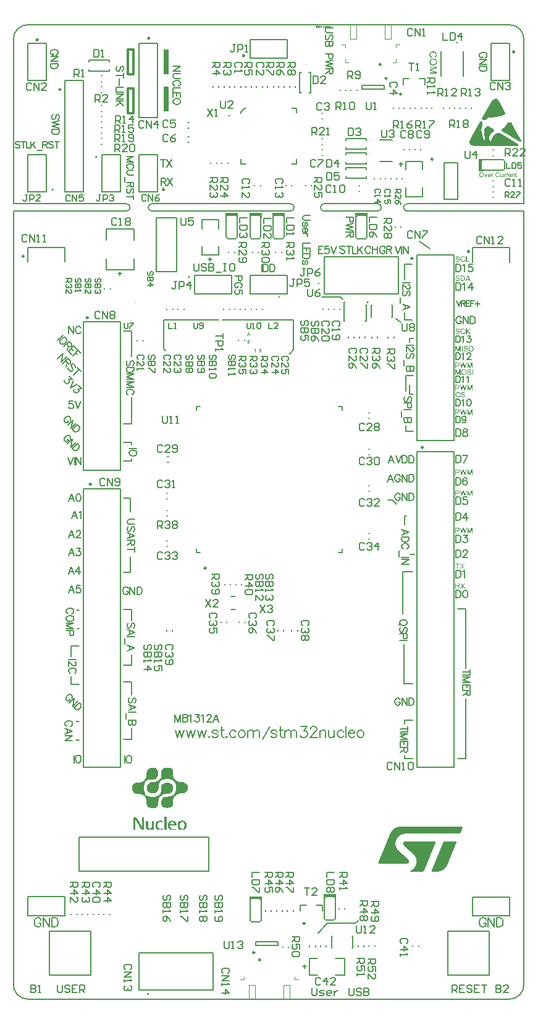
<source format=gto>
%FSLAX25Y25*%
%MOIN*%
G70*
G01*
G75*
%ADD10R,0.01575X0.05315*%
%ADD11R,0.07087X0.07480*%
%ADD12R,0.05906X0.07480*%
%ADD13R,0.03937X0.03937*%
%ADD14C,0.03937*%
%ADD15R,0.04724X0.02362*%
%ADD16R,0.03937X0.00787*%
%ADD17R,0.00787X0.03937*%
%ADD18R,0.03937X0.07087*%
%ADD19R,0.02362X0.04331*%
%ADD20R,0.01600X0.03000*%
%ADD21R,0.06496X0.01181*%
%ADD22R,0.01181X0.06496*%
G04:AMPARAMS|DCode=23|XSize=39.37mil|YSize=98.43mil|CornerRadius=0mil|HoleSize=0mil|Usage=FLASHONLY|Rotation=135.000|XOffset=0mil|YOffset=0mil|HoleType=Round|Shape=Rectangle|*
%AMROTATEDRECTD23*
4,1,4,0.04872,0.02088,-0.02088,-0.04872,-0.04872,-0.02088,0.02088,0.04872,0.04872,0.02088,0.0*
%
%ADD23ROTATEDRECTD23*%

G04:AMPARAMS|DCode=24|XSize=39.37mil|YSize=98.43mil|CornerRadius=0mil|HoleSize=0mil|Usage=FLASHONLY|Rotation=225.000|XOffset=0mil|YOffset=0mil|HoleType=Round|Shape=Rectangle|*
%AMROTATEDRECTD24*
4,1,4,-0.02088,0.04872,0.04872,-0.02088,0.02088,-0.04872,-0.04872,0.02088,-0.02088,0.04872,0.0*
%
%ADD24ROTATEDRECTD24*%

%ADD25R,0.08661X0.02362*%
%ADD26R,0.01772X0.01969*%
%ADD27R,0.07874X0.04724*%
%ADD28R,0.08000X0.04000*%
%ADD29R,0.09000X0.12000*%
%ADD30R,0.04331X0.05906*%
%ADD31R,0.01575X0.05315*%
%ADD32R,0.06000X0.05000*%
%ADD33R,0.11024X0.05906*%
%ADD34R,0.10630X0.05906*%
%ADD35R,0.09055X0.07087*%
%ADD36R,0.03150X0.03543*%
%ADD37R,0.07874X0.02362*%
%ADD38R,0.03937X0.03543*%
%ADD39R,0.04000X0.03200*%
%ADD40C,0.00906*%
%ADD41R,0.01969X0.00984*%
%ADD42R,0.00984X0.01969*%
%ADD43R,0.03543X0.03937*%
%ADD44R,0.05315X0.01575*%
%ADD45R,0.03937X0.03937*%
%ADD46R,0.05906X0.10630*%
%ADD47R,0.05000X0.06000*%
%ADD48C,0.01000*%
%ADD49C,0.03000*%
%ADD50C,0.02000*%
%ADD51C,0.00500*%
%ADD52C,0.00800*%
%ADD53C,0.00900*%
%ADD54C,0.00600*%
%ADD55C,0.04000*%
%ADD56C,0.00610*%
%ADD57C,0.01600*%
%ADD58R,0.09000X0.05500*%
%ADD59R,0.11400X0.05400*%
%ADD60R,0.24300X0.08400*%
%ADD61R,0.23700X0.05006*%
%ADD62C,0.00394*%
%ADD63C,0.00197*%
%ADD64O,0.06299X0.07874*%
%ADD65R,0.09449X0.07480*%
%ADD66C,0.05709*%
%ADD67O,0.07087X0.05906*%
%ADD68R,0.07087X0.05906*%
%ADD69C,0.05906*%
%ADD70R,0.05906X0.05906*%
%ADD71R,0.05906X0.05906*%
%ADD72C,0.12598*%
%ADD73C,0.01500*%
%ADD74C,0.01600*%
%ADD75C,0.02000*%
%ADD76R,0.01181X0.01772*%
%ADD77R,0.03000X0.03000*%
%ADD78R,0.01181X0.03150*%
%ADD79C,0.01260*%
%ADD80R,0.03200X0.04000*%
%ADD81C,0.00984*%
%ADD82C,0.00787*%
%ADD83C,0.00050*%
%ADD84C,0.01200*%
%ADD85C,0.00300*%
%ADD86C,0.00120*%
%ADD87R,0.00730X0.02560*%
%ADD88R,0.06700X0.01800*%
%ADD89R,0.00650X0.02300*%
%ADD90R,0.03000X0.13551*%
%ADD91R,0.02300X0.00650*%
%ADD92R,0.01800X0.06700*%
%ADD93R,0.02560X0.00730*%
G36*
X201143Y94700D02*
X200769D01*
X200164Y96895D01*
Y96899D01*
X200159Y96908D01*
X200155Y96921D01*
X200150Y96939D01*
X200137Y96987D01*
X200124Y97040D01*
X200107Y97101D01*
X200093Y97154D01*
X200080Y97202D01*
X200076Y97220D01*
X200072Y97233D01*
Y97224D01*
X200063Y97202D01*
X200054Y97163D01*
X200041Y97119D01*
X200028Y97062D01*
X200014Y97009D01*
X199997Y96952D01*
X199984Y96895D01*
X199378Y94700D01*
X198978D01*
X198223Y97584D01*
X198614D01*
X199049Y95688D01*
Y95683D01*
X199053Y95675D01*
X199057Y95657D01*
X199062Y95639D01*
X199066Y95609D01*
X199075Y95578D01*
X199092Y95503D01*
X199110Y95416D01*
X199132Y95315D01*
X199150Y95209D01*
X199171Y95100D01*
Y95104D01*
X199176Y95121D01*
X199180Y95143D01*
X199189Y95174D01*
X199198Y95209D01*
X199207Y95249D01*
X199233Y95341D01*
X199255Y95433D01*
X199277Y95521D01*
X199286Y95556D01*
X199294Y95591D01*
X199299Y95618D01*
X199303Y95635D01*
X199852Y97584D01*
X200313D01*
X200726Y96122D01*
Y96118D01*
X200734Y96096D01*
X200739Y96070D01*
X200752Y96030D01*
X200761Y95982D01*
X200778Y95925D01*
X200791Y95859D01*
X200809Y95789D01*
X200827Y95714D01*
X200844Y95635D01*
X200884Y95460D01*
X200919Y95280D01*
X200950Y95100D01*
Y95104D01*
X200954Y95113D01*
Y95126D01*
X200958Y95148D01*
X200967Y95174D01*
X200971Y95205D01*
X200980Y95240D01*
X200989Y95280D01*
X201011Y95372D01*
X201033Y95481D01*
X201064Y95600D01*
X201094Y95727D01*
X201542Y97584D01*
X201928D01*
X201143Y94700D01*
D02*
G37*
G36*
X205028D02*
X204659D01*
Y97114D01*
X203816Y94700D01*
X203474D01*
X202644Y97154D01*
Y94700D01*
X202275D01*
Y97584D01*
X202846D01*
X203531Y95543D01*
Y95539D01*
X203535Y95530D01*
X203540Y95517D01*
X203544Y95495D01*
X203561Y95446D01*
X203584Y95385D01*
X203605Y95315D01*
X203627Y95244D01*
X203649Y95174D01*
X203667Y95117D01*
X203671Y95126D01*
X203676Y95148D01*
X203689Y95183D01*
X203706Y95231D01*
X203724Y95297D01*
X203750Y95376D01*
X203785Y95468D01*
X203820Y95578D01*
X204510Y97584D01*
X205028D01*
Y94700D01*
D02*
G37*
G36*
X197052Y65164D02*
X197123Y65160D01*
X197197Y65155D01*
X197267Y65146D01*
X197329Y65138D01*
X197338D01*
X197364Y65129D01*
X197404Y65120D01*
X197452Y65107D01*
X197509Y65089D01*
X197566Y65067D01*
X197627Y65037D01*
X197684Y65002D01*
X197689Y64997D01*
X197711Y64984D01*
X197737Y64962D01*
X197768Y64931D01*
X197803Y64892D01*
X197843Y64844D01*
X197882Y64791D01*
X197917Y64725D01*
X197922Y64716D01*
X197930Y64694D01*
X197943Y64659D01*
X197961Y64611D01*
X197979Y64554D01*
X197992Y64488D01*
X198001Y64413D01*
X198005Y64334D01*
Y64330D01*
Y64317D01*
Y64299D01*
X198001Y64273D01*
X197996Y64242D01*
X197992Y64203D01*
X197987Y64163D01*
X197974Y64119D01*
X197948Y64018D01*
X197904Y63917D01*
X197878Y63865D01*
X197847Y63812D01*
X197812Y63759D01*
X197768Y63711D01*
X197764Y63707D01*
X197755Y63702D01*
X197741Y63689D01*
X197724Y63671D01*
X197693Y63654D01*
X197662Y63632D01*
X197623Y63610D01*
X197575Y63588D01*
X197522Y63562D01*
X197460Y63540D01*
X197390Y63518D01*
X197316Y63500D01*
X197228Y63483D01*
X197136Y63470D01*
X197035Y63465D01*
X196925Y63461D01*
X196187D01*
Y62284D01*
X195806D01*
Y65168D01*
X196986D01*
X197052Y65164D01*
D02*
G37*
G36*
X197047Y97580D02*
X197117Y97575D01*
X197192Y97571D01*
X197262Y97562D01*
X197323Y97553D01*
X197332D01*
X197358Y97545D01*
X197398Y97536D01*
X197446Y97523D01*
X197503Y97505D01*
X197560Y97483D01*
X197622Y97452D01*
X197679Y97417D01*
X197683Y97413D01*
X197705Y97400D01*
X197732Y97378D01*
X197762Y97347D01*
X197798Y97308D01*
X197837Y97259D01*
X197877Y97207D01*
X197912Y97141D01*
X197916Y97132D01*
X197925Y97110D01*
X197938Y97075D01*
X197956Y97027D01*
X197973Y96970D01*
X197986Y96904D01*
X197995Y96829D01*
X197999Y96750D01*
Y96746D01*
Y96733D01*
Y96715D01*
X197995Y96689D01*
X197991Y96658D01*
X197986Y96618D01*
X197982Y96579D01*
X197969Y96535D01*
X197942Y96434D01*
X197898Y96333D01*
X197872Y96280D01*
X197841Y96228D01*
X197806Y96175D01*
X197762Y96127D01*
X197758Y96122D01*
X197749Y96118D01*
X197736Y96105D01*
X197718Y96087D01*
X197688Y96070D01*
X197657Y96048D01*
X197617Y96026D01*
X197569Y96004D01*
X197517Y95977D01*
X197455Y95955D01*
X197385Y95934D01*
X197310Y95916D01*
X197222Y95898D01*
X197130Y95885D01*
X197029Y95881D01*
X196920Y95876D01*
X196182D01*
Y94700D01*
X195800D01*
Y97584D01*
X196981D01*
X197047Y97580D01*
D02*
G37*
G36*
X199972Y2735D02*
X201056Y1225D01*
X200586D01*
X199857Y2252D01*
X199853Y2257D01*
X199849Y2265D01*
X199836Y2283D01*
X199818Y2309D01*
X199783Y2362D01*
X199739Y2428D01*
X199735Y2424D01*
X199721Y2406D01*
X199708Y2380D01*
X199686Y2344D01*
X199638Y2279D01*
X199616Y2248D01*
X199599Y2221D01*
X198870Y1225D01*
X198413D01*
X199528Y2718D01*
X198545Y4109D01*
X198997D01*
X199524Y3367D01*
Y3363D01*
X199533Y3359D01*
X199550Y3328D01*
X199581Y3288D01*
X199612Y3240D01*
X199651Y3183D01*
X199691Y3122D01*
X199721Y3069D01*
X199752Y3016D01*
X199757Y3025D01*
X199770Y3042D01*
X199792Y3073D01*
X199818Y3113D01*
X199849Y3161D01*
X199888Y3218D01*
X199932Y3275D01*
X199980Y3337D01*
X200560Y4109D01*
X200977D01*
X199972Y2735D01*
D02*
G37*
G36*
X198084Y14346D02*
X197136D01*
Y11800D01*
X196754D01*
Y14346D01*
X195806D01*
Y14684D01*
X198084D01*
Y14346D01*
D02*
G37*
G36*
X199743Y13310D02*
X200828Y11800D01*
X200358D01*
X199629Y12827D01*
X199625Y12832D01*
X199620Y12840D01*
X199607Y12858D01*
X199590Y12884D01*
X199555Y12937D01*
X199511Y13003D01*
X199506Y12999D01*
X199493Y12981D01*
X199480Y12955D01*
X199458Y12920D01*
X199410Y12854D01*
X199388Y12823D01*
X199370Y12797D01*
X198642Y11800D01*
X198185D01*
X199300Y13293D01*
X198317Y14684D01*
X198769D01*
X199296Y13942D01*
Y13938D01*
X199304Y13934D01*
X199322Y13903D01*
X199353Y13863D01*
X199383Y13815D01*
X199423Y13758D01*
X199462Y13697D01*
X199493Y13644D01*
X199524Y13591D01*
X199528Y13600D01*
X199541Y13618D01*
X199563Y13648D01*
X199590Y13688D01*
X199620Y13736D01*
X199660Y13793D01*
X199704Y13850D01*
X199752Y13912D01*
X200332Y14684D01*
X200749D01*
X199743Y13310D01*
D02*
G37*
G36*
X201148Y62284D02*
X200775D01*
X200169Y64479D01*
Y64484D01*
X200165Y64492D01*
X200160Y64506D01*
X200156Y64523D01*
X200143Y64571D01*
X200130Y64624D01*
X200112Y64686D01*
X200099Y64738D01*
X200086Y64787D01*
X200081Y64804D01*
X200077Y64817D01*
Y64808D01*
X200068Y64787D01*
X200059Y64747D01*
X200046Y64703D01*
X200033Y64646D01*
X200020Y64593D01*
X200002Y64536D01*
X199989Y64479D01*
X199383Y62284D01*
X198984D01*
X198229Y65168D01*
X198619D01*
X199054Y63272D01*
Y63268D01*
X199058Y63259D01*
X199063Y63241D01*
X199067Y63224D01*
X199072Y63193D01*
X199081Y63162D01*
X199098Y63088D01*
X199116Y63000D01*
X199137Y62899D01*
X199155Y62793D01*
X199177Y62684D01*
Y62688D01*
X199181Y62706D01*
X199186Y62728D01*
X199195Y62758D01*
X199203Y62793D01*
X199212Y62833D01*
X199239Y62925D01*
X199260Y63017D01*
X199282Y63105D01*
X199291Y63140D01*
X199300Y63175D01*
X199304Y63202D01*
X199309Y63219D01*
X199857Y65168D01*
X200318D01*
X200731Y63707D01*
Y63702D01*
X200740Y63680D01*
X200744Y63654D01*
X200757Y63614D01*
X200766Y63566D01*
X200784Y63509D01*
X200797Y63443D01*
X200815Y63373D01*
X200832Y63298D01*
X200850Y63219D01*
X200889Y63044D01*
X200924Y62864D01*
X200955Y62684D01*
Y62688D01*
X200959Y62697D01*
Y62710D01*
X200964Y62732D01*
X200973Y62758D01*
X200977Y62789D01*
X200986Y62824D01*
X200994Y62864D01*
X201016Y62956D01*
X201038Y63066D01*
X201069Y63184D01*
X201100Y63311D01*
X201548Y65168D01*
X201934D01*
X201148Y62284D01*
D02*
G37*
G36*
X197052Y33980D02*
X197123Y33975D01*
X197197Y33971D01*
X197267Y33962D01*
X197329Y33953D01*
X197338D01*
X197364Y33945D01*
X197404Y33936D01*
X197452Y33923D01*
X197509Y33905D01*
X197566Y33883D01*
X197627Y33852D01*
X197684Y33817D01*
X197689Y33813D01*
X197711Y33800D01*
X197737Y33778D01*
X197768Y33747D01*
X197803Y33708D01*
X197843Y33659D01*
X197882Y33607D01*
X197917Y33541D01*
X197922Y33532D01*
X197930Y33510D01*
X197943Y33475D01*
X197961Y33427D01*
X197979Y33370D01*
X197992Y33304D01*
X198001Y33229D01*
X198005Y33150D01*
Y33146D01*
Y33133D01*
Y33115D01*
X198001Y33089D01*
X197996Y33058D01*
X197992Y33018D01*
X197987Y32979D01*
X197974Y32935D01*
X197948Y32834D01*
X197904Y32733D01*
X197878Y32680D01*
X197847Y32628D01*
X197812Y32575D01*
X197768Y32527D01*
X197764Y32522D01*
X197755Y32518D01*
X197741Y32505D01*
X197724Y32487D01*
X197693Y32470D01*
X197662Y32448D01*
X197623Y32426D01*
X197575Y32404D01*
X197522Y32377D01*
X197460Y32355D01*
X197390Y32334D01*
X197316Y32316D01*
X197228Y32298D01*
X197136Y32285D01*
X197035Y32281D01*
X196925Y32276D01*
X196187D01*
Y31100D01*
X195806D01*
Y33984D01*
X196986D01*
X197052Y33980D01*
D02*
G37*
G36*
X201148Y31100D02*
X200775D01*
X200169Y33295D01*
Y33299D01*
X200165Y33308D01*
X200160Y33321D01*
X200156Y33339D01*
X200143Y33387D01*
X200130Y33440D01*
X200112Y33501D01*
X200099Y33554D01*
X200086Y33602D01*
X200081Y33620D01*
X200077Y33633D01*
Y33624D01*
X200068Y33602D01*
X200059Y33563D01*
X200046Y33519D01*
X200033Y33462D01*
X200020Y33409D01*
X200002Y33352D01*
X199989Y33295D01*
X199383Y31100D01*
X198984D01*
X198229Y33984D01*
X198619D01*
X199054Y32088D01*
Y32083D01*
X199058Y32075D01*
X199063Y32057D01*
X199067Y32039D01*
X199072Y32009D01*
X199081Y31978D01*
X199098Y31903D01*
X199116Y31816D01*
X199137Y31715D01*
X199155Y31609D01*
X199177Y31499D01*
Y31504D01*
X199181Y31521D01*
X199186Y31543D01*
X199195Y31574D01*
X199203Y31609D01*
X199212Y31649D01*
X199239Y31741D01*
X199260Y31833D01*
X199282Y31921D01*
X199291Y31956D01*
X199300Y31991D01*
X199304Y32017D01*
X199309Y32035D01*
X199857Y33984D01*
X200318D01*
X200731Y32522D01*
Y32518D01*
X200740Y32496D01*
X200744Y32470D01*
X200757Y32430D01*
X200766Y32382D01*
X200784Y32325D01*
X200797Y32259D01*
X200815Y32189D01*
X200832Y32114D01*
X200850Y32035D01*
X200889Y31859D01*
X200924Y31679D01*
X200955Y31499D01*
Y31504D01*
X200959Y31513D01*
Y31526D01*
X200964Y31548D01*
X200973Y31574D01*
X200977Y31605D01*
X200986Y31640D01*
X200994Y31679D01*
X201016Y31772D01*
X201038Y31881D01*
X201069Y32000D01*
X201100Y32127D01*
X201548Y33984D01*
X201934D01*
X201148Y31100D01*
D02*
G37*
G36*
X205033D02*
X204664D01*
Y33514D01*
X203822Y31100D01*
X203479D01*
X202649Y33554D01*
Y31100D01*
X202281D01*
Y33984D01*
X202852D01*
X203536Y31943D01*
Y31938D01*
X203541Y31930D01*
X203545Y31916D01*
X203550Y31895D01*
X203567Y31846D01*
X203589Y31785D01*
X203611Y31715D01*
X203633Y31644D01*
X203655Y31574D01*
X203672Y31517D01*
X203677Y31526D01*
X203681Y31548D01*
X203694Y31583D01*
X203712Y31631D01*
X203730Y31697D01*
X203756Y31776D01*
X203791Y31868D01*
X203826Y31978D01*
X204515Y33984D01*
X205033D01*
Y31100D01*
D02*
G37*
G36*
Y51200D02*
X204664D01*
Y53614D01*
X203822Y51200D01*
X203479D01*
X202649Y53654D01*
Y51200D01*
X202281D01*
Y54084D01*
X202852D01*
X203536Y52043D01*
Y52039D01*
X203541Y52030D01*
X203545Y52017D01*
X203550Y51995D01*
X203567Y51946D01*
X203589Y51885D01*
X203611Y51815D01*
X203633Y51744D01*
X203655Y51674D01*
X203672Y51617D01*
X203677Y51626D01*
X203681Y51648D01*
X203694Y51683D01*
X203712Y51731D01*
X203730Y51797D01*
X203756Y51876D01*
X203791Y51968D01*
X203826Y52078D01*
X204515Y54084D01*
X205033D01*
Y51200D01*
D02*
G37*
G36*
Y62284D02*
X204664D01*
Y64699D01*
X203822Y62284D01*
X203479D01*
X202649Y64738D01*
Y62284D01*
X202281D01*
Y65168D01*
X202852D01*
X203536Y63127D01*
Y63123D01*
X203541Y63114D01*
X203545Y63101D01*
X203550Y63079D01*
X203567Y63031D01*
X203589Y62969D01*
X203611Y62899D01*
X203633Y62829D01*
X203655Y62758D01*
X203672Y62701D01*
X203677Y62710D01*
X203681Y62732D01*
X203694Y62767D01*
X203712Y62815D01*
X203730Y62881D01*
X203756Y62960D01*
X203791Y63052D01*
X203826Y63162D01*
X204515Y65168D01*
X205033D01*
Y62284D01*
D02*
G37*
G36*
X197052Y54080D02*
X197123Y54075D01*
X197197Y54071D01*
X197267Y54062D01*
X197329Y54053D01*
X197338D01*
X197364Y54045D01*
X197404Y54036D01*
X197452Y54023D01*
X197509Y54005D01*
X197566Y53983D01*
X197627Y53952D01*
X197684Y53917D01*
X197689Y53913D01*
X197711Y53900D01*
X197737Y53878D01*
X197768Y53847D01*
X197803Y53808D01*
X197843Y53759D01*
X197882Y53707D01*
X197917Y53641D01*
X197922Y53632D01*
X197930Y53610D01*
X197943Y53575D01*
X197961Y53527D01*
X197979Y53470D01*
X197992Y53404D01*
X198001Y53329D01*
X198005Y53250D01*
Y53246D01*
Y53233D01*
Y53215D01*
X198001Y53189D01*
X197996Y53158D01*
X197992Y53118D01*
X197987Y53079D01*
X197974Y53035D01*
X197948Y52934D01*
X197904Y52833D01*
X197878Y52780D01*
X197847Y52728D01*
X197812Y52675D01*
X197768Y52627D01*
X197764Y52622D01*
X197755Y52618D01*
X197741Y52605D01*
X197724Y52587D01*
X197693Y52570D01*
X197662Y52548D01*
X197623Y52526D01*
X197575Y52504D01*
X197522Y52478D01*
X197460Y52456D01*
X197390Y52434D01*
X197316Y52416D01*
X197228Y52399D01*
X197136Y52385D01*
X197035Y52381D01*
X196925Y52377D01*
X196187D01*
Y51200D01*
X195806D01*
Y54084D01*
X196986D01*
X197052Y54080D01*
D02*
G37*
G36*
X201148Y51200D02*
X200775D01*
X200169Y53395D01*
Y53399D01*
X200165Y53408D01*
X200160Y53421D01*
X200156Y53439D01*
X200143Y53487D01*
X200130Y53540D01*
X200112Y53601D01*
X200099Y53654D01*
X200086Y53702D01*
X200081Y53720D01*
X200077Y53733D01*
Y53724D01*
X200068Y53702D01*
X200059Y53663D01*
X200046Y53619D01*
X200033Y53562D01*
X200020Y53509D01*
X200002Y53452D01*
X199989Y53395D01*
X199383Y51200D01*
X198984D01*
X198229Y54084D01*
X198619D01*
X199054Y52188D01*
Y52183D01*
X199058Y52175D01*
X199063Y52157D01*
X199067Y52140D01*
X199072Y52109D01*
X199081Y52078D01*
X199098Y52003D01*
X199116Y51916D01*
X199137Y51815D01*
X199155Y51709D01*
X199177Y51600D01*
Y51604D01*
X199181Y51621D01*
X199186Y51643D01*
X199195Y51674D01*
X199203Y51709D01*
X199212Y51749D01*
X199239Y51841D01*
X199260Y51933D01*
X199282Y52021D01*
X199291Y52056D01*
X199300Y52091D01*
X199304Y52118D01*
X199309Y52135D01*
X199857Y54084D01*
X200318D01*
X200731Y52622D01*
Y52618D01*
X200740Y52596D01*
X200744Y52570D01*
X200757Y52530D01*
X200766Y52482D01*
X200784Y52425D01*
X200797Y52359D01*
X200815Y52289D01*
X200832Y52214D01*
X200850Y52135D01*
X200889Y51960D01*
X200924Y51780D01*
X200955Y51600D01*
Y51604D01*
X200959Y51613D01*
Y51626D01*
X200964Y51648D01*
X200973Y51674D01*
X200977Y51705D01*
X200986Y51740D01*
X200994Y51780D01*
X201016Y51872D01*
X201038Y51981D01*
X201069Y52100D01*
X201100Y52227D01*
X201548Y54084D01*
X201934D01*
X201148Y51200D01*
D02*
G37*
G36*
X214156Y224795D02*
X214187Y224792D01*
X214226Y224788D01*
X214265Y224780D01*
X214312Y224768D01*
X214406Y224737D01*
X214456Y224717D01*
X214507Y224690D01*
X214558Y224663D01*
X214609Y224628D01*
X214655Y224589D01*
X214702Y224542D01*
X214706Y224538D01*
X214714Y224530D01*
X214725Y224515D01*
X214741Y224495D01*
X214757Y224468D01*
X214776Y224437D01*
X214800Y224401D01*
X214823Y224359D01*
X214843Y224308D01*
X214866Y224257D01*
X214885Y224199D01*
X214905Y224132D01*
X214917Y224066D01*
X214928Y223992D01*
X214936Y223914D01*
X214940Y223828D01*
Y223824D01*
Y223809D01*
Y223781D01*
X214936Y223746D01*
X213556D01*
Y223742D01*
Y223735D01*
X213559Y223715D01*
Y223696D01*
X213563Y223668D01*
X213567Y223641D01*
X213583Y223571D01*
X213606Y223497D01*
X213633Y223419D01*
X213676Y223341D01*
X213727Y223274D01*
X213735Y223267D01*
X213754Y223251D01*
X213790Y223224D01*
X213832Y223196D01*
X213891Y223165D01*
X213957Y223138D01*
X214031Y223122D01*
X214113Y223114D01*
X214144D01*
X214176Y223118D01*
X214215Y223126D01*
X214261Y223138D01*
X214312Y223153D01*
X214363Y223173D01*
X214410Y223204D01*
X214413Y223208D01*
X214429Y223224D01*
X214453Y223243D01*
X214480Y223278D01*
X214511Y223317D01*
X214542Y223368D01*
X214573Y223430D01*
X214605Y223501D01*
X214928Y223458D01*
Y223454D01*
X214924Y223446D01*
X214920Y223430D01*
X214913Y223411D01*
X214905Y223388D01*
X214893Y223360D01*
X214862Y223294D01*
X214823Y223224D01*
X214776Y223150D01*
X214714Y223076D01*
X214644Y223013D01*
X214640D01*
X214636Y223005D01*
X214624Y222997D01*
X214605Y222990D01*
X214585Y222978D01*
X214562Y222962D01*
X214534Y222951D01*
X214499Y222935D01*
X214425Y222908D01*
X214332Y222881D01*
X214230Y222865D01*
X214113Y222857D01*
X214074D01*
X214047Y222861D01*
X214012Y222865D01*
X213973Y222869D01*
X213930Y222877D01*
X213879Y222888D01*
X213778Y222920D01*
X213723Y222939D01*
X213672Y222962D01*
X213618Y222990D01*
X213567Y223025D01*
X213516Y223064D01*
X213470Y223107D01*
X213466Y223111D01*
X213458Y223118D01*
X213446Y223134D01*
X213435Y223153D01*
X213415Y223177D01*
X213396Y223208D01*
X213372Y223247D01*
X213353Y223290D01*
X213329Y223337D01*
X213306Y223388D01*
X213286Y223446D01*
X213271Y223508D01*
X213255Y223575D01*
X213244Y223649D01*
X213236Y223727D01*
X213232Y223809D01*
Y223813D01*
Y223828D01*
Y223855D01*
X213236Y223887D01*
X213240Y223926D01*
X213244Y223973D01*
X213251Y224023D01*
X213263Y224078D01*
X213290Y224195D01*
X213310Y224253D01*
X213333Y224316D01*
X213361Y224374D01*
X213392Y224433D01*
X213427Y224487D01*
X213470Y224538D01*
X213474Y224542D01*
X213481Y224550D01*
X213493Y224561D01*
X213513Y224581D01*
X213536Y224600D01*
X213567Y224620D01*
X213598Y224643D01*
X213637Y224671D01*
X213680Y224694D01*
X213727Y224717D01*
X213778Y224737D01*
X213836Y224760D01*
X213895Y224776D01*
X213957Y224788D01*
X214023Y224795D01*
X214094Y224799D01*
X214129D01*
X214156Y224795D01*
D02*
G37*
G36*
X225279D02*
X225310Y224792D01*
X225349Y224788D01*
X225388Y224780D01*
X225435Y224768D01*
X225529Y224737D01*
X225579Y224717D01*
X225630Y224690D01*
X225681Y224663D01*
X225731Y224628D01*
X225778Y224589D01*
X225825Y224542D01*
X225829Y224538D01*
X225837Y224530D01*
X225848Y224515D01*
X225864Y224495D01*
X225880Y224468D01*
X225899Y224437D01*
X225922Y224401D01*
X225946Y224359D01*
X225965Y224308D01*
X225989Y224257D01*
X226008Y224199D01*
X226028Y224132D01*
X226039Y224066D01*
X226051Y223992D01*
X226059Y223914D01*
X226063Y223828D01*
Y223824D01*
Y223809D01*
Y223781D01*
X226059Y223746D01*
X224678D01*
Y223742D01*
Y223735D01*
X224682Y223715D01*
Y223696D01*
X224686Y223668D01*
X224690Y223641D01*
X224706Y223571D01*
X224729Y223497D01*
X224756Y223419D01*
X224799Y223341D01*
X224850Y223274D01*
X224858Y223267D01*
X224877Y223251D01*
X224912Y223224D01*
X224955Y223196D01*
X225014Y223165D01*
X225080Y223138D01*
X225154Y223122D01*
X225236Y223114D01*
X225267D01*
X225298Y223118D01*
X225337Y223126D01*
X225384Y223138D01*
X225435Y223153D01*
X225486Y223173D01*
X225532Y223204D01*
X225536Y223208D01*
X225552Y223224D01*
X225575Y223243D01*
X225603Y223278D01*
X225634Y223317D01*
X225665Y223368D01*
X225696Y223430D01*
X225727Y223501D01*
X226051Y223458D01*
Y223454D01*
X226047Y223446D01*
X226043Y223430D01*
X226035Y223411D01*
X226028Y223388D01*
X226016Y223360D01*
X225985Y223294D01*
X225946Y223224D01*
X225899Y223150D01*
X225837Y223076D01*
X225766Y223013D01*
X225763D01*
X225759Y223005D01*
X225747Y222997D01*
X225727Y222990D01*
X225708Y222978D01*
X225684Y222962D01*
X225657Y222951D01*
X225622Y222935D01*
X225548Y222908D01*
X225454Y222881D01*
X225353Y222865D01*
X225236Y222857D01*
X225197D01*
X225170Y222861D01*
X225135Y222865D01*
X225096Y222869D01*
X225053Y222877D01*
X225002Y222888D01*
X224901Y222920D01*
X224846Y222939D01*
X224795Y222962D01*
X224741Y222990D01*
X224690Y223025D01*
X224639Y223064D01*
X224592Y223107D01*
X224589Y223111D01*
X224581Y223118D01*
X224569Y223134D01*
X224557Y223153D01*
X224538Y223177D01*
X224518Y223208D01*
X224495Y223247D01*
X224476Y223290D01*
X224452Y223337D01*
X224429Y223388D01*
X224409Y223446D01*
X224394Y223508D01*
X224378Y223575D01*
X224366Y223649D01*
X224359Y223727D01*
X224355Y223809D01*
Y223813D01*
Y223828D01*
Y223855D01*
X224359Y223887D01*
X224362Y223926D01*
X224366Y223973D01*
X224374Y224023D01*
X224386Y224078D01*
X224413Y224195D01*
X224433Y224253D01*
X224456Y224316D01*
X224483Y224374D01*
X224515Y224433D01*
X224550Y224487D01*
X224592Y224538D01*
X224596Y224542D01*
X224604Y224550D01*
X224616Y224561D01*
X224635Y224581D01*
X224659Y224600D01*
X224690Y224620D01*
X224721Y224643D01*
X224760Y224671D01*
X224803Y224694D01*
X224850Y224717D01*
X224901Y224737D01*
X224959Y224760D01*
X225018Y224776D01*
X225080Y224788D01*
X225146Y224795D01*
X225217Y224799D01*
X225252D01*
X225279Y224795D01*
D02*
G37*
G36*
X228804Y224756D02*
X229120D01*
Y224511D01*
X228804D01*
Y223423D01*
Y223419D01*
Y223403D01*
Y223380D01*
X228808Y223352D01*
X228812Y223294D01*
X228816Y223271D01*
X228820Y223251D01*
X228824Y223243D01*
X228832Y223228D01*
X228847Y223208D01*
X228871Y223189D01*
X228879Y223185D01*
X228898Y223181D01*
X228933Y223173D01*
X228980Y223169D01*
X229019D01*
X229039Y223173D01*
X229062D01*
X229120Y223181D01*
X229163Y222904D01*
X229155D01*
X229140Y222900D01*
X229117Y222896D01*
X229081Y222892D01*
X229046Y222884D01*
X229007Y222881D01*
X228925Y222877D01*
X228898D01*
X228867Y222881D01*
X228828Y222884D01*
X228785Y222888D01*
X228738Y222900D01*
X228695Y222912D01*
X228656Y222927D01*
X228652Y222931D01*
X228641Y222939D01*
X228625Y222951D01*
X228606Y222966D01*
X228582Y222986D01*
X228563Y223009D01*
X228539Y223037D01*
X228524Y223068D01*
Y223072D01*
X228520Y223087D01*
X228512Y223111D01*
X228508Y223150D01*
X228500Y223200D01*
X228496Y223228D01*
X228492Y223263D01*
Y223302D01*
X228489Y223345D01*
Y223391D01*
Y223442D01*
Y224511D01*
X228255D01*
Y224756D01*
X228489D01*
Y225213D01*
X228804Y225404D01*
Y224756D01*
D02*
G37*
G36*
X209983Y225501D02*
X210014D01*
X210053Y225497D01*
X210092Y225490D01*
X210139Y225486D01*
X210237Y225462D01*
X210346Y225431D01*
X210455Y225392D01*
X210510Y225365D01*
X210564Y225334D01*
X210568D01*
X210576Y225326D01*
X210592Y225318D01*
X210611Y225302D01*
X210634Y225287D01*
X210662Y225263D01*
X210724Y225213D01*
X210794Y225146D01*
X210868Y225064D01*
X210935Y224971D01*
X210997Y224862D01*
Y224858D01*
X211005Y224846D01*
X211013Y224831D01*
X211020Y224807D01*
X211032Y224780D01*
X211044Y224745D01*
X211059Y224706D01*
X211075Y224663D01*
X211087Y224612D01*
X211102Y224561D01*
X211126Y224444D01*
X211141Y224316D01*
X211149Y224175D01*
Y224171D01*
Y224160D01*
Y224136D01*
X211145Y224109D01*
Y224074D01*
X211141Y224035D01*
X211138Y223992D01*
X211130Y223941D01*
X211110Y223832D01*
X211083Y223715D01*
X211044Y223594D01*
X210989Y223477D01*
Y223473D01*
X210981Y223465D01*
X210974Y223450D01*
X210962Y223427D01*
X210943Y223403D01*
X210923Y223372D01*
X210876Y223306D01*
X210814Y223232D01*
X210736Y223153D01*
X210646Y223079D01*
X210545Y223013D01*
X210541D01*
X210533Y223005D01*
X210517Y222997D01*
X210494Y222990D01*
X210467Y222978D01*
X210436Y222962D01*
X210400Y222951D01*
X210357Y222935D01*
X210268Y222908D01*
X210162Y222881D01*
X210046Y222865D01*
X209925Y222857D01*
X209890D01*
X209862Y222861D01*
X209831D01*
X209796Y222865D01*
X209753Y222873D01*
X209706Y222881D01*
X209609Y222900D01*
X209500Y222931D01*
X209386Y222974D01*
X209332Y222997D01*
X209277Y223029D01*
X209273Y223033D01*
X209265Y223037D01*
X209250Y223048D01*
X209230Y223060D01*
X209207Y223079D01*
X209180Y223099D01*
X209117Y223153D01*
X209047Y223224D01*
X208973Y223302D01*
X208907Y223399D01*
X208844Y223504D01*
Y223508D01*
X208837Y223520D01*
X208833Y223536D01*
X208821Y223559D01*
X208809Y223586D01*
X208798Y223618D01*
X208786Y223657D01*
X208774Y223699D01*
X208758Y223746D01*
X208747Y223793D01*
X208723Y223902D01*
X208708Y224019D01*
X208700Y224144D01*
Y224152D01*
Y224171D01*
X208704Y224206D01*
Y224249D01*
X208712Y224304D01*
X208719Y224366D01*
X208727Y224433D01*
X208743Y224511D01*
X208762Y224589D01*
X208782Y224671D01*
X208809Y224752D01*
X208844Y224834D01*
X208883Y224916D01*
X208926Y224998D01*
X208981Y225072D01*
X209039Y225143D01*
X209043Y225146D01*
X209055Y225158D01*
X209074Y225178D01*
X209102Y225201D01*
X209137Y225228D01*
X209176Y225256D01*
X209223Y225291D01*
X209277Y225326D01*
X209340Y225357D01*
X209406Y225392D01*
X209480Y225419D01*
X209558Y225451D01*
X209640Y225470D01*
X209730Y225490D01*
X209827Y225501D01*
X209925Y225505D01*
X209960D01*
X209983Y225501D01*
D02*
G37*
G36*
X185743Y281667D02*
X183023Y280754D01*
X183017D01*
X183006Y280749D01*
X182988Y280743D01*
X182959Y280737D01*
X182895Y280714D01*
X182813Y280684D01*
X182719Y280655D01*
X182625Y280626D01*
X182532Y280596D01*
X182456Y280573D01*
X182467Y280567D01*
X182497Y280561D01*
X182544Y280544D01*
X182608Y280520D01*
X182696Y280497D01*
X182801Y280462D01*
X182924Y280415D01*
X183070Y280368D01*
X185743Y279450D01*
Y278760D01*
X181900D01*
Y279251D01*
X185117D01*
X181900Y280374D01*
Y280831D01*
X185170Y281936D01*
X181900D01*
Y282428D01*
X185743D01*
Y281667D01*
D02*
G37*
G36*
X183860Y286733D02*
X183924D01*
X184006Y286721D01*
X184100Y286710D01*
X184199Y286698D01*
X184316Y286675D01*
X184433Y286645D01*
X184556Y286616D01*
X184679Y286575D01*
X184802Y286523D01*
X184924Y286464D01*
X185047Y286400D01*
X185158Y286318D01*
X185264Y286230D01*
X185270Y286224D01*
X185287Y286207D01*
X185316Y286177D01*
X185352Y286137D01*
X185392Y286084D01*
X185433Y286025D01*
X185486Y285955D01*
X185539Y285873D01*
X185585Y285780D01*
X185638Y285680D01*
X185679Y285569D01*
X185726Y285452D01*
X185755Y285329D01*
X185784Y285195D01*
X185802Y285048D01*
X185808Y284902D01*
Y284896D01*
Y284879D01*
Y284849D01*
X185802Y284814D01*
Y284768D01*
X185796Y284709D01*
X185784Y284651D01*
X185778Y284580D01*
X185743Y284434D01*
X185697Y284270D01*
X185638Y284106D01*
X185597Y284025D01*
X185550Y283943D01*
Y283937D01*
X185539Y283925D01*
X185527Y283902D01*
X185504Y283873D01*
X185480Y283837D01*
X185445Y283797D01*
X185369Y283703D01*
X185270Y283598D01*
X185147Y283486D01*
X185006Y283387D01*
X184843Y283293D01*
X184837D01*
X184819Y283282D01*
X184796Y283270D01*
X184761Y283258D01*
X184720Y283241D01*
X184667Y283223D01*
X184608Y283200D01*
X184544Y283176D01*
X184468Y283159D01*
X184392Y283135D01*
X184217Y283100D01*
X184024Y283077D01*
X183813Y283065D01*
X183754D01*
X183713Y283071D01*
X183661D01*
X183602Y283077D01*
X183538Y283083D01*
X183462Y283095D01*
X183298Y283124D01*
X183123Y283165D01*
X182941Y283223D01*
X182766Y283305D01*
X182760D01*
X182748Y283317D01*
X182725Y283329D01*
X182690Y283346D01*
X182655Y283375D01*
X182608Y283404D01*
X182508Y283475D01*
X182397Y283568D01*
X182280Y283685D01*
X182169Y283820D01*
X182070Y283972D01*
Y283978D01*
X182058Y283990D01*
X182046Y284013D01*
X182035Y284048D01*
X182017Y284089D01*
X181994Y284136D01*
X181976Y284188D01*
X181953Y284253D01*
X181912Y284387D01*
X181871Y284545D01*
X181847Y284721D01*
X181836Y284902D01*
Y284908D01*
Y284926D01*
Y284955D01*
X181842Y284996D01*
Y285043D01*
X181847Y285095D01*
X181859Y285159D01*
X181871Y285230D01*
X181900Y285376D01*
X181947Y285540D01*
X182011Y285709D01*
X182046Y285791D01*
X182093Y285873D01*
X182099Y285879D01*
X182105Y285891D01*
X182122Y285914D01*
X182140Y285943D01*
X182169Y285979D01*
X182198Y286019D01*
X182280Y286113D01*
X182386Y286218D01*
X182502Y286330D01*
X182649Y286429D01*
X182807Y286523D01*
X182813D01*
X182830Y286534D01*
X182853Y286540D01*
X182889Y286558D01*
X182930Y286575D01*
X182976Y286593D01*
X183035Y286610D01*
X183099Y286628D01*
X183169Y286651D01*
X183240Y286669D01*
X183403Y286704D01*
X183579Y286727D01*
X183766Y286739D01*
X183807D01*
X183860Y286733D01*
D02*
G37*
G36*
X183948Y290594D02*
X184000D01*
X184064Y290588D01*
X184129Y290582D01*
X184205Y290571D01*
X184369Y290542D01*
X184544Y290506D01*
X184725Y290448D01*
X184895Y290372D01*
X184901D01*
X184913Y290360D01*
X184936Y290349D01*
X184971Y290331D01*
X185006Y290307D01*
X185047Y290278D01*
X185147Y290202D01*
X185258Y290114D01*
X185369Y290003D01*
X185480Y289869D01*
X185574Y289722D01*
Y289717D01*
X185585Y289705D01*
X185597Y289682D01*
X185609Y289647D01*
X185626Y289611D01*
X185650Y289565D01*
X185667Y289506D01*
X185691Y289448D01*
X185714Y289383D01*
X185732Y289313D01*
X185773Y289155D01*
X185796Y288980D01*
X185808Y288792D01*
Y288787D01*
Y288769D01*
Y288734D01*
X185802Y288693D01*
X185796Y288646D01*
X185790Y288588D01*
X185784Y288523D01*
X185773Y288453D01*
X185738Y288301D01*
X185685Y288137D01*
X185650Y288055D01*
X185609Y287973D01*
X185562Y287897D01*
X185509Y287821D01*
X185504Y287815D01*
X185498Y287804D01*
X185480Y287786D01*
X185457Y287757D01*
X185427Y287728D01*
X185387Y287687D01*
X185346Y287646D01*
X185299Y287605D01*
X185240Y287558D01*
X185182Y287517D01*
X185112Y287470D01*
X185036Y287423D01*
X184959Y287383D01*
X184872Y287342D01*
X184685Y287271D01*
X184568Y287774D01*
X184573D01*
X184585Y287780D01*
X184608Y287786D01*
X184638Y287798D01*
X184673Y287815D01*
X184714Y287833D01*
X184802Y287874D01*
X184901Y287927D01*
X185006Y287997D01*
X185100Y288073D01*
X185182Y288166D01*
X185188Y288178D01*
X185211Y288213D01*
X185240Y288266D01*
X185281Y288342D01*
X185316Y288430D01*
X185346Y288541D01*
X185369Y288664D01*
X185375Y288804D01*
Y288810D01*
Y288822D01*
Y288845D01*
X185369Y288874D01*
Y288915D01*
X185363Y288956D01*
X185346Y289061D01*
X185322Y289178D01*
X185281Y289301D01*
X185229Y289424D01*
X185158Y289541D01*
Y289547D01*
X185147Y289553D01*
X185117Y289588D01*
X185071Y289641D01*
X185006Y289705D01*
X184924Y289769D01*
X184831Y289840D01*
X184714Y289904D01*
X184585Y289956D01*
X184579D01*
X184568Y289962D01*
X184550Y289968D01*
X184521Y289974D01*
X184492Y289986D01*
X184451Y289992D01*
X184357Y290015D01*
X184246Y290038D01*
X184123Y290056D01*
X183988Y290068D01*
X183848Y290073D01*
X183766D01*
X183725Y290068D01*
X183673D01*
X183620Y290062D01*
X183561Y290056D01*
X183427Y290038D01*
X183281Y290015D01*
X183134Y289980D01*
X182994Y289933D01*
X182988D01*
X182976Y289927D01*
X182959Y289915D01*
X182935Y289904D01*
X182865Y289875D01*
X182789Y289828D01*
X182696Y289763D01*
X182608Y289687D01*
X182520Y289600D01*
X182444Y289494D01*
Y289489D01*
X182438Y289483D01*
X182427Y289465D01*
X182415Y289442D01*
X182391Y289377D01*
X182356Y289295D01*
X182327Y289202D01*
X182298Y289091D01*
X182274Y288968D01*
X182269Y288839D01*
Y288833D01*
Y288822D01*
Y288798D01*
X182274Y288769D01*
Y288734D01*
X182280Y288687D01*
X182298Y288588D01*
X182327Y288476D01*
X182374Y288354D01*
X182432Y288237D01*
X182514Y288120D01*
X182520Y288114D01*
X182526Y288108D01*
X182561Y288073D01*
X182620Y288020D01*
X182696Y287956D01*
X182801Y287891D01*
X182924Y287821D01*
X183076Y287763D01*
X183246Y287716D01*
X183117Y287207D01*
X183111D01*
X183088Y287213D01*
X183058Y287225D01*
X183011Y287236D01*
X182965Y287260D01*
X182900Y287283D01*
X182836Y287306D01*
X182766Y287342D01*
X182608Y287418D01*
X182450Y287523D01*
X182298Y287640D01*
X182228Y287710D01*
X182163Y287786D01*
X182157Y287792D01*
X182151Y287804D01*
X182134Y287827D01*
X182111Y287862D01*
X182087Y287903D01*
X182058Y287950D01*
X182029Y288003D01*
X182000Y288067D01*
X181970Y288137D01*
X181941Y288213D01*
X181912Y288301D01*
X181888Y288389D01*
X181847Y288582D01*
X181842Y288687D01*
X181836Y288798D01*
Y288804D01*
Y288827D01*
Y288857D01*
X181842Y288903D01*
Y288956D01*
X181847Y289015D01*
X181859Y289085D01*
X181865Y289155D01*
X181900Y289319D01*
X181941Y289489D01*
X182005Y289652D01*
X182040Y289734D01*
X182087Y289810D01*
X182093Y289816D01*
X182099Y289828D01*
X182116Y289845D01*
X182134Y289875D01*
X182193Y289945D01*
X182274Y290027D01*
X182374Y290126D01*
X182502Y290220D01*
X182649Y290319D01*
X182818Y290401D01*
X182824D01*
X182842Y290407D01*
X182865Y290419D01*
X182900Y290430D01*
X182947Y290448D01*
X183000Y290465D01*
X183058Y290483D01*
X183128Y290501D01*
X183199Y290518D01*
X183281Y290536D01*
X183456Y290571D01*
X183643Y290594D01*
X183848Y290600D01*
X183906D01*
X183948Y290594D01*
D02*
G37*
G36*
X221586Y222900D02*
X221305D01*
Y223169D01*
X221301Y223165D01*
X221293Y223157D01*
X221281Y223142D01*
X221266Y223122D01*
X221242Y223095D01*
X221215Y223072D01*
X221184Y223040D01*
X221149Y223013D01*
X221110Y222986D01*
X221067Y222955D01*
X221016Y222931D01*
X220966Y222908D01*
X220907Y222884D01*
X220848Y222869D01*
X220782Y222861D01*
X220716Y222857D01*
X220689D01*
X220657Y222861D01*
X220615Y222865D01*
X220568Y222873D01*
X220517Y222884D01*
X220462Y222900D01*
X220408Y222920D01*
X220400Y222923D01*
X220384Y222931D01*
X220361Y222943D01*
X220330Y222962D01*
X220295Y222986D01*
X220260Y223013D01*
X220228Y223040D01*
X220197Y223076D01*
X220193Y223079D01*
X220185Y223091D01*
X220174Y223114D01*
X220162Y223142D01*
X220143Y223177D01*
X220127Y223216D01*
X220111Y223259D01*
X220100Y223309D01*
Y223313D01*
X220096Y223329D01*
Y223348D01*
X220092Y223380D01*
X220088Y223423D01*
Y223473D01*
X220084Y223532D01*
Y223602D01*
Y224756D01*
X220400D01*
Y223723D01*
Y223719D01*
Y223711D01*
Y223699D01*
Y223684D01*
Y223641D01*
X220404Y223590D01*
Y223536D01*
X220408Y223481D01*
X220412Y223430D01*
X220416Y223391D01*
Y223388D01*
X220423Y223372D01*
X220431Y223348D01*
X220443Y223321D01*
X220459Y223290D01*
X220482Y223255D01*
X220509Y223224D01*
X220540Y223196D01*
X220544Y223193D01*
X220560Y223185D01*
X220579Y223173D01*
X220607Y223161D01*
X220642Y223150D01*
X220681Y223138D01*
X220728Y223130D01*
X220778Y223126D01*
X220802D01*
X220829Y223130D01*
X220864Y223134D01*
X220903Y223142D01*
X220946Y223157D01*
X220993Y223173D01*
X221040Y223196D01*
X221043Y223200D01*
X221059Y223212D01*
X221082Y223228D01*
X221110Y223251D01*
X221137Y223278D01*
X221168Y223313D01*
X221192Y223352D01*
X221215Y223395D01*
X221219Y223403D01*
X221223Y223419D01*
X221231Y223446D01*
X221242Y223489D01*
X221254Y223540D01*
X221262Y223602D01*
X221266Y223676D01*
X221270Y223758D01*
Y224756D01*
X221586D01*
Y222900D01*
D02*
G37*
G36*
X227381Y224795D02*
X227420Y224792D01*
X227467Y224784D01*
X227521Y224772D01*
X227572Y224756D01*
X227627Y224737D01*
X227635Y224733D01*
X227650Y224725D01*
X227674Y224713D01*
X227705Y224694D01*
X227740Y224671D01*
X227775Y224643D01*
X227810Y224612D01*
X227837Y224577D01*
X227841Y224573D01*
X227849Y224561D01*
X227861Y224538D01*
X227876Y224511D01*
X227892Y224480D01*
X227907Y224441D01*
X227923Y224394D01*
X227935Y224347D01*
Y224343D01*
X227939Y224331D01*
X227943Y224308D01*
X227946Y224277D01*
Y224234D01*
X227950Y224179D01*
X227954Y224117D01*
Y224039D01*
Y222900D01*
X227638D01*
Y224027D01*
Y224031D01*
Y224035D01*
Y224058D01*
Y224093D01*
X227635Y224136D01*
X227631Y224179D01*
X227623Y224230D01*
X227611Y224273D01*
X227599Y224312D01*
Y224316D01*
X227592Y224327D01*
X227584Y224347D01*
X227572Y224366D01*
X227553Y224394D01*
X227529Y224417D01*
X227502Y224444D01*
X227471Y224468D01*
X227467Y224472D01*
X227455Y224476D01*
X227436Y224487D01*
X227408Y224499D01*
X227377Y224507D01*
X227338Y224518D01*
X227299Y224522D01*
X227252Y224526D01*
X227217D01*
X227182Y224518D01*
X227131Y224511D01*
X227077Y224495D01*
X227022Y224472D01*
X226960Y224441D01*
X226905Y224398D01*
X226897Y224390D01*
X226882Y224370D01*
X226858Y224339D01*
X226847Y224316D01*
X226835Y224288D01*
X226819Y224257D01*
X226808Y224222D01*
X226796Y224183D01*
X226784Y224140D01*
X226773Y224090D01*
X226769Y224035D01*
X226761Y223976D01*
Y223914D01*
Y222900D01*
X226445D01*
Y224756D01*
X226730D01*
Y224491D01*
X226734Y224495D01*
X226737Y224503D01*
X226749Y224518D01*
X226769Y224538D01*
X226788Y224561D01*
X226816Y224589D01*
X226843Y224616D01*
X226878Y224647D01*
X226921Y224675D01*
X226964Y224702D01*
X227010Y224729D01*
X227065Y224752D01*
X227120Y224772D01*
X227182Y224788D01*
X227248Y224795D01*
X227319Y224799D01*
X227346D01*
X227381Y224795D01*
D02*
G37*
G36*
X218723Y225501D02*
X218754Y225497D01*
X218793Y225494D01*
X218836Y225490D01*
X218883Y225482D01*
X218984Y225458D01*
X219093Y225423D01*
X219148Y225400D01*
X219203Y225373D01*
X219253Y225341D01*
X219304Y225306D01*
X219308Y225302D01*
X219316Y225299D01*
X219327Y225287D01*
X219347Y225271D01*
X219367Y225252D01*
X219394Y225224D01*
X219421Y225197D01*
X219448Y225166D01*
X219480Y225127D01*
X219507Y225088D01*
X219538Y225041D01*
X219569Y224990D01*
X219597Y224940D01*
X219624Y224881D01*
X219671Y224756D01*
X219335Y224678D01*
Y224682D01*
X219331Y224690D01*
X219327Y224706D01*
X219320Y224725D01*
X219308Y224749D01*
X219296Y224776D01*
X219269Y224834D01*
X219234Y224901D01*
X219187Y224971D01*
X219136Y225033D01*
X219074Y225088D01*
X219066Y225092D01*
X219043Y225107D01*
X219008Y225127D01*
X218957Y225154D01*
X218899Y225178D01*
X218824Y225197D01*
X218742Y225213D01*
X218649Y225217D01*
X218622D01*
X218602Y225213D01*
X218575D01*
X218548Y225209D01*
X218477Y225197D01*
X218399Y225182D01*
X218317Y225154D01*
X218235Y225119D01*
X218158Y225072D01*
X218154D01*
X218150Y225064D01*
X218126Y225045D01*
X218091Y225014D01*
X218048Y224971D01*
X218005Y224916D01*
X217959Y224854D01*
X217916Y224776D01*
X217881Y224690D01*
Y224686D01*
X217877Y224678D01*
X217873Y224667D01*
X217869Y224647D01*
X217861Y224628D01*
X217857Y224600D01*
X217842Y224538D01*
X217826Y224464D01*
X217814Y224382D01*
X217807Y224292D01*
X217803Y224199D01*
Y224195D01*
Y224183D01*
Y224167D01*
Y224144D01*
X217807Y224117D01*
Y224082D01*
X217810Y224047D01*
X217814Y224008D01*
X217826Y223918D01*
X217842Y223820D01*
X217865Y223723D01*
X217896Y223629D01*
Y223625D01*
X217900Y223618D01*
X217908Y223606D01*
X217916Y223590D01*
X217935Y223544D01*
X217966Y223493D01*
X218009Y223430D01*
X218060Y223372D01*
X218119Y223313D01*
X218189Y223263D01*
X218193D01*
X218197Y223259D01*
X218208Y223251D01*
X218224Y223243D01*
X218267Y223228D01*
X218321Y223204D01*
X218384Y223185D01*
X218458Y223165D01*
X218540Y223150D01*
X218625Y223146D01*
X218653D01*
X218672Y223150D01*
X218696D01*
X218727Y223153D01*
X218793Y223165D01*
X218867Y223185D01*
X218949Y223216D01*
X219027Y223255D01*
X219105Y223309D01*
X219109Y223313D01*
X219113Y223317D01*
X219136Y223341D01*
X219172Y223380D01*
X219214Y223430D01*
X219257Y223501D01*
X219304Y223583D01*
X219343Y223684D01*
X219374Y223797D01*
X219714Y223711D01*
Y223707D01*
X219710Y223692D01*
X219702Y223672D01*
X219694Y223641D01*
X219678Y223610D01*
X219663Y223567D01*
X219647Y223524D01*
X219624Y223477D01*
X219573Y223372D01*
X219503Y223267D01*
X219425Y223165D01*
X219378Y223118D01*
X219327Y223076D01*
X219324Y223072D01*
X219316Y223068D01*
X219300Y223056D01*
X219277Y223040D01*
X219250Y223025D01*
X219218Y223005D01*
X219183Y222986D01*
X219140Y222966D01*
X219093Y222947D01*
X219043Y222927D01*
X218984Y222908D01*
X218926Y222892D01*
X218797Y222865D01*
X218727Y222861D01*
X218653Y222857D01*
X218614D01*
X218583Y222861D01*
X218548D01*
X218509Y222865D01*
X218462Y222873D01*
X218415Y222877D01*
X218306Y222900D01*
X218193Y222927D01*
X218083Y222970D01*
X218029Y222994D01*
X217978Y223025D01*
X217974Y223029D01*
X217966Y223033D01*
X217955Y223044D01*
X217935Y223056D01*
X217888Y223095D01*
X217834Y223150D01*
X217768Y223216D01*
X217705Y223302D01*
X217639Y223399D01*
X217584Y223512D01*
Y223516D01*
X217580Y223528D01*
X217572Y223544D01*
X217565Y223567D01*
X217553Y223598D01*
X217541Y223633D01*
X217530Y223672D01*
X217518Y223719D01*
X217506Y223766D01*
X217495Y223820D01*
X217471Y223937D01*
X217456Y224062D01*
X217452Y224199D01*
Y224203D01*
Y224218D01*
Y224238D01*
X217456Y224265D01*
Y224300D01*
X217459Y224343D01*
X217463Y224386D01*
X217471Y224437D01*
X217491Y224546D01*
X217514Y224663D01*
X217553Y224784D01*
X217604Y224897D01*
Y224901D01*
X217612Y224908D01*
X217619Y224924D01*
X217631Y224948D01*
X217647Y224971D01*
X217666Y224998D01*
X217717Y225064D01*
X217775Y225139D01*
X217849Y225213D01*
X217939Y225287D01*
X218037Y225349D01*
X218040D01*
X218048Y225357D01*
X218064Y225365D01*
X218087Y225373D01*
X218111Y225384D01*
X218142Y225400D01*
X218181Y225412D01*
X218220Y225427D01*
X218263Y225443D01*
X218310Y225454D01*
X218415Y225482D01*
X218532Y225497D01*
X218657Y225505D01*
X218696D01*
X218723Y225501D01*
D02*
G37*
G36*
X197180Y4105D02*
X197215D01*
X197302Y4100D01*
X197395Y4092D01*
X197491Y4074D01*
X197583Y4056D01*
X197627Y4043D01*
X197667Y4030D01*
X197671D01*
X197676Y4026D01*
X197702Y4017D01*
X197737Y3995D01*
X197781Y3964D01*
X197834Y3929D01*
X197886Y3881D01*
X197939Y3824D01*
X197987Y3754D01*
X197992Y3745D01*
X198005Y3718D01*
X198027Y3679D01*
X198049Y3626D01*
X198071Y3560D01*
X198093Y3486D01*
X198106Y3407D01*
X198110Y3319D01*
Y3315D01*
Y3306D01*
Y3288D01*
X198106Y3266D01*
Y3240D01*
X198101Y3209D01*
X198084Y3139D01*
X198062Y3056D01*
X198027Y2972D01*
X197974Y2884D01*
X197943Y2840D01*
X197908Y2801D01*
X197899Y2792D01*
X197886Y2783D01*
X197873Y2766D01*
X197851Y2753D01*
X197825Y2731D01*
X197794Y2713D01*
X197759Y2691D01*
X197720Y2669D01*
X197671Y2647D01*
X197623Y2625D01*
X197566Y2603D01*
X197509Y2582D01*
X197443Y2564D01*
X197373Y2551D01*
X197298Y2538D01*
X197307Y2533D01*
X197325Y2524D01*
X197351Y2511D01*
X197381Y2494D01*
X197456Y2445D01*
X197496Y2419D01*
X197526Y2393D01*
X197535Y2384D01*
X197557Y2366D01*
X197588Y2331D01*
X197627Y2287D01*
X197676Y2230D01*
X197728Y2165D01*
X197785Y2090D01*
X197843Y2006D01*
X198343Y1225D01*
X197864D01*
X197483Y1822D01*
Y1826D01*
X197474Y1835D01*
X197465Y1848D01*
X197456Y1866D01*
X197425Y1910D01*
X197386Y1967D01*
X197342Y2033D01*
X197294Y2099D01*
X197250Y2160D01*
X197206Y2217D01*
X197202Y2221D01*
X197188Y2239D01*
X197166Y2265D01*
X197144Y2296D01*
X197079Y2358D01*
X197048Y2388D01*
X197013Y2410D01*
X197008Y2415D01*
X197000Y2419D01*
X196982Y2428D01*
X196960Y2441D01*
X196907Y2467D01*
X196842Y2489D01*
X196837D01*
X196828Y2494D01*
X196811D01*
X196789Y2498D01*
X196758Y2503D01*
X196723D01*
X196679Y2507D01*
X196187D01*
Y1225D01*
X195806D01*
Y4109D01*
X197144D01*
X197180Y4105D01*
D02*
G37*
G36*
X224008Y224795D02*
X224050Y224788D01*
X224097Y224772D01*
X224152Y224756D01*
X224210Y224729D01*
X224273Y224694D01*
X224160Y224405D01*
X224156Y224409D01*
X224140Y224417D01*
X224117Y224429D01*
X224089Y224441D01*
X224054Y224452D01*
X224015Y224464D01*
X223972Y224472D01*
X223930Y224476D01*
X223914D01*
X223894Y224472D01*
X223867Y224468D01*
X223840Y224460D01*
X223809Y224448D01*
X223777Y224433D01*
X223746Y224413D01*
X223742Y224409D01*
X223734Y224401D01*
X223719Y224386D01*
X223703Y224366D01*
X223684Y224343D01*
X223664Y224312D01*
X223649Y224277D01*
X223633Y224238D01*
X223629Y224230D01*
X223625Y224210D01*
X223618Y224175D01*
X223610Y224129D01*
X223598Y224074D01*
X223590Y224011D01*
X223586Y223945D01*
X223582Y223871D01*
Y222900D01*
X223267D01*
Y224756D01*
X223551D01*
Y224480D01*
X223555Y224483D01*
X223571Y224507D01*
X223590Y224542D01*
X223614Y224581D01*
X223645Y224624D01*
X223680Y224667D01*
X223711Y224706D01*
X223746Y224733D01*
X223750Y224737D01*
X223762Y224745D01*
X223781Y224752D01*
X223809Y224768D01*
X223836Y224780D01*
X223871Y224788D01*
X223910Y224795D01*
X223949Y224799D01*
X223976D01*
X224008Y224795D01*
D02*
G37*
G36*
X212354Y222900D02*
X212058D01*
X211352Y224756D01*
X211684D01*
X212081Y223641D01*
X212085Y223633D01*
X212093Y223610D01*
X212105Y223575D01*
X212120Y223528D01*
X212140Y223473D01*
X212159Y223411D01*
X212183Y223341D01*
X212202Y223271D01*
X212206Y223278D01*
X212210Y223298D01*
X212222Y223329D01*
X212233Y223368D01*
X212249Y223419D01*
X212268Y223481D01*
X212292Y223547D01*
X212319Y223622D01*
X212733Y224756D01*
X213056D01*
X212354Y222900D01*
D02*
G37*
G36*
X216063Y224795D02*
X216106Y224788D01*
X216153Y224772D01*
X216208Y224756D01*
X216266Y224729D01*
X216328Y224694D01*
X216215Y224405D01*
X216211Y224409D01*
X216196Y224417D01*
X216172Y224429D01*
X216145Y224441D01*
X216110Y224452D01*
X216071Y224464D01*
X216028Y224472D01*
X215985Y224476D01*
X215970D01*
X215950Y224472D01*
X215923Y224468D01*
X215896Y224460D01*
X215864Y224448D01*
X215833Y224433D01*
X215802Y224413D01*
X215798Y224409D01*
X215790Y224401D01*
X215775Y224386D01*
X215759Y224366D01*
X215739Y224343D01*
X215720Y224312D01*
X215704Y224277D01*
X215689Y224238D01*
X215685Y224230D01*
X215681Y224210D01*
X215673Y224175D01*
X215665Y224129D01*
X215654Y224074D01*
X215646Y224011D01*
X215642Y223945D01*
X215638Y223871D01*
Y222900D01*
X215322D01*
Y224756D01*
X215607D01*
Y224480D01*
X215611Y224483D01*
X215626Y224507D01*
X215646Y224542D01*
X215669Y224581D01*
X215701Y224624D01*
X215736Y224667D01*
X215767Y224706D01*
X215802Y224733D01*
X215806Y224737D01*
X215817Y224745D01*
X215837Y224752D01*
X215864Y224768D01*
X215892Y224780D01*
X215927Y224788D01*
X215966Y224795D01*
X216005Y224799D01*
X216032D01*
X216063Y224795D01*
D02*
G37*
G36*
X222818D02*
X222861Y224788D01*
X222908Y224772D01*
X222962Y224756D01*
X223021Y224729D01*
X223083Y224694D01*
X222970Y224405D01*
X222966Y224409D01*
X222951Y224417D01*
X222927Y224429D01*
X222900Y224441D01*
X222865Y224452D01*
X222826Y224464D01*
X222783Y224472D01*
X222740Y224476D01*
X222724D01*
X222705Y224472D01*
X222678Y224468D01*
X222650Y224460D01*
X222619Y224448D01*
X222588Y224433D01*
X222557Y224413D01*
X222553Y224409D01*
X222545Y224401D01*
X222529Y224386D01*
X222514Y224366D01*
X222494Y224343D01*
X222475Y224312D01*
X222459Y224277D01*
X222444Y224238D01*
X222440Y224230D01*
X222436Y224210D01*
X222428Y224175D01*
X222420Y224129D01*
X222409Y224074D01*
X222401Y224011D01*
X222397Y223945D01*
X222393Y223871D01*
Y222900D01*
X222077D01*
Y224756D01*
X222362D01*
Y224480D01*
X222366Y224483D01*
X222381Y224507D01*
X222401Y224542D01*
X222424Y224581D01*
X222455Y224624D01*
X222490Y224667D01*
X222522Y224706D01*
X222557Y224733D01*
X222561Y224737D01*
X222572Y224745D01*
X222592Y224752D01*
X222619Y224768D01*
X222646Y224780D01*
X222681Y224788D01*
X222721Y224795D01*
X222760Y224799D01*
X222787D01*
X222818Y224795D01*
D02*
G37*
G36*
X201890Y177638D02*
X203308D01*
Y177300D01*
X201508D01*
Y180184D01*
X201890D01*
Y177638D01*
D02*
G37*
G36*
X198553Y129000D02*
X198184D01*
Y131414D01*
X197341Y129000D01*
X196999D01*
X196169Y131454D01*
Y129000D01*
X195800D01*
Y131884D01*
X196371D01*
X197055Y129843D01*
Y129839D01*
X197060Y129830D01*
X197064Y129816D01*
X197069Y129795D01*
X197086Y129746D01*
X197108Y129685D01*
X197130Y129615D01*
X197152Y129544D01*
X197174Y129474D01*
X197192Y129417D01*
X197196Y129426D01*
X197200Y129448D01*
X197214Y129483D01*
X197231Y129531D01*
X197249Y129597D01*
X197275Y129676D01*
X197310Y129768D01*
X197345Y129878D01*
X198035Y131884D01*
X198553D01*
Y129000D01*
D02*
G37*
G36*
X201362Y131928D02*
X201393D01*
X201467Y131919D01*
X201555Y131906D01*
X201652Y131889D01*
X201748Y131862D01*
X201841Y131827D01*
X201845D01*
X201849Y131823D01*
X201863Y131818D01*
X201880Y131810D01*
X201924Y131783D01*
X201981Y131753D01*
X202043Y131709D01*
X202104Y131656D01*
X202166Y131595D01*
X202218Y131524D01*
X202223Y131516D01*
X202240Y131489D01*
X202262Y131445D01*
X202284Y131393D01*
X202310Y131327D01*
X202337Y131248D01*
X202354Y131164D01*
X202363Y131072D01*
X201999Y131046D01*
Y131050D01*
Y131059D01*
X201994Y131072D01*
X201990Y131090D01*
X201981Y131138D01*
X201964Y131199D01*
X201937Y131265D01*
X201902Y131331D01*
X201854Y131397D01*
X201797Y131454D01*
X201788Y131458D01*
X201766Y131476D01*
X201727Y131498D01*
X201674Y131524D01*
X201604Y131551D01*
X201516Y131572D01*
X201415Y131590D01*
X201296Y131595D01*
X201239D01*
X201213Y131590D01*
X201178D01*
X201103Y131577D01*
X201020Y131564D01*
X200936Y131542D01*
X200857Y131511D01*
X200822Y131489D01*
X200791Y131467D01*
X200787Y131463D01*
X200769Y131445D01*
X200743Y131419D01*
X200717Y131379D01*
X200686Y131335D01*
X200664Y131283D01*
X200647Y131226D01*
X200638Y131160D01*
Y131151D01*
Y131133D01*
X200642Y131103D01*
X200651Y131068D01*
X200664Y131028D01*
X200686Y130984D01*
X200712Y130945D01*
X200747Y130905D01*
X200752Y130901D01*
X200774Y130888D01*
X200787Y130879D01*
X200805Y130866D01*
X200831Y130857D01*
X200862Y130844D01*
X200897Y130826D01*
X200936Y130809D01*
X200980Y130796D01*
X201033Y130778D01*
X201094Y130756D01*
X201160Y130738D01*
X201235Y130721D01*
X201318Y130699D01*
X201323D01*
X201340Y130694D01*
X201362Y130690D01*
X201393Y130681D01*
X201432Y130673D01*
X201476Y130659D01*
X201573Y130638D01*
X201678Y130607D01*
X201784Y130576D01*
X201836Y130563D01*
X201880Y130545D01*
X201924Y130528D01*
X201959Y130515D01*
X201964D01*
X201972Y130510D01*
X201981Y130501D01*
X201999Y130493D01*
X202043Y130466D01*
X202100Y130436D01*
X202161Y130392D01*
X202223Y130339D01*
X202280Y130282D01*
X202328Y130220D01*
X202332Y130212D01*
X202345Y130190D01*
X202367Y130155D01*
X202389Y130102D01*
X202411Y130045D01*
X202433Y129975D01*
X202447Y129896D01*
X202451Y129812D01*
Y129808D01*
Y129803D01*
Y129790D01*
Y129773D01*
X202442Y129729D01*
X202433Y129672D01*
X202420Y129606D01*
X202394Y129531D01*
X202363Y129452D01*
X202319Y129377D01*
X202315Y129369D01*
X202293Y129342D01*
X202267Y129307D01*
X202223Y129263D01*
X202170Y129211D01*
X202104Y129158D01*
X202025Y129110D01*
X201937Y129061D01*
X201933D01*
X201924Y129057D01*
X201911Y129053D01*
X201893Y129044D01*
X201871Y129035D01*
X201845Y129026D01*
X201775Y129009D01*
X201696Y128987D01*
X201599Y128969D01*
X201498Y128956D01*
X201384Y128952D01*
X201318D01*
X201288Y128956D01*
X201248D01*
X201204Y128961D01*
X201156Y128965D01*
X201055Y128978D01*
X200945Y129000D01*
X200835Y129026D01*
X200730Y129061D01*
X200726D01*
X200717Y129066D01*
X200704Y129075D01*
X200686Y129083D01*
X200638Y129110D01*
X200581Y129149D01*
X200511Y129198D01*
X200445Y129255D01*
X200374Y129325D01*
X200313Y129404D01*
Y129408D01*
X200308Y129413D01*
X200300Y129426D01*
X200291Y129443D01*
X200278Y129465D01*
X200265Y129492D01*
X200238Y129558D01*
X200212Y129632D01*
X200186Y129724D01*
X200168Y129821D01*
X200159Y129926D01*
X200519Y129957D01*
Y129953D01*
Y129948D01*
X200524Y129922D01*
X200532Y129882D01*
X200541Y129830D01*
X200559Y129773D01*
X200576Y129711D01*
X200603Y129654D01*
X200633Y129597D01*
X200638Y129593D01*
X200651Y129575D01*
X200673Y129549D01*
X200708Y129518D01*
X200747Y129483D01*
X200796Y129443D01*
X200857Y129408D01*
X200923Y129373D01*
X200927D01*
X200932Y129369D01*
X200958Y129360D01*
X200998Y129347D01*
X201055Y129334D01*
X201116Y129316D01*
X201195Y129303D01*
X201279Y129294D01*
X201366Y129290D01*
X201402D01*
X201446Y129294D01*
X201494Y129298D01*
X201555Y129303D01*
X201617Y129316D01*
X201683Y129329D01*
X201748Y129351D01*
X201757Y129356D01*
X201775Y129364D01*
X201805Y129377D01*
X201841Y129400D01*
X201885Y129426D01*
X201924Y129457D01*
X201964Y129492D01*
X201999Y129531D01*
X202003Y129536D01*
X202012Y129553D01*
X202025Y129575D01*
X202043Y129606D01*
X202056Y129641D01*
X202069Y129685D01*
X202078Y129729D01*
X202082Y129777D01*
Y129781D01*
Y129799D01*
X202078Y129825D01*
X202073Y129856D01*
X202064Y129896D01*
X202047Y129935D01*
X202029Y129975D01*
X202003Y130014D01*
X201999Y130018D01*
X201990Y130032D01*
X201968Y130049D01*
X201942Y130076D01*
X201906Y130102D01*
X201863Y130128D01*
X201805Y130159D01*
X201744Y130185D01*
X201740Y130190D01*
X201722Y130194D01*
X201687Y130203D01*
X201665Y130212D01*
X201639Y130220D01*
X201604Y130229D01*
X201569Y130238D01*
X201525Y130251D01*
X201481Y130264D01*
X201428Y130278D01*
X201366Y130291D01*
X201301Y130308D01*
X201230Y130326D01*
X201226D01*
X201213Y130330D01*
X201191Y130335D01*
X201165Y130343D01*
X201134Y130352D01*
X201099Y130361D01*
X201015Y130383D01*
X200923Y130414D01*
X200831Y130444D01*
X200747Y130475D01*
X200708Y130488D01*
X200677Y130506D01*
X200673D01*
X200669Y130510D01*
X200642Y130528D01*
X200607Y130550D01*
X200563Y130580D01*
X200511Y130620D01*
X200462Y130664D01*
X200414Y130717D01*
X200370Y130774D01*
X200366Y130782D01*
X200352Y130804D01*
X200339Y130835D01*
X200322Y130879D01*
X200300Y130932D01*
X200287Y130993D01*
X200273Y131063D01*
X200269Y131133D01*
Y131138D01*
Y131142D01*
Y131156D01*
Y131173D01*
X200278Y131213D01*
X200287Y131265D01*
X200300Y131331D01*
X200322Y131397D01*
X200352Y131472D01*
X200392Y131542D01*
Y131546D01*
X200396Y131551D01*
X200414Y131572D01*
X200445Y131608D01*
X200484Y131652D01*
X200532Y131695D01*
X200594Y131744D01*
X200669Y131792D01*
X200752Y131832D01*
X200756D01*
X200761Y131836D01*
X200774Y131840D01*
X200796Y131849D01*
X200818Y131853D01*
X200844Y131862D01*
X200906Y131884D01*
X200985Y131902D01*
X201072Y131915D01*
X201173Y131928D01*
X201279Y131932D01*
X201331D01*
X201362Y131928D01*
D02*
G37*
G36*
X201143Y107900D02*
X200769D01*
X200164Y110095D01*
Y110099D01*
X200159Y110108D01*
X200155Y110121D01*
X200150Y110139D01*
X200137Y110187D01*
X200124Y110240D01*
X200107Y110301D01*
X200093Y110354D01*
X200080Y110402D01*
X200076Y110420D01*
X200072Y110433D01*
Y110424D01*
X200063Y110402D01*
X200054Y110363D01*
X200041Y110319D01*
X200028Y110262D01*
X200014Y110209D01*
X199997Y110152D01*
X199984Y110095D01*
X199378Y107900D01*
X198978D01*
X198223Y110784D01*
X198614D01*
X199049Y108888D01*
Y108883D01*
X199053Y108875D01*
X199057Y108857D01*
X199062Y108839D01*
X199066Y108809D01*
X199075Y108778D01*
X199092Y108703D01*
X199110Y108616D01*
X199132Y108515D01*
X199150Y108409D01*
X199171Y108300D01*
Y108304D01*
X199176Y108321D01*
X199180Y108343D01*
X199189Y108374D01*
X199198Y108409D01*
X199207Y108449D01*
X199233Y108541D01*
X199255Y108633D01*
X199277Y108721D01*
X199286Y108756D01*
X199294Y108791D01*
X199299Y108818D01*
X199303Y108835D01*
X199852Y110784D01*
X200313D01*
X200726Y109322D01*
Y109318D01*
X200734Y109296D01*
X200739Y109270D01*
X200752Y109230D01*
X200761Y109182D01*
X200778Y109125D01*
X200791Y109059D01*
X200809Y108989D01*
X200827Y108914D01*
X200844Y108835D01*
X200884Y108660D01*
X200919Y108479D01*
X200950Y108300D01*
Y108304D01*
X200954Y108313D01*
Y108326D01*
X200958Y108348D01*
X200967Y108374D01*
X200971Y108405D01*
X200980Y108440D01*
X200989Y108479D01*
X201011Y108572D01*
X201033Y108681D01*
X201064Y108800D01*
X201094Y108927D01*
X201542Y110784D01*
X201928D01*
X201143Y107900D01*
D02*
G37*
G36*
X204299Y131928D02*
X204334D01*
X204378Y131924D01*
X204422Y131915D01*
X204475Y131911D01*
X204584Y131884D01*
X204707Y131849D01*
X204830Y131805D01*
X204892Y131774D01*
X204953Y131739D01*
X204958D01*
X204966Y131731D01*
X204984Y131722D01*
X205006Y131704D01*
X205032Y131687D01*
X205063Y131660D01*
X205133Y131603D01*
X205212Y131529D01*
X205296Y131436D01*
X205370Y131331D01*
X205440Y131208D01*
Y131204D01*
X205449Y131191D01*
X205458Y131173D01*
X205467Y131147D01*
X205480Y131116D01*
X205493Y131077D01*
X205511Y131033D01*
X205528Y130984D01*
X205541Y130927D01*
X205559Y130870D01*
X205585Y130738D01*
X205603Y130594D01*
X205612Y130436D01*
Y130431D01*
Y130418D01*
Y130392D01*
X205607Y130361D01*
Y130321D01*
X205603Y130278D01*
X205598Y130229D01*
X205590Y130172D01*
X205568Y130049D01*
X205537Y129918D01*
X205493Y129781D01*
X205432Y129650D01*
Y129645D01*
X205423Y129637D01*
X205414Y129619D01*
X205401Y129593D01*
X205379Y129566D01*
X205357Y129531D01*
X205304Y129457D01*
X205234Y129373D01*
X205146Y129285D01*
X205045Y129202D01*
X204931Y129127D01*
X204927D01*
X204918Y129119D01*
X204901Y129110D01*
X204874Y129101D01*
X204843Y129088D01*
X204808Y129070D01*
X204769Y129057D01*
X204720Y129040D01*
X204620Y129009D01*
X204501Y128978D01*
X204369Y128961D01*
X204233Y128952D01*
X204194D01*
X204163Y128956D01*
X204128D01*
X204088Y128961D01*
X204040Y128969D01*
X203987Y128978D01*
X203878Y129000D01*
X203755Y129035D01*
X203627Y129083D01*
X203566Y129110D01*
X203504Y129145D01*
X203500Y129149D01*
X203491Y129154D01*
X203474Y129167D01*
X203452Y129180D01*
X203425Y129202D01*
X203395Y129224D01*
X203325Y129285D01*
X203245Y129364D01*
X203162Y129452D01*
X203087Y129562D01*
X203017Y129680D01*
Y129685D01*
X203008Y129698D01*
X203004Y129716D01*
X202991Y129742D01*
X202978Y129773D01*
X202964Y129808D01*
X202951Y129852D01*
X202938Y129900D01*
X202921Y129953D01*
X202907Y130005D01*
X202881Y130128D01*
X202864Y130260D01*
X202855Y130400D01*
Y130409D01*
Y130431D01*
X202859Y130471D01*
Y130519D01*
X202868Y130580D01*
X202877Y130651D01*
X202886Y130725D01*
X202903Y130813D01*
X202925Y130901D01*
X202947Y130993D01*
X202978Y131085D01*
X203017Y131177D01*
X203061Y131270D01*
X203109Y131362D01*
X203171Y131445D01*
X203237Y131524D01*
X203241Y131529D01*
X203254Y131542D01*
X203276Y131564D01*
X203307Y131590D01*
X203346Y131621D01*
X203390Y131652D01*
X203443Y131691D01*
X203504Y131731D01*
X203575Y131766D01*
X203649Y131805D01*
X203733Y131836D01*
X203820Y131871D01*
X203913Y131893D01*
X204014Y131915D01*
X204123Y131928D01*
X204233Y131932D01*
X204273D01*
X204299Y131928D01*
D02*
G37*
G36*
X199615Y129000D02*
X199233D01*
Y131884D01*
X199615D01*
Y129000D01*
D02*
G37*
G36*
X205028Y107900D02*
X204659D01*
Y110315D01*
X203816Y107900D01*
X203474D01*
X202644Y110354D01*
Y107900D01*
X202275D01*
Y110784D01*
X202846D01*
X203531Y108743D01*
Y108739D01*
X203535Y108730D01*
X203540Y108716D01*
X203544Y108695D01*
X203561Y108646D01*
X203584Y108585D01*
X203605Y108515D01*
X203627Y108444D01*
X203649Y108374D01*
X203667Y108317D01*
X203671Y108326D01*
X203676Y108348D01*
X203689Y108383D01*
X203706Y108431D01*
X203724Y108497D01*
X203750Y108576D01*
X203785Y108668D01*
X203820Y108778D01*
X204510Y110784D01*
X205028D01*
Y107900D01*
D02*
G37*
G36*
X200493Y119328D02*
X200528D01*
X200572Y119324D01*
X200616Y119315D01*
X200669Y119311D01*
X200778Y119284D01*
X200901Y119249D01*
X201024Y119205D01*
X201086Y119175D01*
X201147Y119139D01*
X201151D01*
X201160Y119131D01*
X201178Y119122D01*
X201200Y119104D01*
X201226Y119087D01*
X201257Y119060D01*
X201327Y119003D01*
X201406Y118929D01*
X201489Y118836D01*
X201564Y118731D01*
X201634Y118608D01*
Y118604D01*
X201643Y118591D01*
X201652Y118573D01*
X201661Y118547D01*
X201674Y118516D01*
X201687Y118476D01*
X201705Y118433D01*
X201722Y118384D01*
X201735Y118327D01*
X201753Y118270D01*
X201779Y118138D01*
X201797Y117994D01*
X201805Y117835D01*
Y117831D01*
Y117818D01*
Y117792D01*
X201801Y117761D01*
Y117721D01*
X201797Y117677D01*
X201792Y117629D01*
X201784Y117572D01*
X201762Y117449D01*
X201731Y117317D01*
X201687Y117181D01*
X201625Y117050D01*
Y117045D01*
X201617Y117037D01*
X201608Y117019D01*
X201595Y116993D01*
X201573Y116966D01*
X201551Y116931D01*
X201498Y116857D01*
X201428Y116773D01*
X201340Y116685D01*
X201239Y116602D01*
X201125Y116527D01*
X201121D01*
X201112Y116518D01*
X201094Y116510D01*
X201068Y116501D01*
X201037Y116488D01*
X201002Y116470D01*
X200963Y116457D01*
X200914Y116439D01*
X200813Y116409D01*
X200695Y116378D01*
X200563Y116360D01*
X200427Y116352D01*
X200388D01*
X200357Y116356D01*
X200322D01*
X200282Y116360D01*
X200234Y116369D01*
X200181Y116378D01*
X200072Y116400D01*
X199949Y116435D01*
X199821Y116483D01*
X199760Y116510D01*
X199698Y116545D01*
X199694Y116549D01*
X199685Y116554D01*
X199668Y116567D01*
X199646Y116580D01*
X199619Y116602D01*
X199589Y116624D01*
X199518Y116685D01*
X199439Y116764D01*
X199356Y116852D01*
X199281Y116962D01*
X199211Y117080D01*
Y117085D01*
X199202Y117098D01*
X199198Y117116D01*
X199185Y117142D01*
X199171Y117173D01*
X199158Y117208D01*
X199145Y117252D01*
X199132Y117300D01*
X199115Y117353D01*
X199101Y117405D01*
X199075Y117528D01*
X199057Y117660D01*
X199049Y117800D01*
Y117809D01*
Y117831D01*
X199053Y117871D01*
Y117919D01*
X199062Y117980D01*
X199071Y118051D01*
X199079Y118125D01*
X199097Y118213D01*
X199119Y118301D01*
X199141Y118393D01*
X199171Y118485D01*
X199211Y118577D01*
X199255Y118670D01*
X199303Y118762D01*
X199365Y118845D01*
X199431Y118924D01*
X199435Y118929D01*
X199448Y118942D01*
X199470Y118964D01*
X199501Y118990D01*
X199540Y119021D01*
X199584Y119052D01*
X199637Y119091D01*
X199698Y119131D01*
X199769Y119166D01*
X199843Y119205D01*
X199927Y119236D01*
X200014Y119271D01*
X200107Y119293D01*
X200208Y119315D01*
X200317Y119328D01*
X200427Y119333D01*
X200467D01*
X200493Y119328D01*
D02*
G37*
G36*
X203373D02*
X203403D01*
X203478Y119319D01*
X203566Y119306D01*
X203662Y119289D01*
X203759Y119262D01*
X203851Y119227D01*
X203856D01*
X203860Y119223D01*
X203873Y119218D01*
X203891Y119210D01*
X203935Y119183D01*
X203992Y119152D01*
X204053Y119109D01*
X204115Y119056D01*
X204176Y118994D01*
X204229Y118924D01*
X204233Y118915D01*
X204251Y118889D01*
X204273Y118845D01*
X204295Y118793D01*
X204321Y118727D01*
X204347Y118648D01*
X204365Y118564D01*
X204374Y118472D01*
X204009Y118446D01*
Y118450D01*
Y118459D01*
X204005Y118472D01*
X204000Y118490D01*
X203992Y118538D01*
X203974Y118599D01*
X203948Y118665D01*
X203913Y118731D01*
X203864Y118797D01*
X203807Y118854D01*
X203799Y118858D01*
X203777Y118876D01*
X203737Y118898D01*
X203684Y118924D01*
X203614Y118951D01*
X203526Y118973D01*
X203425Y118990D01*
X203307Y118994D01*
X203250D01*
X203223Y118990D01*
X203188D01*
X203114Y118977D01*
X203030Y118964D01*
X202947Y118942D01*
X202868Y118911D01*
X202833Y118889D01*
X202802Y118867D01*
X202798Y118863D01*
X202780Y118845D01*
X202754Y118819D01*
X202727Y118779D01*
X202697Y118736D01*
X202675Y118683D01*
X202657Y118626D01*
X202648Y118560D01*
Y118551D01*
Y118534D01*
X202653Y118503D01*
X202662Y118468D01*
X202675Y118428D01*
X202697Y118384D01*
X202723Y118345D01*
X202758Y118305D01*
X202763Y118301D01*
X202784Y118288D01*
X202798Y118279D01*
X202815Y118266D01*
X202842Y118257D01*
X202872Y118244D01*
X202907Y118226D01*
X202947Y118209D01*
X202991Y118195D01*
X203044Y118178D01*
X203105Y118156D01*
X203171Y118138D01*
X203245Y118121D01*
X203329Y118099D01*
X203333D01*
X203351Y118095D01*
X203373Y118090D01*
X203403Y118081D01*
X203443Y118073D01*
X203487Y118059D01*
X203584Y118037D01*
X203689Y118007D01*
X203794Y117976D01*
X203847Y117963D01*
X203891Y117945D01*
X203935Y117928D01*
X203970Y117915D01*
X203974D01*
X203983Y117910D01*
X203992Y117901D01*
X204009Y117893D01*
X204053Y117866D01*
X204110Y117835D01*
X204172Y117792D01*
X204233Y117739D01*
X204290Y117682D01*
X204339Y117620D01*
X204343Y117612D01*
X204356Y117590D01*
X204378Y117555D01*
X204400Y117502D01*
X204422Y117445D01*
X204444Y117375D01*
X204457Y117296D01*
X204462Y117212D01*
Y117208D01*
Y117203D01*
Y117190D01*
Y117173D01*
X204453Y117129D01*
X204444Y117072D01*
X204431Y117006D01*
X204404Y116931D01*
X204374Y116852D01*
X204330Y116778D01*
X204325Y116769D01*
X204303Y116742D01*
X204277Y116707D01*
X204233Y116663D01*
X204181Y116611D01*
X204115Y116558D01*
X204036Y116510D01*
X203948Y116462D01*
X203943D01*
X203935Y116457D01*
X203922Y116453D01*
X203904Y116444D01*
X203882Y116435D01*
X203856Y116426D01*
X203785Y116409D01*
X203706Y116387D01*
X203610Y116369D01*
X203509Y116356D01*
X203395Y116352D01*
X203329D01*
X203298Y116356D01*
X203259D01*
X203215Y116360D01*
X203166Y116365D01*
X203065Y116378D01*
X202956Y116400D01*
X202846Y116426D01*
X202741Y116462D01*
X202736D01*
X202727Y116466D01*
X202714Y116475D01*
X202697Y116483D01*
X202648Y116510D01*
X202591Y116549D01*
X202521Y116598D01*
X202455Y116655D01*
X202385Y116725D01*
X202324Y116804D01*
Y116808D01*
X202319Y116813D01*
X202310Y116826D01*
X202302Y116843D01*
X202288Y116865D01*
X202275Y116892D01*
X202249Y116957D01*
X202223Y117032D01*
X202196Y117124D01*
X202179Y117221D01*
X202170Y117326D01*
X202530Y117357D01*
Y117353D01*
Y117348D01*
X202534Y117322D01*
X202543Y117282D01*
X202552Y117230D01*
X202569Y117173D01*
X202587Y117111D01*
X202613Y117054D01*
X202644Y116997D01*
X202648Y116993D01*
X202662Y116975D01*
X202683Y116949D01*
X202719Y116918D01*
X202758Y116883D01*
X202806Y116843D01*
X202868Y116808D01*
X202934Y116773D01*
X202938D01*
X202942Y116769D01*
X202969Y116760D01*
X203008Y116747D01*
X203065Y116734D01*
X203127Y116716D01*
X203206Y116703D01*
X203289Y116694D01*
X203377Y116690D01*
X203412D01*
X203456Y116694D01*
X203504Y116699D01*
X203566Y116703D01*
X203627Y116716D01*
X203693Y116729D01*
X203759Y116751D01*
X203768Y116756D01*
X203785Y116764D01*
X203816Y116778D01*
X203851Y116799D01*
X203895Y116826D01*
X203935Y116857D01*
X203974Y116892D01*
X204009Y116931D01*
X204014Y116936D01*
X204023Y116953D01*
X204036Y116975D01*
X204053Y117006D01*
X204066Y117041D01*
X204080Y117085D01*
X204088Y117129D01*
X204093Y117177D01*
Y117181D01*
Y117199D01*
X204088Y117225D01*
X204084Y117256D01*
X204075Y117296D01*
X204058Y117335D01*
X204040Y117375D01*
X204014Y117414D01*
X204009Y117419D01*
X204000Y117432D01*
X203979Y117449D01*
X203952Y117475D01*
X203917Y117502D01*
X203873Y117528D01*
X203816Y117559D01*
X203755Y117585D01*
X203750Y117590D01*
X203733Y117594D01*
X203698Y117603D01*
X203676Y117612D01*
X203649Y117620D01*
X203614Y117629D01*
X203579Y117638D01*
X203535Y117651D01*
X203491Y117664D01*
X203439Y117677D01*
X203377Y117691D01*
X203311Y117708D01*
X203241Y117726D01*
X203237D01*
X203223Y117730D01*
X203202Y117735D01*
X203175Y117743D01*
X203145Y117752D01*
X203109Y117761D01*
X203026Y117783D01*
X202934Y117814D01*
X202842Y117844D01*
X202758Y117875D01*
X202719Y117888D01*
X202688Y117906D01*
X202683D01*
X202679Y117910D01*
X202653Y117928D01*
X202618Y117950D01*
X202574Y117980D01*
X202521Y118020D01*
X202473Y118064D01*
X202425Y118116D01*
X202381Y118174D01*
X202376Y118182D01*
X202363Y118204D01*
X202350Y118235D01*
X202332Y118279D01*
X202310Y118332D01*
X202297Y118393D01*
X202284Y118463D01*
X202280Y118534D01*
Y118538D01*
Y118542D01*
Y118555D01*
Y118573D01*
X202288Y118613D01*
X202297Y118665D01*
X202310Y118731D01*
X202332Y118797D01*
X202363Y118872D01*
X202403Y118942D01*
Y118946D01*
X202407Y118951D01*
X202425Y118973D01*
X202455Y119008D01*
X202495Y119052D01*
X202543Y119096D01*
X202605Y119144D01*
X202679Y119192D01*
X202763Y119231D01*
X202767D01*
X202771Y119236D01*
X202784Y119240D01*
X202806Y119249D01*
X202828Y119254D01*
X202855Y119262D01*
X202916Y119284D01*
X202995Y119302D01*
X203083Y119315D01*
X203184Y119328D01*
X203289Y119333D01*
X203342D01*
X203373Y119328D01*
D02*
G37*
G36*
X197231Y107128D02*
X197266Y107124D01*
X197310Y107119D01*
X197358Y107115D01*
X197411Y107106D01*
X197525Y107080D01*
X197648Y107040D01*
X197710Y107014D01*
X197771Y106983D01*
X197828Y106948D01*
X197885Y106909D01*
X197890Y106904D01*
X197898Y106900D01*
X197912Y106887D01*
X197933Y106869D01*
X197956Y106847D01*
X197986Y106816D01*
X198017Y106786D01*
X198048Y106751D01*
X198083Y106707D01*
X198114Y106663D01*
X198149Y106610D01*
X198184Y106553D01*
X198214Y106496D01*
X198245Y106430D01*
X198298Y106290D01*
X197920Y106202D01*
Y106206D01*
X197916Y106215D01*
X197912Y106233D01*
X197903Y106254D01*
X197890Y106281D01*
X197877Y106312D01*
X197846Y106377D01*
X197806Y106452D01*
X197754Y106531D01*
X197696Y106601D01*
X197626Y106663D01*
X197617Y106667D01*
X197591Y106685D01*
X197552Y106707D01*
X197494Y106737D01*
X197429Y106764D01*
X197345Y106786D01*
X197253Y106803D01*
X197148Y106808D01*
X197117D01*
X197095Y106803D01*
X197064D01*
X197034Y106799D01*
X196955Y106786D01*
X196867Y106768D01*
X196775Y106737D01*
X196682Y106698D01*
X196595Y106645D01*
X196590D01*
X196586Y106636D01*
X196560Y106614D01*
X196520Y106579D01*
X196472Y106531D01*
X196423Y106470D01*
X196371Y106399D01*
X196322Y106312D01*
X196283Y106215D01*
Y106211D01*
X196279Y106202D01*
X196274Y106189D01*
X196270Y106167D01*
X196261Y106145D01*
X196257Y106114D01*
X196239Y106044D01*
X196221Y105960D01*
X196208Y105868D01*
X196200Y105767D01*
X196195Y105662D01*
Y105657D01*
Y105644D01*
Y105627D01*
Y105600D01*
X196200Y105570D01*
Y105530D01*
X196204Y105491D01*
X196208Y105447D01*
X196221Y105346D01*
X196239Y105236D01*
X196265Y105126D01*
X196300Y105021D01*
Y105017D01*
X196305Y105008D01*
X196314Y104995D01*
X196322Y104977D01*
X196344Y104924D01*
X196379Y104867D01*
X196428Y104797D01*
X196485Y104731D01*
X196551Y104665D01*
X196630Y104608D01*
X196634D01*
X196639Y104604D01*
X196652Y104595D01*
X196669Y104586D01*
X196718Y104569D01*
X196779Y104542D01*
X196849Y104520D01*
X196933Y104499D01*
X197025Y104481D01*
X197121Y104477D01*
X197152D01*
X197174Y104481D01*
X197200D01*
X197236Y104485D01*
X197310Y104499D01*
X197394Y104520D01*
X197486Y104556D01*
X197574Y104599D01*
X197661Y104661D01*
X197666Y104665D01*
X197670Y104670D01*
X197696Y104696D01*
X197736Y104740D01*
X197784Y104797D01*
X197833Y104876D01*
X197885Y104968D01*
X197929Y105082D01*
X197964Y105210D01*
X198346Y105113D01*
Y105109D01*
X198342Y105091D01*
X198333Y105069D01*
X198324Y105034D01*
X198307Y104999D01*
X198289Y104951D01*
X198272Y104902D01*
X198245Y104850D01*
X198188Y104731D01*
X198109Y104613D01*
X198021Y104499D01*
X197969Y104446D01*
X197912Y104398D01*
X197907Y104393D01*
X197898Y104389D01*
X197881Y104376D01*
X197854Y104358D01*
X197824Y104341D01*
X197789Y104318D01*
X197749Y104297D01*
X197701Y104275D01*
X197648Y104253D01*
X197591Y104231D01*
X197525Y104209D01*
X197459Y104191D01*
X197315Y104160D01*
X197236Y104156D01*
X197152Y104152D01*
X197108D01*
X197073Y104156D01*
X197034D01*
X196990Y104160D01*
X196937Y104169D01*
X196884Y104174D01*
X196761Y104200D01*
X196634Y104231D01*
X196511Y104279D01*
X196450Y104305D01*
X196393Y104341D01*
X196388Y104345D01*
X196379Y104349D01*
X196366Y104362D01*
X196344Y104376D01*
X196292Y104420D01*
X196230Y104481D01*
X196156Y104556D01*
X196085Y104652D01*
X196011Y104762D01*
X195949Y104889D01*
Y104894D01*
X195945Y104907D01*
X195936Y104924D01*
X195927Y104951D01*
X195914Y104986D01*
X195901Y105025D01*
X195888Y105069D01*
X195875Y105122D01*
X195861Y105175D01*
X195848Y105236D01*
X195822Y105368D01*
X195804Y105508D01*
X195800Y105662D01*
Y105666D01*
Y105684D01*
Y105706D01*
X195804Y105736D01*
Y105776D01*
X195809Y105824D01*
X195813Y105873D01*
X195822Y105930D01*
X195844Y106053D01*
X195870Y106184D01*
X195914Y106320D01*
X195971Y106448D01*
Y106452D01*
X195980Y106461D01*
X195989Y106478D01*
X196002Y106505D01*
X196019Y106531D01*
X196042Y106562D01*
X196098Y106636D01*
X196164Y106720D01*
X196248Y106803D01*
X196349Y106887D01*
X196458Y106957D01*
X196463D01*
X196472Y106966D01*
X196489Y106974D01*
X196516Y106983D01*
X196542Y106996D01*
X196577Y107014D01*
X196621Y107027D01*
X196665Y107045D01*
X196713Y107062D01*
X196766Y107076D01*
X196884Y107106D01*
X197016Y107124D01*
X197157Y107132D01*
X197200D01*
X197231Y107128D01*
D02*
G37*
G36*
X199891D02*
X199922D01*
X199997Y107119D01*
X200085Y107106D01*
X200181Y107089D01*
X200278Y107062D01*
X200370Y107027D01*
X200374D01*
X200379Y107023D01*
X200392Y107018D01*
X200410Y107010D01*
X200453Y106983D01*
X200511Y106953D01*
X200572Y106909D01*
X200633Y106856D01*
X200695Y106795D01*
X200747Y106724D01*
X200752Y106716D01*
X200769Y106689D01*
X200791Y106645D01*
X200813Y106593D01*
X200840Y106527D01*
X200866Y106448D01*
X200884Y106364D01*
X200892Y106272D01*
X200528Y106246D01*
Y106250D01*
Y106259D01*
X200524Y106272D01*
X200519Y106290D01*
X200511Y106338D01*
X200493Y106399D01*
X200467Y106465D01*
X200431Y106531D01*
X200383Y106597D01*
X200326Y106654D01*
X200317Y106658D01*
X200295Y106676D01*
X200256Y106698D01*
X200203Y106724D01*
X200133Y106751D01*
X200045Y106772D01*
X199944Y106790D01*
X199826Y106795D01*
X199769D01*
X199742Y106790D01*
X199707D01*
X199633Y106777D01*
X199549Y106764D01*
X199466Y106742D01*
X199387Y106711D01*
X199352Y106689D01*
X199321Y106667D01*
X199316Y106663D01*
X199299Y106645D01*
X199273Y106619D01*
X199246Y106579D01*
X199215Y106535D01*
X199194Y106483D01*
X199176Y106426D01*
X199167Y106360D01*
Y106351D01*
Y106333D01*
X199171Y106303D01*
X199180Y106268D01*
X199194Y106228D01*
X199215Y106184D01*
X199242Y106145D01*
X199277Y106105D01*
X199281Y106101D01*
X199303Y106088D01*
X199316Y106079D01*
X199334Y106066D01*
X199360Y106057D01*
X199391Y106044D01*
X199426Y106026D01*
X199466Y106009D01*
X199510Y105996D01*
X199562Y105978D01*
X199624Y105956D01*
X199689Y105938D01*
X199764Y105921D01*
X199848Y105899D01*
X199852D01*
X199870Y105894D01*
X199891Y105890D01*
X199922Y105881D01*
X199962Y105873D01*
X200006Y105859D01*
X200102Y105838D01*
X200208Y105807D01*
X200313Y105776D01*
X200366Y105763D01*
X200410Y105745D01*
X200453Y105728D01*
X200488Y105715D01*
X200493D01*
X200502Y105710D01*
X200511Y105701D01*
X200528Y105693D01*
X200572Y105666D01*
X200629Y105635D01*
X200691Y105592D01*
X200752Y105539D01*
X200809Y105482D01*
X200857Y105420D01*
X200862Y105412D01*
X200875Y105390D01*
X200897Y105355D01*
X200919Y105302D01*
X200941Y105245D01*
X200963Y105175D01*
X200976Y105096D01*
X200980Y105012D01*
Y105008D01*
Y105003D01*
Y104990D01*
Y104973D01*
X200971Y104929D01*
X200963Y104872D01*
X200950Y104806D01*
X200923Y104731D01*
X200892Y104652D01*
X200849Y104578D01*
X200844Y104569D01*
X200822Y104542D01*
X200796Y104507D01*
X200752Y104463D01*
X200699Y104411D01*
X200633Y104358D01*
X200554Y104310D01*
X200467Y104262D01*
X200462D01*
X200453Y104257D01*
X200440Y104253D01*
X200423Y104244D01*
X200401Y104235D01*
X200374Y104226D01*
X200304Y104209D01*
X200225Y104187D01*
X200129Y104169D01*
X200028Y104156D01*
X199913Y104152D01*
X199848D01*
X199817Y104156D01*
X199777D01*
X199733Y104160D01*
X199685Y104165D01*
X199584Y104178D01*
X199474Y104200D01*
X199365Y104226D01*
X199259Y104262D01*
X199255D01*
X199246Y104266D01*
X199233Y104275D01*
X199215Y104283D01*
X199167Y104310D01*
X199110Y104349D01*
X199040Y104398D01*
X198974Y104455D01*
X198904Y104525D01*
X198842Y104604D01*
Y104608D01*
X198838Y104613D01*
X198829Y104626D01*
X198820Y104643D01*
X198807Y104665D01*
X198794Y104692D01*
X198768Y104757D01*
X198741Y104832D01*
X198715Y104924D01*
X198697Y105021D01*
X198689Y105126D01*
X199049Y105157D01*
Y105153D01*
Y105148D01*
X199053Y105122D01*
X199062Y105082D01*
X199071Y105030D01*
X199088Y104973D01*
X199106Y104911D01*
X199132Y104854D01*
X199163Y104797D01*
X199167Y104793D01*
X199180Y104775D01*
X199202Y104749D01*
X199237Y104718D01*
X199277Y104683D01*
X199325Y104643D01*
X199387Y104608D01*
X199452Y104573D01*
X199457D01*
X199461Y104569D01*
X199488Y104560D01*
X199527Y104547D01*
X199584Y104534D01*
X199646Y104516D01*
X199725Y104503D01*
X199808Y104494D01*
X199896Y104490D01*
X199931D01*
X199975Y104494D01*
X200023Y104499D01*
X200085Y104503D01*
X200146Y104516D01*
X200212Y104529D01*
X200278Y104551D01*
X200287Y104556D01*
X200304Y104564D01*
X200335Y104578D01*
X200370Y104599D01*
X200414Y104626D01*
X200453Y104657D01*
X200493Y104692D01*
X200528Y104731D01*
X200532Y104736D01*
X200541Y104753D01*
X200554Y104775D01*
X200572Y104806D01*
X200585Y104841D01*
X200598Y104885D01*
X200607Y104929D01*
X200611Y104977D01*
Y104981D01*
Y104999D01*
X200607Y105025D01*
X200603Y105056D01*
X200594Y105096D01*
X200576Y105135D01*
X200559Y105175D01*
X200532Y105214D01*
X200528Y105219D01*
X200519Y105232D01*
X200497Y105249D01*
X200471Y105275D01*
X200436Y105302D01*
X200392Y105328D01*
X200335Y105359D01*
X200273Y105385D01*
X200269Y105390D01*
X200252Y105394D01*
X200216Y105403D01*
X200194Y105412D01*
X200168Y105420D01*
X200133Y105429D01*
X200098Y105438D01*
X200054Y105451D01*
X200010Y105464D01*
X199957Y105477D01*
X199896Y105491D01*
X199830Y105508D01*
X199760Y105526D01*
X199755D01*
X199742Y105530D01*
X199720Y105535D01*
X199694Y105543D01*
X199663Y105552D01*
X199628Y105561D01*
X199545Y105583D01*
X199452Y105614D01*
X199360Y105644D01*
X199277Y105675D01*
X199237Y105688D01*
X199207Y105706D01*
X199202D01*
X199198Y105710D01*
X199171Y105728D01*
X199136Y105750D01*
X199092Y105780D01*
X199040Y105820D01*
X198992Y105864D01*
X198943Y105917D01*
X198899Y105974D01*
X198895Y105982D01*
X198882Y106004D01*
X198869Y106035D01*
X198851Y106079D01*
X198829Y106132D01*
X198816Y106193D01*
X198803Y106263D01*
X198798Y106333D01*
Y106338D01*
Y106342D01*
Y106356D01*
Y106373D01*
X198807Y106413D01*
X198816Y106465D01*
X198829Y106531D01*
X198851Y106597D01*
X198882Y106672D01*
X198921Y106742D01*
Y106746D01*
X198926Y106751D01*
X198943Y106772D01*
X198974Y106808D01*
X199013Y106852D01*
X199062Y106895D01*
X199123Y106944D01*
X199198Y106992D01*
X199281Y107032D01*
X199286D01*
X199290Y107036D01*
X199303Y107040D01*
X199325Y107049D01*
X199347Y107053D01*
X199373Y107062D01*
X199435Y107084D01*
X199514Y107102D01*
X199602Y107115D01*
X199703Y107128D01*
X199808Y107132D01*
X199861D01*
X199891Y107128D01*
D02*
G37*
G36*
X205432Y116400D02*
X205050D01*
Y119284D01*
X205432D01*
Y116400D01*
D02*
G37*
G36*
X197047Y110780D02*
X197117Y110775D01*
X197192Y110771D01*
X197262Y110762D01*
X197323Y110754D01*
X197332D01*
X197358Y110745D01*
X197398Y110736D01*
X197446Y110723D01*
X197503Y110705D01*
X197560Y110683D01*
X197622Y110652D01*
X197679Y110617D01*
X197683Y110613D01*
X197705Y110600D01*
X197732Y110578D01*
X197762Y110547D01*
X197798Y110508D01*
X197837Y110459D01*
X197877Y110407D01*
X197912Y110341D01*
X197916Y110332D01*
X197925Y110310D01*
X197938Y110275D01*
X197956Y110227D01*
X197973Y110170D01*
X197986Y110104D01*
X197995Y110029D01*
X197999Y109950D01*
Y109946D01*
Y109933D01*
Y109915D01*
X197995Y109889D01*
X197991Y109858D01*
X197986Y109818D01*
X197982Y109779D01*
X197969Y109735D01*
X197942Y109634D01*
X197898Y109533D01*
X197872Y109480D01*
X197841Y109428D01*
X197806Y109375D01*
X197762Y109327D01*
X197758Y109322D01*
X197749Y109318D01*
X197736Y109305D01*
X197718Y109287D01*
X197688Y109270D01*
X197657Y109248D01*
X197617Y109226D01*
X197569Y109204D01*
X197517Y109177D01*
X197455Y109155D01*
X197385Y109134D01*
X197310Y109116D01*
X197222Y109098D01*
X197130Y109085D01*
X197029Y109081D01*
X196920Y109076D01*
X196182D01*
Y107900D01*
X195800D01*
Y110784D01*
X196981D01*
X197047Y110780D01*
D02*
G37*
G36*
X198553Y116400D02*
X198184D01*
Y118815D01*
X197341Y116400D01*
X196999D01*
X196169Y118854D01*
Y116400D01*
X195800D01*
Y119284D01*
X196371D01*
X197055Y117243D01*
Y117238D01*
X197060Y117230D01*
X197064Y117217D01*
X197069Y117195D01*
X197086Y117146D01*
X197108Y117085D01*
X197130Y117015D01*
X197152Y116944D01*
X197174Y116874D01*
X197192Y116817D01*
X197196Y116826D01*
X197200Y116848D01*
X197214Y116883D01*
X197231Y116931D01*
X197249Y116997D01*
X197275Y117076D01*
X197310Y117168D01*
X197345Y117278D01*
X198035Y119284D01*
X198553D01*
Y116400D01*
D02*
G37*
G36*
X197003Y141228D02*
X197034D01*
X197108Y141219D01*
X197196Y141206D01*
X197293Y141189D01*
X197389Y141162D01*
X197481Y141127D01*
X197486D01*
X197490Y141123D01*
X197503Y141118D01*
X197521Y141110D01*
X197565Y141083D01*
X197622Y141052D01*
X197683Y141009D01*
X197745Y140956D01*
X197806Y140894D01*
X197859Y140824D01*
X197863Y140815D01*
X197881Y140789D01*
X197903Y140745D01*
X197925Y140693D01*
X197951Y140627D01*
X197977Y140548D01*
X197995Y140464D01*
X198004Y140372D01*
X197639Y140346D01*
Y140350D01*
Y140359D01*
X197635Y140372D01*
X197631Y140390D01*
X197622Y140438D01*
X197604Y140499D01*
X197578Y140565D01*
X197543Y140631D01*
X197494Y140697D01*
X197438Y140754D01*
X197429Y140758D01*
X197407Y140776D01*
X197367Y140798D01*
X197315Y140824D01*
X197244Y140851D01*
X197157Y140873D01*
X197055Y140890D01*
X196937Y140894D01*
X196880D01*
X196854Y140890D01*
X196818D01*
X196744Y140877D01*
X196660Y140864D01*
X196577Y140842D01*
X196498Y140811D01*
X196463Y140789D01*
X196432Y140767D01*
X196428Y140763D01*
X196410Y140745D01*
X196384Y140719D01*
X196358Y140679D01*
X196327Y140636D01*
X196305Y140583D01*
X196287Y140526D01*
X196279Y140460D01*
Y140451D01*
Y140434D01*
X196283Y140403D01*
X196292Y140368D01*
X196305Y140328D01*
X196327Y140284D01*
X196353Y140245D01*
X196388Y140205D01*
X196393Y140201D01*
X196415Y140188D01*
X196428Y140179D01*
X196445Y140166D01*
X196472Y140157D01*
X196502Y140144D01*
X196537Y140126D01*
X196577Y140109D01*
X196621Y140095D01*
X196674Y140078D01*
X196735Y140056D01*
X196801Y140038D01*
X196876Y140021D01*
X196959Y139999D01*
X196963D01*
X196981Y139995D01*
X197003Y139990D01*
X197034Y139981D01*
X197073Y139973D01*
X197117Y139959D01*
X197214Y139937D01*
X197319Y139907D01*
X197424Y139876D01*
X197477Y139863D01*
X197521Y139845D01*
X197565Y139828D01*
X197600Y139815D01*
X197604D01*
X197613Y139810D01*
X197622Y139801D01*
X197639Y139793D01*
X197683Y139766D01*
X197740Y139735D01*
X197802Y139692D01*
X197863Y139639D01*
X197920Y139582D01*
X197969Y139520D01*
X197973Y139512D01*
X197986Y139490D01*
X198008Y139455D01*
X198030Y139402D01*
X198052Y139345D01*
X198074Y139275D01*
X198087Y139196D01*
X198092Y139112D01*
Y139108D01*
Y139103D01*
Y139090D01*
Y139073D01*
X198083Y139029D01*
X198074Y138972D01*
X198061Y138906D01*
X198035Y138831D01*
X198004Y138752D01*
X197960Y138678D01*
X197956Y138669D01*
X197933Y138642D01*
X197907Y138607D01*
X197863Y138563D01*
X197811Y138511D01*
X197745Y138458D01*
X197666Y138410D01*
X197578Y138362D01*
X197574D01*
X197565Y138357D01*
X197552Y138353D01*
X197534Y138344D01*
X197512Y138335D01*
X197486Y138326D01*
X197415Y138309D01*
X197336Y138287D01*
X197240Y138269D01*
X197139Y138256D01*
X197025Y138252D01*
X196959D01*
X196928Y138256D01*
X196889D01*
X196845Y138260D01*
X196797Y138265D01*
X196696Y138278D01*
X196586Y138300D01*
X196476Y138326D01*
X196371Y138362D01*
X196366D01*
X196358Y138366D01*
X196344Y138375D01*
X196327Y138383D01*
X196279Y138410D01*
X196221Y138449D01*
X196151Y138498D01*
X196085Y138555D01*
X196015Y138625D01*
X195954Y138704D01*
Y138708D01*
X195949Y138713D01*
X195940Y138726D01*
X195932Y138743D01*
X195919Y138765D01*
X195905Y138792D01*
X195879Y138857D01*
X195853Y138932D01*
X195826Y139024D01*
X195809Y139121D01*
X195800Y139226D01*
X196160Y139257D01*
Y139253D01*
Y139248D01*
X196164Y139222D01*
X196173Y139182D01*
X196182Y139130D01*
X196200Y139073D01*
X196217Y139011D01*
X196243Y138954D01*
X196274Y138897D01*
X196279Y138893D01*
X196292Y138875D01*
X196314Y138849D01*
X196349Y138818D01*
X196388Y138783D01*
X196437Y138743D01*
X196498Y138708D01*
X196564Y138673D01*
X196568D01*
X196573Y138669D01*
X196599Y138660D01*
X196639Y138647D01*
X196696Y138634D01*
X196757Y138616D01*
X196836Y138603D01*
X196920Y138594D01*
X197007Y138590D01*
X197042D01*
X197086Y138594D01*
X197135Y138599D01*
X197196Y138603D01*
X197257Y138616D01*
X197323Y138629D01*
X197389Y138651D01*
X197398Y138656D01*
X197415Y138664D01*
X197446Y138678D01*
X197481Y138699D01*
X197525Y138726D01*
X197565Y138757D01*
X197604Y138792D01*
X197639Y138831D01*
X197644Y138836D01*
X197653Y138853D01*
X197666Y138875D01*
X197683Y138906D01*
X197696Y138941D01*
X197710Y138985D01*
X197718Y139029D01*
X197723Y139077D01*
Y139081D01*
Y139099D01*
X197718Y139125D01*
X197714Y139156D01*
X197705Y139196D01*
X197688Y139235D01*
X197670Y139275D01*
X197644Y139314D01*
X197639Y139319D01*
X197631Y139332D01*
X197609Y139349D01*
X197582Y139375D01*
X197547Y139402D01*
X197503Y139428D01*
X197446Y139459D01*
X197385Y139485D01*
X197380Y139490D01*
X197363Y139494D01*
X197328Y139503D01*
X197306Y139512D01*
X197279Y139520D01*
X197244Y139529D01*
X197209Y139538D01*
X197165Y139551D01*
X197121Y139564D01*
X197069Y139577D01*
X197007Y139591D01*
X196941Y139608D01*
X196871Y139626D01*
X196867D01*
X196854Y139630D01*
X196832Y139635D01*
X196805Y139643D01*
X196775Y139652D01*
X196739Y139661D01*
X196656Y139683D01*
X196564Y139714D01*
X196472Y139744D01*
X196388Y139775D01*
X196349Y139788D01*
X196318Y139806D01*
X196314D01*
X196309Y139810D01*
X196283Y139828D01*
X196248Y139850D01*
X196204Y139880D01*
X196151Y139920D01*
X196103Y139964D01*
X196055Y140016D01*
X196011Y140074D01*
X196006Y140082D01*
X195993Y140104D01*
X195980Y140135D01*
X195962Y140179D01*
X195940Y140232D01*
X195927Y140293D01*
X195914Y140363D01*
X195910Y140434D01*
Y140438D01*
Y140442D01*
Y140455D01*
Y140473D01*
X195919Y140513D01*
X195927Y140565D01*
X195940Y140631D01*
X195962Y140697D01*
X195993Y140772D01*
X196033Y140842D01*
Y140846D01*
X196037Y140851D01*
X196055Y140873D01*
X196085Y140908D01*
X196125Y140952D01*
X196173Y140996D01*
X196235Y141044D01*
X196309Y141092D01*
X196393Y141131D01*
X196397D01*
X196401Y141136D01*
X196415Y141140D01*
X196437Y141149D01*
X196458Y141154D01*
X196485Y141162D01*
X196546Y141184D01*
X196625Y141202D01*
X196713Y141215D01*
X196814Y141228D01*
X196920Y141233D01*
X196972D01*
X197003Y141228D01*
D02*
G37*
G36*
X205028Y119900D02*
X204659D01*
Y122315D01*
X203816Y119900D01*
X203474D01*
X202644Y122354D01*
Y119900D01*
X202275D01*
Y122784D01*
X202846D01*
X203531Y120743D01*
Y120738D01*
X203535Y120730D01*
X203540Y120717D01*
X203544Y120695D01*
X203561Y120646D01*
X203584Y120585D01*
X203605Y120515D01*
X203627Y120444D01*
X203649Y120374D01*
X203667Y120317D01*
X203671Y120326D01*
X203676Y120348D01*
X203689Y120383D01*
X203706Y120431D01*
X203724Y120497D01*
X203750Y120576D01*
X203785Y120668D01*
X203820Y120778D01*
X204510Y122784D01*
X205028D01*
Y119900D01*
D02*
G37*
G36*
X203901Y166900D02*
X203470D01*
X203137Y167774D01*
X201925D01*
X201613Y166900D01*
X201210D01*
X202311Y169784D01*
X202729D01*
X203901Y166900D01*
D02*
G37*
G36*
X199800Y169780D02*
X199879Y169775D01*
X199967Y169767D01*
X200051Y169754D01*
X200121Y169740D01*
X200125D01*
X200134Y169736D01*
X200143D01*
X200160Y169727D01*
X200209Y169714D01*
X200266Y169692D01*
X200332Y169666D01*
X200402Y169631D01*
X200472Y169587D01*
X200542Y169534D01*
X200547D01*
X200551Y169525D01*
X200582Y169499D01*
X200621Y169455D01*
X200670Y169398D01*
X200727Y169328D01*
X200784Y169244D01*
X200836Y169148D01*
X200885Y169038D01*
Y169034D01*
X200889Y169025D01*
X200893Y169007D01*
X200902Y168985D01*
X200911Y168959D01*
X200920Y168924D01*
X200933Y168884D01*
X200942Y168840D01*
X200951Y168792D01*
X200964Y168739D01*
X200981Y168625D01*
X200994Y168498D01*
X200999Y168358D01*
Y168353D01*
Y168344D01*
Y168327D01*
Y168300D01*
X200994Y168274D01*
Y168239D01*
X200990Y168160D01*
X200981Y168072D01*
X200964Y167971D01*
X200946Y167870D01*
X200920Y167774D01*
Y167769D01*
X200916Y167760D01*
X200911Y167747D01*
X200907Y167730D01*
X200889Y167686D01*
X200867Y167624D01*
X200841Y167559D01*
X200806Y167488D01*
X200766Y167418D01*
X200722Y167352D01*
X200718Y167343D01*
X200700Y167326D01*
X200678Y167295D01*
X200643Y167256D01*
X200608Y167216D01*
X200560Y167172D01*
X200512Y167128D01*
X200459Y167089D01*
X200454Y167084D01*
X200433Y167076D01*
X200402Y167058D01*
X200362Y167036D01*
X200314Y167014D01*
X200257Y166992D01*
X200191Y166970D01*
X200116Y166948D01*
X200108D01*
X200081Y166939D01*
X200042Y166935D01*
X199985Y166926D01*
X199919Y166918D01*
X199840Y166909D01*
X199752Y166904D01*
X199655Y166900D01*
X198619D01*
Y169784D01*
X199726D01*
X199800Y169780D01*
D02*
G37*
G36*
X199941Y180228D02*
X199976Y180224D01*
X200020Y180219D01*
X200068Y180215D01*
X200121Y180206D01*
X200235Y180180D01*
X200358Y180140D01*
X200419Y180114D01*
X200481Y180083D01*
X200538Y180048D01*
X200595Y180009D01*
X200599Y180004D01*
X200608Y180000D01*
X200621Y179987D01*
X200643Y179969D01*
X200665Y179947D01*
X200696Y179916D01*
X200727Y179886D01*
X200757Y179851D01*
X200793Y179807D01*
X200823Y179763D01*
X200858Y179710D01*
X200893Y179653D01*
X200924Y179596D01*
X200955Y179530D01*
X201008Y179390D01*
X200630Y179302D01*
Y179306D01*
X200626Y179315D01*
X200621Y179333D01*
X200613Y179355D01*
X200599Y179381D01*
X200586Y179412D01*
X200555Y179477D01*
X200516Y179552D01*
X200463Y179631D01*
X200406Y179701D01*
X200336Y179763D01*
X200327Y179767D01*
X200301Y179785D01*
X200261Y179807D01*
X200204Y179837D01*
X200138Y179864D01*
X200055Y179886D01*
X199963Y179903D01*
X199857Y179908D01*
X199827D01*
X199805Y179903D01*
X199774D01*
X199743Y179899D01*
X199664Y179886D01*
X199576Y179868D01*
X199484Y179837D01*
X199392Y179798D01*
X199304Y179745D01*
X199300D01*
X199296Y179736D01*
X199269Y179715D01*
X199230Y179679D01*
X199181Y179631D01*
X199133Y179570D01*
X199081Y179499D01*
X199032Y179412D01*
X198993Y179315D01*
Y179311D01*
X198988Y179302D01*
X198984Y179289D01*
X198979Y179267D01*
X198971Y179245D01*
X198966Y179214D01*
X198949Y179144D01*
X198931Y179060D01*
X198918Y178968D01*
X198909Y178867D01*
X198905Y178762D01*
Y178758D01*
Y178744D01*
Y178727D01*
Y178700D01*
X198909Y178670D01*
Y178630D01*
X198914Y178591D01*
X198918Y178547D01*
X198931Y178446D01*
X198949Y178336D01*
X198975Y178226D01*
X199010Y178121D01*
Y178117D01*
X199015Y178108D01*
X199023Y178095D01*
X199032Y178077D01*
X199054Y178024D01*
X199089Y177967D01*
X199137Y177897D01*
X199195Y177831D01*
X199260Y177765D01*
X199339Y177708D01*
X199344D01*
X199348Y177704D01*
X199361Y177695D01*
X199379Y177686D01*
X199427Y177669D01*
X199489Y177642D01*
X199559Y177620D01*
X199642Y177599D01*
X199735Y177581D01*
X199831Y177577D01*
X199862D01*
X199884Y177581D01*
X199910D01*
X199945Y177585D01*
X200020Y177599D01*
X200103Y177620D01*
X200196Y177656D01*
X200283Y177699D01*
X200371Y177761D01*
X200376Y177765D01*
X200380Y177770D01*
X200406Y177796D01*
X200446Y177840D01*
X200494Y177897D01*
X200542Y177976D01*
X200595Y178068D01*
X200639Y178182D01*
X200674Y178310D01*
X201056Y178213D01*
Y178209D01*
X201052Y178191D01*
X201043Y178169D01*
X201034Y178134D01*
X201016Y178099D01*
X200999Y178051D01*
X200981Y178002D01*
X200955Y177950D01*
X200898Y177831D01*
X200819Y177713D01*
X200731Y177599D01*
X200678Y177546D01*
X200621Y177498D01*
X200617Y177493D01*
X200608Y177489D01*
X200591Y177476D01*
X200564Y177458D01*
X200534Y177441D01*
X200498Y177418D01*
X200459Y177397D01*
X200411Y177375D01*
X200358Y177353D01*
X200301Y177331D01*
X200235Y177309D01*
X200169Y177291D01*
X200024Y177260D01*
X199945Y177256D01*
X199862Y177252D01*
X199818D01*
X199783Y177256D01*
X199743D01*
X199699Y177260D01*
X199647Y177269D01*
X199594Y177274D01*
X199471Y177300D01*
X199344Y177331D01*
X199221Y177379D01*
X199160Y177405D01*
X199102Y177441D01*
X199098Y177445D01*
X199089Y177449D01*
X199076Y177462D01*
X199054Y177476D01*
X199001Y177520D01*
X198940Y177581D01*
X198865Y177656D01*
X198795Y177752D01*
X198721Y177862D01*
X198659Y177989D01*
Y177994D01*
X198655Y178007D01*
X198646Y178024D01*
X198637Y178051D01*
X198624Y178086D01*
X198611Y178125D01*
X198598Y178169D01*
X198584Y178222D01*
X198571Y178275D01*
X198558Y178336D01*
X198532Y178468D01*
X198514Y178608D01*
X198510Y178762D01*
Y178766D01*
Y178784D01*
Y178806D01*
X198514Y178837D01*
Y178876D01*
X198519Y178924D01*
X198523Y178973D01*
X198532Y179030D01*
X198554Y179153D01*
X198580Y179284D01*
X198624Y179420D01*
X198681Y179548D01*
Y179552D01*
X198690Y179561D01*
X198698Y179578D01*
X198712Y179605D01*
X198729Y179631D01*
X198751Y179662D01*
X198808Y179736D01*
X198874Y179820D01*
X198958Y179903D01*
X199058Y179987D01*
X199168Y180057D01*
X199173D01*
X199181Y180066D01*
X199199Y180075D01*
X199225Y180083D01*
X199252Y180096D01*
X199287Y180114D01*
X199331Y180127D01*
X199375Y180145D01*
X199423Y180162D01*
X199476Y180175D01*
X199594Y180206D01*
X199726Y180224D01*
X199866Y180233D01*
X199910D01*
X199941Y180228D01*
D02*
G37*
G36*
X197008D02*
X197039D01*
X197114Y180219D01*
X197202Y180206D01*
X197298Y180189D01*
X197395Y180162D01*
X197487Y180127D01*
X197491D01*
X197496Y180123D01*
X197509Y180118D01*
X197526Y180110D01*
X197570Y180083D01*
X197627Y180052D01*
X197689Y180009D01*
X197750Y179956D01*
X197812Y179894D01*
X197864Y179824D01*
X197869Y179815D01*
X197886Y179789D01*
X197908Y179745D01*
X197930Y179693D01*
X197957Y179627D01*
X197983Y179548D01*
X198001Y179464D01*
X198009Y179372D01*
X197645Y179346D01*
Y179350D01*
Y179359D01*
X197641Y179372D01*
X197636Y179390D01*
X197627Y179438D01*
X197610Y179499D01*
X197583Y179565D01*
X197548Y179631D01*
X197500Y179697D01*
X197443Y179754D01*
X197434Y179758D01*
X197412Y179776D01*
X197373Y179798D01*
X197320Y179824D01*
X197250Y179851D01*
X197162Y179873D01*
X197061Y179890D01*
X196942Y179894D01*
X196886D01*
X196859Y179890D01*
X196824D01*
X196749Y179877D01*
X196666Y179864D01*
X196582Y179842D01*
X196503Y179811D01*
X196468Y179789D01*
X196438Y179767D01*
X196433Y179763D01*
X196416Y179745D01*
X196389Y179719D01*
X196363Y179679D01*
X196332Y179636D01*
X196310Y179583D01*
X196293Y179526D01*
X196284Y179460D01*
Y179451D01*
Y179434D01*
X196288Y179403D01*
X196297Y179368D01*
X196310Y179328D01*
X196332Y179284D01*
X196359Y179245D01*
X196394Y179205D01*
X196398Y179201D01*
X196420Y179188D01*
X196433Y179179D01*
X196451Y179166D01*
X196477Y179157D01*
X196508Y179144D01*
X196543Y179126D01*
X196582Y179109D01*
X196626Y179095D01*
X196679Y179078D01*
X196741Y179056D01*
X196806Y179038D01*
X196881Y179021D01*
X196965Y178999D01*
X196969D01*
X196986Y178995D01*
X197008Y178990D01*
X197039Y178981D01*
X197079Y178973D01*
X197123Y178959D01*
X197219Y178937D01*
X197325Y178907D01*
X197430Y178876D01*
X197483Y178863D01*
X197526Y178845D01*
X197570Y178828D01*
X197605Y178815D01*
X197610D01*
X197619Y178810D01*
X197627Y178801D01*
X197645Y178793D01*
X197689Y178766D01*
X197746Y178735D01*
X197807Y178692D01*
X197869Y178639D01*
X197926Y178582D01*
X197974Y178520D01*
X197979Y178512D01*
X197992Y178490D01*
X198014Y178455D01*
X198036Y178402D01*
X198058Y178345D01*
X198080Y178275D01*
X198093Y178196D01*
X198097Y178112D01*
Y178108D01*
Y178103D01*
Y178090D01*
Y178073D01*
X198088Y178029D01*
X198080Y177972D01*
X198066Y177906D01*
X198040Y177831D01*
X198009Y177752D01*
X197965Y177678D01*
X197961Y177669D01*
X197939Y177642D01*
X197913Y177607D01*
X197869Y177563D01*
X197816Y177511D01*
X197750Y177458D01*
X197671Y177410D01*
X197583Y177362D01*
X197579D01*
X197570Y177357D01*
X197557Y177353D01*
X197540Y177344D01*
X197518Y177335D01*
X197491Y177326D01*
X197421Y177309D01*
X197342Y177287D01*
X197245Y177269D01*
X197144Y177256D01*
X197030Y177252D01*
X196965D01*
X196934Y177256D01*
X196894D01*
X196850Y177260D01*
X196802Y177265D01*
X196701Y177278D01*
X196591Y177300D01*
X196482Y177326D01*
X196376Y177362D01*
X196372D01*
X196363Y177366D01*
X196350Y177375D01*
X196332Y177383D01*
X196284Y177410D01*
X196227Y177449D01*
X196157Y177498D01*
X196091Y177555D01*
X196021Y177625D01*
X195959Y177704D01*
Y177708D01*
X195955Y177713D01*
X195946Y177726D01*
X195937Y177743D01*
X195924Y177765D01*
X195911Y177792D01*
X195885Y177857D01*
X195858Y177932D01*
X195832Y178024D01*
X195814Y178121D01*
X195806Y178226D01*
X196166Y178257D01*
Y178253D01*
Y178248D01*
X196170Y178222D01*
X196179Y178182D01*
X196187Y178130D01*
X196205Y178073D01*
X196223Y178011D01*
X196249Y177954D01*
X196280Y177897D01*
X196284Y177893D01*
X196297Y177875D01*
X196319Y177849D01*
X196354Y177818D01*
X196394Y177783D01*
X196442Y177743D01*
X196503Y177708D01*
X196569Y177673D01*
X196574D01*
X196578Y177669D01*
X196605Y177660D01*
X196644Y177647D01*
X196701Y177634D01*
X196763Y177616D01*
X196842Y177603D01*
X196925Y177594D01*
X197013Y177590D01*
X197048D01*
X197092Y177594D01*
X197140Y177599D01*
X197202Y177603D01*
X197263Y177616D01*
X197329Y177629D01*
X197395Y177651D01*
X197404Y177656D01*
X197421Y177664D01*
X197452Y177678D01*
X197487Y177699D01*
X197531Y177726D01*
X197570Y177757D01*
X197610Y177792D01*
X197645Y177831D01*
X197649Y177836D01*
X197658Y177853D01*
X197671Y177875D01*
X197689Y177906D01*
X197702Y177941D01*
X197715Y177985D01*
X197724Y178029D01*
X197728Y178077D01*
Y178081D01*
Y178099D01*
X197724Y178125D01*
X197720Y178156D01*
X197711Y178196D01*
X197693Y178235D01*
X197676Y178275D01*
X197649Y178314D01*
X197645Y178319D01*
X197636Y178332D01*
X197614Y178349D01*
X197588Y178375D01*
X197553Y178402D01*
X197509Y178428D01*
X197452Y178459D01*
X197390Y178485D01*
X197386Y178490D01*
X197368Y178494D01*
X197333Y178503D01*
X197311Y178512D01*
X197285Y178520D01*
X197250Y178529D01*
X197215Y178538D01*
X197171Y178551D01*
X197127Y178564D01*
X197074Y178577D01*
X197013Y178591D01*
X196947Y178608D01*
X196877Y178626D01*
X196872D01*
X196859Y178630D01*
X196837Y178635D01*
X196811Y178643D01*
X196780Y178652D01*
X196745Y178661D01*
X196662Y178683D01*
X196569Y178714D01*
X196477Y178744D01*
X196394Y178775D01*
X196354Y178788D01*
X196324Y178806D01*
X196319D01*
X196315Y178810D01*
X196288Y178828D01*
X196253Y178850D01*
X196209Y178880D01*
X196157Y178920D01*
X196108Y178964D01*
X196060Y179016D01*
X196016Y179074D01*
X196012Y179082D01*
X195999Y179104D01*
X195985Y179135D01*
X195968Y179179D01*
X195946Y179232D01*
X195933Y179293D01*
X195920Y179363D01*
X195915Y179434D01*
Y179438D01*
Y179442D01*
Y179455D01*
Y179473D01*
X195924Y179513D01*
X195933Y179565D01*
X195946Y179631D01*
X195968Y179697D01*
X195999Y179772D01*
X196038Y179842D01*
Y179846D01*
X196043Y179851D01*
X196060Y179873D01*
X196091Y179908D01*
X196130Y179952D01*
X196179Y179996D01*
X196240Y180044D01*
X196315Y180092D01*
X196398Y180131D01*
X196403D01*
X196407Y180136D01*
X196420Y180140D01*
X196442Y180149D01*
X196464Y180154D01*
X196490Y180162D01*
X196552Y180184D01*
X196631Y180202D01*
X196719Y180215D01*
X196820Y180228D01*
X196925Y180233D01*
X196978D01*
X197008Y180228D01*
D02*
G37*
G36*
X201143Y119900D02*
X200769D01*
X200164Y122095D01*
Y122099D01*
X200159Y122108D01*
X200155Y122121D01*
X200150Y122139D01*
X200137Y122187D01*
X200124Y122240D01*
X200107Y122301D01*
X200093Y122354D01*
X200080Y122402D01*
X200076Y122420D01*
X200072Y122433D01*
Y122424D01*
X200063Y122402D01*
X200054Y122363D01*
X200041Y122319D01*
X200028Y122262D01*
X200014Y122209D01*
X199997Y122152D01*
X199984Y122095D01*
X199378Y119900D01*
X198978D01*
X198223Y122784D01*
X198614D01*
X199049Y120888D01*
Y120883D01*
X199053Y120875D01*
X199057Y120857D01*
X199062Y120840D01*
X199066Y120809D01*
X199075Y120778D01*
X199092Y120703D01*
X199110Y120616D01*
X199132Y120515D01*
X199150Y120409D01*
X199171Y120299D01*
Y120304D01*
X199176Y120321D01*
X199180Y120343D01*
X199189Y120374D01*
X199198Y120409D01*
X199207Y120449D01*
X199233Y120541D01*
X199255Y120633D01*
X199277Y120721D01*
X199286Y120756D01*
X199294Y120791D01*
X199299Y120817D01*
X199303Y120835D01*
X199852Y122784D01*
X200313D01*
X200726Y121322D01*
Y121318D01*
X200734Y121296D01*
X200739Y121270D01*
X200752Y121230D01*
X200761Y121182D01*
X200778Y121125D01*
X200791Y121059D01*
X200809Y120989D01*
X200827Y120914D01*
X200844Y120835D01*
X200884Y120659D01*
X200919Y120480D01*
X200950Y120299D01*
Y120304D01*
X200954Y120313D01*
Y120326D01*
X200958Y120348D01*
X200967Y120374D01*
X200971Y120405D01*
X200980Y120440D01*
X200989Y120480D01*
X201011Y120572D01*
X201033Y120681D01*
X201064Y120800D01*
X201094Y120927D01*
X201542Y122784D01*
X201928D01*
X201143Y119900D01*
D02*
G37*
G36*
X202622Y140012D02*
X203886Y138300D01*
X203381D01*
X202354Y139753D01*
X201885Y139301D01*
Y138300D01*
X201503D01*
Y141184D01*
X201885D01*
Y139758D01*
X203316Y141184D01*
X203834D01*
X202622Y140012D01*
D02*
G37*
G36*
X199935Y141228D02*
X199970Y141224D01*
X200014Y141219D01*
X200063Y141215D01*
X200115Y141206D01*
X200230Y141180D01*
X200352Y141140D01*
X200414Y141114D01*
X200475Y141083D01*
X200532Y141048D01*
X200589Y141009D01*
X200594Y141004D01*
X200603Y141000D01*
X200616Y140987D01*
X200638Y140969D01*
X200660Y140947D01*
X200691Y140916D01*
X200721Y140886D01*
X200752Y140851D01*
X200787Y140807D01*
X200818Y140763D01*
X200853Y140710D01*
X200888Y140653D01*
X200919Y140596D01*
X200950Y140530D01*
X201002Y140390D01*
X200625Y140302D01*
Y140306D01*
X200620Y140315D01*
X200616Y140333D01*
X200607Y140355D01*
X200594Y140381D01*
X200581Y140412D01*
X200550Y140477D01*
X200511Y140552D01*
X200458Y140631D01*
X200401Y140701D01*
X200330Y140763D01*
X200322Y140767D01*
X200295Y140785D01*
X200256Y140807D01*
X200199Y140837D01*
X200133Y140864D01*
X200049Y140886D01*
X199957Y140903D01*
X199852Y140908D01*
X199821D01*
X199799Y140903D01*
X199769D01*
X199738Y140899D01*
X199659Y140886D01*
X199571Y140868D01*
X199479Y140837D01*
X199387Y140798D01*
X199299Y140745D01*
X199294D01*
X199290Y140736D01*
X199264Y140715D01*
X199224Y140679D01*
X199176Y140631D01*
X199128Y140570D01*
X199075Y140499D01*
X199027Y140412D01*
X198987Y140315D01*
Y140311D01*
X198983Y140302D01*
X198978Y140289D01*
X198974Y140267D01*
X198965Y140245D01*
X198961Y140214D01*
X198943Y140144D01*
X198926Y140060D01*
X198913Y139968D01*
X198904Y139867D01*
X198899Y139762D01*
Y139758D01*
Y139744D01*
Y139727D01*
Y139700D01*
X198904Y139670D01*
Y139630D01*
X198908Y139591D01*
X198913Y139547D01*
X198926Y139446D01*
X198943Y139336D01*
X198970Y139226D01*
X199005Y139121D01*
Y139117D01*
X199009Y139108D01*
X199018Y139095D01*
X199027Y139077D01*
X199049Y139024D01*
X199084Y138967D01*
X199132Y138897D01*
X199189Y138831D01*
X199255Y138765D01*
X199334Y138708D01*
X199338D01*
X199343Y138704D01*
X199356Y138695D01*
X199373Y138686D01*
X199422Y138669D01*
X199483Y138642D01*
X199553Y138620D01*
X199637Y138599D01*
X199729Y138581D01*
X199826Y138577D01*
X199856D01*
X199878Y138581D01*
X199905D01*
X199940Y138585D01*
X200014Y138599D01*
X200098Y138620D01*
X200190Y138656D01*
X200278Y138699D01*
X200366Y138761D01*
X200370Y138765D01*
X200374Y138770D01*
X200401Y138796D01*
X200440Y138840D01*
X200488Y138897D01*
X200537Y138976D01*
X200589Y139068D01*
X200633Y139182D01*
X200669Y139310D01*
X201050Y139213D01*
Y139209D01*
X201046Y139191D01*
X201037Y139169D01*
X201028Y139134D01*
X201011Y139099D01*
X200993Y139051D01*
X200976Y139002D01*
X200950Y138950D01*
X200892Y138831D01*
X200813Y138713D01*
X200726Y138599D01*
X200673Y138546D01*
X200616Y138498D01*
X200611Y138493D01*
X200603Y138489D01*
X200585Y138476D01*
X200559Y138458D01*
X200528Y138441D01*
X200493Y138418D01*
X200453Y138397D01*
X200405Y138375D01*
X200352Y138353D01*
X200295Y138331D01*
X200230Y138309D01*
X200164Y138291D01*
X200019Y138260D01*
X199940Y138256D01*
X199856Y138252D01*
X199812D01*
X199777Y138256D01*
X199738D01*
X199694Y138260D01*
X199641Y138269D01*
X199589Y138274D01*
X199466Y138300D01*
X199338Y138331D01*
X199215Y138379D01*
X199154Y138405D01*
X199097Y138441D01*
X199092Y138445D01*
X199084Y138449D01*
X199071Y138462D01*
X199049Y138476D01*
X198996Y138520D01*
X198934Y138581D01*
X198860Y138656D01*
X198790Y138752D01*
X198715Y138862D01*
X198653Y138989D01*
Y138994D01*
X198649Y139007D01*
X198640Y139024D01*
X198632Y139051D01*
X198618Y139086D01*
X198605Y139125D01*
X198592Y139169D01*
X198579Y139222D01*
X198566Y139275D01*
X198553Y139336D01*
X198526Y139468D01*
X198509Y139608D01*
X198504Y139762D01*
Y139766D01*
Y139784D01*
Y139806D01*
X198509Y139837D01*
Y139876D01*
X198513Y139924D01*
X198517Y139973D01*
X198526Y140030D01*
X198548Y140153D01*
X198574Y140284D01*
X198618Y140420D01*
X198676Y140548D01*
Y140552D01*
X198684Y140561D01*
X198693Y140578D01*
X198706Y140605D01*
X198724Y140631D01*
X198746Y140662D01*
X198803Y140736D01*
X198869Y140820D01*
X198952Y140903D01*
X199053Y140987D01*
X199163Y141057D01*
X199167D01*
X199176Y141066D01*
X199194Y141075D01*
X199220Y141083D01*
X199246Y141096D01*
X199281Y141114D01*
X199325Y141127D01*
X199369Y141145D01*
X199417Y141162D01*
X199470Y141175D01*
X199589Y141206D01*
X199720Y141224D01*
X199861Y141233D01*
X199905D01*
X199935Y141228D01*
D02*
G37*
G36*
X197008Y169828D02*
X197039D01*
X197114Y169819D01*
X197202Y169806D01*
X197298Y169789D01*
X197395Y169762D01*
X197487Y169727D01*
X197491D01*
X197496Y169723D01*
X197509Y169718D01*
X197526Y169710D01*
X197570Y169683D01*
X197627Y169652D01*
X197689Y169609D01*
X197750Y169556D01*
X197812Y169494D01*
X197864Y169424D01*
X197869Y169415D01*
X197886Y169389D01*
X197908Y169345D01*
X197930Y169293D01*
X197957Y169227D01*
X197983Y169148D01*
X198001Y169064D01*
X198009Y168972D01*
X197645Y168946D01*
Y168950D01*
Y168959D01*
X197641Y168972D01*
X197636Y168990D01*
X197627Y169038D01*
X197610Y169099D01*
X197583Y169165D01*
X197548Y169231D01*
X197500Y169297D01*
X197443Y169354D01*
X197434Y169358D01*
X197412Y169376D01*
X197373Y169398D01*
X197320Y169424D01*
X197250Y169451D01*
X197162Y169473D01*
X197061Y169490D01*
X196942Y169494D01*
X196886D01*
X196859Y169490D01*
X196824D01*
X196749Y169477D01*
X196666Y169464D01*
X196582Y169442D01*
X196503Y169411D01*
X196468Y169389D01*
X196438Y169367D01*
X196433Y169363D01*
X196416Y169345D01*
X196389Y169319D01*
X196363Y169279D01*
X196332Y169236D01*
X196310Y169183D01*
X196293Y169126D01*
X196284Y169060D01*
Y169051D01*
Y169034D01*
X196288Y169003D01*
X196297Y168968D01*
X196310Y168928D01*
X196332Y168884D01*
X196359Y168845D01*
X196394Y168805D01*
X196398Y168801D01*
X196420Y168788D01*
X196433Y168779D01*
X196451Y168766D01*
X196477Y168757D01*
X196508Y168744D01*
X196543Y168726D01*
X196582Y168709D01*
X196626Y168695D01*
X196679Y168678D01*
X196741Y168656D01*
X196806Y168638D01*
X196881Y168621D01*
X196965Y168599D01*
X196969D01*
X196986Y168595D01*
X197008Y168590D01*
X197039Y168581D01*
X197079Y168573D01*
X197123Y168559D01*
X197219Y168537D01*
X197325Y168507D01*
X197430Y168476D01*
X197483Y168463D01*
X197526Y168445D01*
X197570Y168428D01*
X197605Y168415D01*
X197610D01*
X197619Y168410D01*
X197627Y168401D01*
X197645Y168393D01*
X197689Y168366D01*
X197746Y168335D01*
X197807Y168292D01*
X197869Y168239D01*
X197926Y168182D01*
X197974Y168120D01*
X197979Y168112D01*
X197992Y168090D01*
X198014Y168055D01*
X198036Y168002D01*
X198058Y167945D01*
X198080Y167875D01*
X198093Y167796D01*
X198097Y167712D01*
Y167708D01*
Y167703D01*
Y167690D01*
Y167673D01*
X198088Y167629D01*
X198080Y167572D01*
X198066Y167506D01*
X198040Y167431D01*
X198009Y167352D01*
X197965Y167278D01*
X197961Y167269D01*
X197939Y167242D01*
X197913Y167207D01*
X197869Y167163D01*
X197816Y167111D01*
X197750Y167058D01*
X197671Y167010D01*
X197583Y166962D01*
X197579D01*
X197570Y166957D01*
X197557Y166953D01*
X197540Y166944D01*
X197518Y166935D01*
X197491Y166926D01*
X197421Y166909D01*
X197342Y166887D01*
X197245Y166869D01*
X197144Y166856D01*
X197030Y166852D01*
X196965D01*
X196934Y166856D01*
X196894D01*
X196850Y166860D01*
X196802Y166865D01*
X196701Y166878D01*
X196591Y166900D01*
X196482Y166926D01*
X196376Y166962D01*
X196372D01*
X196363Y166966D01*
X196350Y166975D01*
X196332Y166983D01*
X196284Y167010D01*
X196227Y167049D01*
X196157Y167098D01*
X196091Y167155D01*
X196021Y167225D01*
X195959Y167304D01*
Y167308D01*
X195955Y167313D01*
X195946Y167326D01*
X195937Y167343D01*
X195924Y167365D01*
X195911Y167392D01*
X195885Y167457D01*
X195858Y167532D01*
X195832Y167624D01*
X195814Y167721D01*
X195806Y167826D01*
X196166Y167857D01*
Y167853D01*
Y167848D01*
X196170Y167822D01*
X196179Y167782D01*
X196187Y167730D01*
X196205Y167673D01*
X196223Y167611D01*
X196249Y167554D01*
X196280Y167497D01*
X196284Y167493D01*
X196297Y167475D01*
X196319Y167449D01*
X196354Y167418D01*
X196394Y167383D01*
X196442Y167343D01*
X196503Y167308D01*
X196569Y167273D01*
X196574D01*
X196578Y167269D01*
X196605Y167260D01*
X196644Y167247D01*
X196701Y167234D01*
X196763Y167216D01*
X196842Y167203D01*
X196925Y167194D01*
X197013Y167190D01*
X197048D01*
X197092Y167194D01*
X197140Y167199D01*
X197202Y167203D01*
X197263Y167216D01*
X197329Y167229D01*
X197395Y167251D01*
X197404Y167256D01*
X197421Y167264D01*
X197452Y167278D01*
X197487Y167299D01*
X197531Y167326D01*
X197570Y167357D01*
X197610Y167392D01*
X197645Y167431D01*
X197649Y167436D01*
X197658Y167453D01*
X197671Y167475D01*
X197689Y167506D01*
X197702Y167541D01*
X197715Y167585D01*
X197724Y167629D01*
X197728Y167677D01*
Y167681D01*
Y167699D01*
X197724Y167725D01*
X197720Y167756D01*
X197711Y167796D01*
X197693Y167835D01*
X197676Y167875D01*
X197649Y167914D01*
X197645Y167919D01*
X197636Y167932D01*
X197614Y167949D01*
X197588Y167975D01*
X197553Y168002D01*
X197509Y168028D01*
X197452Y168059D01*
X197390Y168085D01*
X197386Y168090D01*
X197368Y168094D01*
X197333Y168103D01*
X197311Y168112D01*
X197285Y168120D01*
X197250Y168129D01*
X197215Y168138D01*
X197171Y168151D01*
X197127Y168164D01*
X197074Y168177D01*
X197013Y168191D01*
X196947Y168208D01*
X196877Y168226D01*
X196872D01*
X196859Y168230D01*
X196837Y168235D01*
X196811Y168243D01*
X196780Y168252D01*
X196745Y168261D01*
X196662Y168283D01*
X196569Y168314D01*
X196477Y168344D01*
X196394Y168375D01*
X196354Y168388D01*
X196324Y168406D01*
X196319D01*
X196315Y168410D01*
X196288Y168428D01*
X196253Y168450D01*
X196209Y168480D01*
X196157Y168520D01*
X196108Y168564D01*
X196060Y168616D01*
X196016Y168674D01*
X196012Y168682D01*
X195999Y168704D01*
X195985Y168735D01*
X195968Y168779D01*
X195946Y168832D01*
X195933Y168893D01*
X195920Y168963D01*
X195915Y169034D01*
Y169038D01*
Y169042D01*
Y169055D01*
Y169073D01*
X195924Y169113D01*
X195933Y169165D01*
X195946Y169231D01*
X195968Y169297D01*
X195999Y169372D01*
X196038Y169442D01*
Y169446D01*
X196043Y169451D01*
X196060Y169473D01*
X196091Y169508D01*
X196130Y169552D01*
X196179Y169596D01*
X196240Y169644D01*
X196315Y169692D01*
X196398Y169731D01*
X196403D01*
X196407Y169736D01*
X196420Y169740D01*
X196442Y169749D01*
X196464Y169754D01*
X196490Y169762D01*
X196552Y169784D01*
X196631Y169802D01*
X196719Y169815D01*
X196820Y169828D01*
X196925Y169833D01*
X196978D01*
X197008Y169828D01*
D02*
G37*
G36*
X197047Y122780D02*
X197117Y122775D01*
X197192Y122771D01*
X197262Y122762D01*
X197323Y122754D01*
X197332D01*
X197358Y122745D01*
X197398Y122736D01*
X197446Y122723D01*
X197503Y122705D01*
X197560Y122683D01*
X197622Y122652D01*
X197679Y122617D01*
X197683Y122613D01*
X197705Y122600D01*
X197732Y122578D01*
X197762Y122547D01*
X197798Y122508D01*
X197837Y122459D01*
X197877Y122407D01*
X197912Y122341D01*
X197916Y122332D01*
X197925Y122310D01*
X197938Y122275D01*
X197956Y122227D01*
X197973Y122170D01*
X197986Y122104D01*
X197995Y122029D01*
X197999Y121950D01*
Y121946D01*
Y121933D01*
Y121915D01*
X197995Y121889D01*
X197991Y121858D01*
X197986Y121818D01*
X197982Y121779D01*
X197969Y121735D01*
X197942Y121634D01*
X197898Y121533D01*
X197872Y121480D01*
X197841Y121428D01*
X197806Y121375D01*
X197762Y121327D01*
X197758Y121322D01*
X197749Y121318D01*
X197736Y121305D01*
X197718Y121287D01*
X197688Y121270D01*
X197657Y121248D01*
X197617Y121226D01*
X197569Y121204D01*
X197517Y121177D01*
X197455Y121156D01*
X197385Y121134D01*
X197310Y121116D01*
X197222Y121098D01*
X197130Y121085D01*
X197029Y121081D01*
X196920Y121077D01*
X196182D01*
Y119900D01*
X195800D01*
Y122784D01*
X196981D01*
X197047Y122780D01*
D02*
G37*
%LPC*%
G36*
X197003Y122446D02*
X196182D01*
Y121415D01*
X196959D01*
X196985Y121419D01*
X197016D01*
X197047Y121423D01*
X197126Y121432D01*
X197214Y121450D01*
X197301Y121472D01*
X197380Y121507D01*
X197415Y121529D01*
X197446Y121551D01*
X197455Y121555D01*
X197473Y121577D01*
X197494Y121608D01*
X197525Y121652D01*
X197556Y121704D01*
X197578Y121770D01*
X197596Y121849D01*
X197604Y121937D01*
Y121946D01*
Y121968D01*
X197600Y122003D01*
X197591Y122047D01*
X197582Y122095D01*
X197565Y122148D01*
X197543Y122200D01*
X197512Y122249D01*
X197508Y122253D01*
X197494Y122271D01*
X197477Y122293D01*
X197446Y122319D01*
X197411Y122345D01*
X197372Y122376D01*
X197323Y122398D01*
X197271Y122420D01*
X197266D01*
X197253Y122424D01*
X197227Y122429D01*
X197192Y122433D01*
X197143Y122437D01*
X197082Y122442D01*
X197003Y122446D01*
D02*
G37*
G36*
X209925Y225213D02*
X209890D01*
X209866Y225209D01*
X209835Y225205D01*
X209796Y225201D01*
X209757Y225193D01*
X209714Y225182D01*
X209616Y225150D01*
X209566Y225131D01*
X209515Y225107D01*
X209460Y225080D01*
X209410Y225045D01*
X209359Y225006D01*
X209308Y224963D01*
X209304Y224959D01*
X209297Y224951D01*
X209285Y224936D01*
X209269Y224916D01*
X209250Y224889D01*
X209226Y224854D01*
X209203Y224815D01*
X209180Y224768D01*
X209156Y224713D01*
X209133Y224655D01*
X209109Y224589D01*
X209090Y224511D01*
X209074Y224429D01*
X209063Y224343D01*
X209055Y224246D01*
X209051Y224140D01*
Y224136D01*
Y224121D01*
Y224097D01*
X209055Y224062D01*
X209059Y224023D01*
X209063Y223980D01*
X209070Y223930D01*
X209082Y223875D01*
X209109Y223758D01*
X209133Y223699D01*
X209156Y223637D01*
X209184Y223579D01*
X209215Y223520D01*
X209254Y223462D01*
X209297Y223411D01*
X209301Y223407D01*
X209308Y223399D01*
X209324Y223388D01*
X209344Y223368D01*
X209367Y223348D01*
X209394Y223329D01*
X209429Y223302D01*
X209468Y223278D01*
X209511Y223255D01*
X209558Y223232D01*
X209609Y223208D01*
X209667Y223189D01*
X209726Y223169D01*
X209788Y223157D01*
X209851Y223150D01*
X209921Y223146D01*
X209956D01*
X209983Y223150D01*
X210018Y223153D01*
X210053Y223161D01*
X210096Y223169D01*
X210143Y223181D01*
X210241Y223212D01*
X210295Y223232D01*
X210346Y223259D01*
X210400Y223290D01*
X210451Y223325D01*
X210502Y223364D01*
X210549Y223411D01*
X210553Y223415D01*
X210560Y223423D01*
X210572Y223438D01*
X210588Y223462D01*
X210607Y223489D01*
X210627Y223524D01*
X210650Y223563D01*
X210673Y223606D01*
X210697Y223660D01*
X210720Y223715D01*
X210740Y223778D01*
X210759Y223848D01*
X210775Y223922D01*
X210787Y224000D01*
X210794Y224086D01*
X210798Y224175D01*
Y224179D01*
Y224191D01*
Y224206D01*
Y224226D01*
X210794Y224253D01*
Y224288D01*
X210787Y224362D01*
X210771Y224444D01*
X210751Y224538D01*
X210724Y224632D01*
X210689Y224721D01*
Y224725D01*
X210685Y224733D01*
X210677Y224745D01*
X210669Y224760D01*
X210646Y224803D01*
X210611Y224854D01*
X210568Y224912D01*
X210513Y224975D01*
X210451Y225033D01*
X210381Y225084D01*
X210377D01*
X210373Y225088D01*
X210361Y225096D01*
X210346Y225103D01*
X210303Y225123D01*
X210248Y225150D01*
X210182Y225174D01*
X210104Y225193D01*
X210018Y225209D01*
X209925Y225213D01*
D02*
G37*
G36*
X197003Y110446D02*
X196182D01*
Y109415D01*
X196959D01*
X196985Y109419D01*
X197016D01*
X197047Y109423D01*
X197126Y109432D01*
X197214Y109450D01*
X197301Y109472D01*
X197380Y109507D01*
X197415Y109529D01*
X197446Y109551D01*
X197455Y109555D01*
X197473Y109577D01*
X197494Y109608D01*
X197525Y109652D01*
X197556Y109704D01*
X197578Y109770D01*
X197596Y109849D01*
X197604Y109937D01*
Y109946D01*
Y109968D01*
X197600Y110003D01*
X197591Y110047D01*
X197582Y110095D01*
X197565Y110148D01*
X197543Y110200D01*
X197512Y110249D01*
X197508Y110253D01*
X197494Y110271D01*
X197477Y110293D01*
X197446Y110319D01*
X197411Y110345D01*
X197372Y110376D01*
X197323Y110398D01*
X197271Y110420D01*
X197266D01*
X197253Y110424D01*
X197227Y110429D01*
X197192Y110433D01*
X197143Y110437D01*
X197082Y110442D01*
X197003Y110446D01*
D02*
G37*
G36*
X183760Y286212D02*
X183696D01*
X183643Y286207D01*
X183585Y286201D01*
X183520Y286195D01*
X183444Y286183D01*
X183362Y286166D01*
X183187Y286125D01*
X183099Y286090D01*
X183006Y286055D01*
X182918Y286014D01*
X182830Y285967D01*
X182742Y285908D01*
X182666Y285844D01*
X182660Y285838D01*
X182649Y285826D01*
X182631Y285803D01*
X182602Y285774D01*
X182573Y285739D01*
X182544Y285698D01*
X182502Y285645D01*
X182467Y285587D01*
X182432Y285522D01*
X182397Y285452D01*
X182362Y285376D01*
X182333Y285288D01*
X182304Y285201D01*
X182286Y285107D01*
X182274Y285013D01*
X182269Y284908D01*
Y284902D01*
Y284885D01*
Y284855D01*
X182274Y284814D01*
X182280Y284762D01*
X182292Y284709D01*
X182304Y284645D01*
X182321Y284575D01*
X182368Y284428D01*
X182397Y284346D01*
X182438Y284270D01*
X182485Y284188D01*
X182538Y284112D01*
X182596Y284036D01*
X182666Y283966D01*
X182672Y283960D01*
X182684Y283948D01*
X182707Y283931D01*
X182742Y283908D01*
X182783Y283878D01*
X182836Y283849D01*
X182895Y283814D01*
X182959Y283779D01*
X183041Y283744D01*
X183123Y283709D01*
X183216Y283679D01*
X183322Y283650D01*
X183433Y283627D01*
X183550Y283609D01*
X183678Y283598D01*
X183813Y283592D01*
X183889D01*
X183930Y283598D01*
X183983D01*
X184094Y283609D01*
X184217Y283633D01*
X184357Y283662D01*
X184497Y283703D01*
X184632Y283755D01*
X184638D01*
X184650Y283761D01*
X184667Y283773D01*
X184690Y283785D01*
X184755Y283820D01*
X184831Y283873D01*
X184919Y283937D01*
X185012Y284019D01*
X185100Y284112D01*
X185176Y284218D01*
Y284224D01*
X185182Y284229D01*
X185194Y284247D01*
X185205Y284270D01*
X185234Y284335D01*
X185275Y284417D01*
X185310Y284516D01*
X185340Y284633D01*
X185363Y284762D01*
X185369Y284902D01*
Y284908D01*
Y284926D01*
Y284955D01*
X185363Y284990D01*
X185357Y285037D01*
X185352Y285095D01*
X185340Y285154D01*
X185322Y285218D01*
X185275Y285364D01*
X185246Y285440D01*
X185211Y285516D01*
X185170Y285598D01*
X185117Y285674D01*
X185059Y285750D01*
X184995Y285826D01*
X184989Y285832D01*
X184977Y285844D01*
X184954Y285861D01*
X184924Y285885D01*
X184883Y285914D01*
X184831Y285949D01*
X184772Y285984D01*
X184702Y286019D01*
X184620Y286055D01*
X184532Y286090D01*
X184433Y286125D01*
X184316Y286154D01*
X184193Y286177D01*
X184064Y286195D01*
X183918Y286207D01*
X183760Y286212D01*
D02*
G37*
G36*
X202509Y169486D02*
Y169481D01*
X202505Y169473D01*
Y169459D01*
X202500Y169437D01*
X202491Y169411D01*
X202483Y169380D01*
X202465Y169310D01*
X202443Y169222D01*
X202417Y169130D01*
X202386Y169029D01*
X202351Y168928D01*
X202035Y168085D01*
X203014D01*
X202715Y168880D01*
Y168884D01*
X202711Y168897D01*
X202702Y168915D01*
X202693Y168941D01*
X202680Y168972D01*
X202667Y169007D01*
X202641Y169091D01*
X202606Y169187D01*
X202571Y169288D01*
X202540Y169389D01*
X202509Y169486D01*
D02*
G37*
G36*
X197008Y64830D02*
X196187D01*
Y63799D01*
X196965D01*
X196991Y63803D01*
X197022D01*
X197052Y63808D01*
X197131Y63816D01*
X197219Y63834D01*
X197307Y63856D01*
X197386Y63891D01*
X197421Y63913D01*
X197452Y63935D01*
X197460Y63939D01*
X197478Y63961D01*
X197500Y63992D01*
X197531Y64036D01*
X197562Y64088D01*
X197583Y64154D01*
X197601Y64233D01*
X197610Y64321D01*
Y64330D01*
Y64352D01*
X197605Y64387D01*
X197597Y64431D01*
X197588Y64479D01*
X197570Y64532D01*
X197548Y64585D01*
X197518Y64633D01*
X197513Y64637D01*
X197500Y64655D01*
X197483Y64677D01*
X197452Y64703D01*
X197417Y64729D01*
X197377Y64760D01*
X197329Y64782D01*
X197276Y64804D01*
X197272D01*
X197259Y64808D01*
X197232Y64813D01*
X197197Y64817D01*
X197149Y64822D01*
X197087Y64826D01*
X197008Y64830D01*
D02*
G37*
G36*
X199603Y169446D02*
X199001D01*
Y167238D01*
X199660D01*
X199708Y167242D01*
X199774Y167247D01*
X199844Y167251D01*
X199919Y167260D01*
X199989Y167273D01*
X200055Y167291D01*
X200064Y167295D01*
X200081Y167299D01*
X200112Y167313D01*
X200147Y167330D01*
X200191Y167352D01*
X200235Y167374D01*
X200274Y167405D01*
X200314Y167440D01*
X200318Y167444D01*
X200336Y167466D01*
X200362Y167497D01*
X200393Y167537D01*
X200424Y167589D01*
X200459Y167651D01*
X200494Y167725D01*
X200525Y167804D01*
Y167809D01*
X200529Y167813D01*
X200534Y167826D01*
X200538Y167844D01*
X200542Y167866D01*
X200551Y167892D01*
X200564Y167958D01*
X200577Y168041D01*
X200591Y168138D01*
X200599Y168243D01*
X200604Y168362D01*
Y168366D01*
Y168384D01*
Y168406D01*
Y168437D01*
X200599Y168476D01*
X200595Y168520D01*
X200591Y168568D01*
X200586Y168616D01*
X200569Y168731D01*
X200542Y168845D01*
X200503Y168955D01*
X200481Y169007D01*
X200454Y169055D01*
Y169060D01*
X200446Y169064D01*
X200441Y169077D01*
X200428Y169095D01*
X200397Y169139D01*
X200354Y169187D01*
X200301Y169244D01*
X200239Y169297D01*
X200169Y169345D01*
X200095Y169385D01*
X200086Y169389D01*
X200064Y169394D01*
X200029Y169402D01*
X199976Y169415D01*
X199906Y169429D01*
X199822Y169437D01*
X199721Y169442D01*
X199603Y169446D01*
D02*
G37*
G36*
X197008Y33646D02*
X196187D01*
Y32615D01*
X196965D01*
X196991Y32619D01*
X197022D01*
X197052Y32623D01*
X197131Y32632D01*
X197219Y32650D01*
X197307Y32672D01*
X197386Y32707D01*
X197421Y32729D01*
X197452Y32751D01*
X197460Y32755D01*
X197478Y32777D01*
X197500Y32808D01*
X197531Y32852D01*
X197562Y32904D01*
X197583Y32970D01*
X197601Y33049D01*
X197610Y33137D01*
Y33146D01*
Y33168D01*
X197605Y33203D01*
X197597Y33247D01*
X197588Y33295D01*
X197570Y33348D01*
X197548Y33400D01*
X197518Y33449D01*
X197513Y33453D01*
X197500Y33471D01*
X197483Y33492D01*
X197452Y33519D01*
X197417Y33545D01*
X197377Y33576D01*
X197329Y33598D01*
X197276Y33620D01*
X197272D01*
X197259Y33624D01*
X197232Y33629D01*
X197197Y33633D01*
X197149Y33637D01*
X197087Y33642D01*
X197008Y33646D01*
D02*
G37*
G36*
Y53746D02*
X196187D01*
Y52715D01*
X196965D01*
X196991Y52719D01*
X197022D01*
X197052Y52723D01*
X197131Y52732D01*
X197219Y52750D01*
X197307Y52772D01*
X197386Y52807D01*
X197421Y52829D01*
X197452Y52851D01*
X197460Y52855D01*
X197478Y52877D01*
X197500Y52908D01*
X197531Y52952D01*
X197562Y53004D01*
X197583Y53070D01*
X197601Y53149D01*
X197610Y53237D01*
Y53246D01*
Y53268D01*
X197605Y53303D01*
X197597Y53347D01*
X197588Y53395D01*
X197570Y53448D01*
X197548Y53500D01*
X197518Y53549D01*
X197513Y53553D01*
X197500Y53571D01*
X197483Y53593D01*
X197452Y53619D01*
X197417Y53645D01*
X197377Y53676D01*
X197329Y53698D01*
X197276Y53720D01*
X197272D01*
X197259Y53724D01*
X197232Y53729D01*
X197197Y53733D01*
X197149Y53737D01*
X197087Y53742D01*
X197008Y53746D01*
D02*
G37*
G36*
X197003Y97246D02*
X196182D01*
Y96214D01*
X196959D01*
X196985Y96219D01*
X197016D01*
X197047Y96223D01*
X197126Y96232D01*
X197214Y96250D01*
X197301Y96272D01*
X197380Y96307D01*
X197415Y96329D01*
X197446Y96351D01*
X197455Y96355D01*
X197473Y96377D01*
X197494Y96408D01*
X197525Y96452D01*
X197556Y96504D01*
X197578Y96570D01*
X197596Y96649D01*
X197604Y96737D01*
Y96746D01*
Y96768D01*
X197600Y96803D01*
X197591Y96847D01*
X197582Y96895D01*
X197565Y96948D01*
X197543Y97000D01*
X197512Y97049D01*
X197508Y97053D01*
X197494Y97071D01*
X197477Y97093D01*
X197446Y97119D01*
X197411Y97145D01*
X197372Y97176D01*
X197323Y97198D01*
X197271Y97220D01*
X197266D01*
X197253Y97224D01*
X197227Y97229D01*
X197192Y97233D01*
X197143Y97237D01*
X197082Y97242D01*
X197003Y97246D01*
D02*
G37*
G36*
X225220Y224542D02*
X225201D01*
X225185Y224538D01*
X225142Y224534D01*
X225092Y224522D01*
X225033Y224507D01*
X224975Y224480D01*
X224912Y224444D01*
X224854Y224394D01*
X224846Y224386D01*
X224830Y224366D01*
X224807Y224335D01*
X224780Y224288D01*
X224752Y224234D01*
X224725Y224167D01*
X224706Y224090D01*
X224694Y224004D01*
X225731D01*
Y224008D01*
Y224015D01*
X225727Y224027D01*
Y224043D01*
X225720Y224086D01*
X225708Y224136D01*
X225692Y224191D01*
X225669Y224249D01*
X225645Y224308D01*
X225610Y224355D01*
Y224359D01*
X225603Y224362D01*
X225583Y224386D01*
X225548Y224413D01*
X225505Y224448D01*
X225447Y224483D01*
X225380Y224515D01*
X225306Y224534D01*
X225263Y224538D01*
X225220Y224542D01*
D02*
G37*
G36*
X214098D02*
X214078D01*
X214062Y224538D01*
X214020Y224534D01*
X213969Y224522D01*
X213910Y224507D01*
X213852Y224480D01*
X213790Y224444D01*
X213731Y224394D01*
X213723Y224386D01*
X213708Y224366D01*
X213684Y224335D01*
X213657Y224288D01*
X213630Y224234D01*
X213602Y224167D01*
X213583Y224090D01*
X213571Y224004D01*
X214609D01*
Y224008D01*
Y224015D01*
X214605Y224027D01*
Y224043D01*
X214597Y224086D01*
X214585Y224136D01*
X214569Y224191D01*
X214546Y224249D01*
X214523Y224308D01*
X214488Y224355D01*
Y224359D01*
X214480Y224362D01*
X214460Y224386D01*
X214425Y224413D01*
X214382Y224448D01*
X214324Y224483D01*
X214258Y224515D01*
X214183Y224534D01*
X214141Y224538D01*
X214098Y224542D01*
D02*
G37*
G36*
X200427Y119003D02*
X200388D01*
X200361Y118999D01*
X200326Y118994D01*
X200282Y118990D01*
X200238Y118981D01*
X200190Y118968D01*
X200080Y118933D01*
X200023Y118911D01*
X199966Y118885D01*
X199905Y118854D01*
X199848Y118815D01*
X199791Y118771D01*
X199733Y118722D01*
X199729Y118718D01*
X199720Y118709D01*
X199707Y118692D01*
X199689Y118670D01*
X199668Y118639D01*
X199641Y118599D01*
X199615Y118555D01*
X199589Y118503D01*
X199562Y118441D01*
X199536Y118376D01*
X199510Y118301D01*
X199488Y118213D01*
X199470Y118121D01*
X199457Y118024D01*
X199448Y117915D01*
X199444Y117796D01*
Y117792D01*
Y117774D01*
Y117748D01*
X199448Y117708D01*
X199452Y117664D01*
X199457Y117616D01*
X199466Y117559D01*
X199479Y117498D01*
X199510Y117366D01*
X199536Y117300D01*
X199562Y117230D01*
X199593Y117164D01*
X199628Y117098D01*
X199672Y117032D01*
X199720Y116975D01*
X199725Y116971D01*
X199733Y116962D01*
X199751Y116949D01*
X199773Y116927D01*
X199799Y116905D01*
X199830Y116883D01*
X199870Y116852D01*
X199913Y116826D01*
X199962Y116799D01*
X200014Y116773D01*
X200072Y116747D01*
X200137Y116725D01*
X200203Y116703D01*
X200273Y116690D01*
X200344Y116681D01*
X200423Y116677D01*
X200462D01*
X200493Y116681D01*
X200532Y116685D01*
X200572Y116694D01*
X200620Y116703D01*
X200673Y116716D01*
X200783Y116751D01*
X200844Y116773D01*
X200901Y116804D01*
X200963Y116839D01*
X201020Y116878D01*
X201077Y116922D01*
X201130Y116975D01*
X201134Y116980D01*
X201143Y116988D01*
X201156Y117006D01*
X201173Y117032D01*
X201195Y117063D01*
X201217Y117102D01*
X201244Y117146D01*
X201270Y117195D01*
X201296Y117256D01*
X201323Y117317D01*
X201345Y117388D01*
X201366Y117467D01*
X201384Y117550D01*
X201397Y117638D01*
X201406Y117735D01*
X201410Y117835D01*
Y117840D01*
Y117853D01*
Y117871D01*
Y117893D01*
X201406Y117923D01*
Y117963D01*
X201397Y118046D01*
X201380Y118138D01*
X201358Y118244D01*
X201327Y118349D01*
X201288Y118450D01*
Y118455D01*
X201283Y118463D01*
X201274Y118476D01*
X201266Y118494D01*
X201239Y118542D01*
X201200Y118599D01*
X201151Y118665D01*
X201090Y118736D01*
X201020Y118801D01*
X200941Y118858D01*
X200936D01*
X200932Y118863D01*
X200919Y118872D01*
X200901Y118880D01*
X200853Y118902D01*
X200791Y118933D01*
X200717Y118959D01*
X200629Y118981D01*
X200532Y118999D01*
X200427Y119003D01*
D02*
G37*
G36*
X204233Y131603D02*
X204194D01*
X204167Y131599D01*
X204132Y131595D01*
X204088Y131590D01*
X204044Y131581D01*
X203996Y131568D01*
X203886Y131533D01*
X203829Y131511D01*
X203772Y131485D01*
X203711Y131454D01*
X203654Y131414D01*
X203597Y131371D01*
X203540Y131322D01*
X203535Y131318D01*
X203526Y131309D01*
X203513Y131292D01*
X203496Y131270D01*
X203474Y131239D01*
X203447Y131199D01*
X203421Y131156D01*
X203395Y131103D01*
X203368Y131041D01*
X203342Y130975D01*
X203316Y130901D01*
X203294Y130813D01*
X203276Y130721D01*
X203263Y130624D01*
X203254Y130515D01*
X203250Y130396D01*
Y130392D01*
Y130374D01*
Y130348D01*
X203254Y130308D01*
X203259Y130264D01*
X203263Y130216D01*
X203272Y130159D01*
X203285Y130097D01*
X203316Y129966D01*
X203342Y129900D01*
X203368Y129830D01*
X203399Y129764D01*
X203434Y129698D01*
X203478Y129632D01*
X203526Y129575D01*
X203531Y129571D01*
X203540Y129562D01*
X203557Y129549D01*
X203579Y129527D01*
X203605Y129505D01*
X203636Y129483D01*
X203676Y129452D01*
X203720Y129426D01*
X203768Y129400D01*
X203820Y129373D01*
X203878Y129347D01*
X203943Y129325D01*
X204009Y129303D01*
X204080Y129290D01*
X204150Y129281D01*
X204229Y129277D01*
X204268D01*
X204299Y129281D01*
X204339Y129285D01*
X204378Y129294D01*
X204426Y129303D01*
X204479Y129316D01*
X204589Y129351D01*
X204650Y129373D01*
X204707Y129404D01*
X204769Y129439D01*
X204826Y129479D01*
X204883Y129522D01*
X204936Y129575D01*
X204940Y129579D01*
X204949Y129588D01*
X204962Y129606D01*
X204979Y129632D01*
X205001Y129663D01*
X205023Y129702D01*
X205050Y129746D01*
X205076Y129795D01*
X205102Y129856D01*
X205129Y129918D01*
X205151Y129988D01*
X205173Y130067D01*
X205190Y130150D01*
X205203Y130238D01*
X205212Y130335D01*
X205217Y130436D01*
Y130440D01*
Y130453D01*
Y130471D01*
Y130493D01*
X205212Y130523D01*
Y130563D01*
X205203Y130646D01*
X205186Y130738D01*
X205164Y130844D01*
X205133Y130949D01*
X205094Y131050D01*
Y131054D01*
X205089Y131063D01*
X205081Y131077D01*
X205072Y131094D01*
X205045Y131142D01*
X205006Y131199D01*
X204958Y131265D01*
X204896Y131335D01*
X204826Y131401D01*
X204747Y131458D01*
X204742D01*
X204738Y131463D01*
X204725Y131472D01*
X204707Y131480D01*
X204659Y131502D01*
X204598Y131533D01*
X204523Y131559D01*
X204435Y131581D01*
X204339Y131599D01*
X204233Y131603D01*
D02*
G37*
G36*
X197096Y3789D02*
X196187D01*
Y2836D01*
X197048D01*
X197096Y2840D01*
X197153Y2845D01*
X197219Y2849D01*
X197289Y2858D01*
X197355Y2871D01*
X197412Y2889D01*
X197421Y2893D01*
X197439Y2898D01*
X197465Y2911D01*
X197496Y2928D01*
X197531Y2955D01*
X197570Y2985D01*
X197605Y3021D01*
X197636Y3060D01*
X197641Y3064D01*
X197649Y3082D01*
X197662Y3104D01*
X197676Y3139D01*
X197689Y3174D01*
X197702Y3218D01*
X197711Y3266D01*
X197715Y3319D01*
Y3323D01*
Y3328D01*
Y3354D01*
X197706Y3389D01*
X197698Y3438D01*
X197680Y3490D01*
X197654Y3547D01*
X197614Y3604D01*
X197566Y3657D01*
X197557Y3661D01*
X197540Y3679D01*
X197500Y3701D01*
X197452Y3723D01*
X197386Y3749D01*
X197307Y3767D01*
X197210Y3784D01*
X197096Y3789D01*
D02*
G37*
%LPD*%
D51*
X147278Y153878D02*
X147606Y153550D01*
Y145282D02*
Y153550D01*
X147200Y145282D02*
X147606D01*
X135794Y155518D02*
X136100D01*
X135794Y145282D02*
Y155518D01*
Y145282D02*
X136100D01*
X63400Y177600D02*
Y179600D01*
X62400Y178600D02*
X64400D01*
X14800Y170000D02*
Y172000D01*
X13800Y171000D02*
X15800D01*
X-35000Y185000D02*
X-15000D01*
X-35000Y-175000D02*
X-15000D01*
X-35000Y-175000D02*
Y-164800D01*
X-15000D01*
Y-175000D02*
Y-164800D01*
X225000Y-175100D02*
Y-164900D01*
X205000D02*
X225000D01*
X205000Y-175100D02*
Y-164900D01*
X205000Y-175100D02*
X205000D01*
X168300Y35600D02*
Y40400D01*
X159500Y49015D02*
X161685D01*
X164200Y46500D01*
X21100Y-56000D02*
Y-49200D01*
X201500Y-41700D02*
Y-9600D01*
X197200D02*
X201500D01*
Y-90400D02*
Y-58000D01*
X197200Y-90400D02*
X201500D01*
X168500D02*
X172800D01*
X168500D02*
Y-88800D01*
Y-69600D02*
X172800D01*
X168500Y-71700D02*
Y-69600D01*
X171300Y19600D02*
X173700D01*
X168300Y40400D02*
X169300D01*
X168070Y-50000D02*
X172712D01*
X167400Y10250D02*
X172712D01*
X167400Y-12300D02*
Y10250D01*
X168070Y-50000D02*
Y-28700D01*
X-8600Y-10400D02*
X-7200D01*
X-8400Y-20400D02*
X-7200D01*
X-11500Y-35300D02*
Y-29600D01*
X-7200D01*
X-11500Y-50400D02*
Y-45900D01*
Y-50400D02*
X-7200D01*
X-8800Y-80400D02*
X-7200D01*
X-8800Y-70400D02*
X-7200D01*
X168212Y146000D02*
X172512D01*
X168212Y176000D02*
X172512D01*
X168212Y167500D02*
Y176000D01*
Y146000D02*
Y150100D01*
X21100Y-80000D02*
Y-74100D01*
Y-40000D02*
Y-34400D01*
Y-15900D02*
Y-10000D01*
Y70000D02*
Y71375D01*
Y78500D02*
Y80000D01*
X21012Y90000D02*
Y104400D01*
Y126200D02*
Y140000D01*
X16800Y80000D02*
X21100D01*
X16800Y70000D02*
X21100D01*
X16800Y140000D02*
X21012D01*
X16800Y-49200D02*
X21100D01*
X16800Y50000D02*
X20500D01*
X16800Y10000D02*
X20300D01*
X16800Y-10000D02*
X21100D01*
X16800Y90000D02*
X21012D01*
X16800Y-80000D02*
X21100D01*
X16800Y-40000D02*
X21100D01*
X20300Y10000D02*
Y18300D01*
X20500Y42500D02*
Y50000D01*
X166500Y228700D02*
Y230900D01*
X168900Y86000D02*
X173200D01*
X168900Y116000D02*
X173200D01*
X168900Y107500D02*
Y116000D01*
Y86000D02*
Y89100D01*
X170900Y136000D02*
X173200D01*
X170900Y133800D02*
Y136000D01*
Y106000D02*
X173200D01*
X170900D02*
Y111000D01*
X217500Y264800D02*
X218000D01*
X217200Y264700D02*
X218200D01*
X217000Y264600D02*
X218300D01*
X216800Y264500D02*
X218400D01*
X216600Y264400D02*
X218500D01*
X216400Y264300D02*
X218600D01*
X216200Y264200D02*
X218700D01*
X216100Y264100D02*
X218800D01*
X216000Y264000D02*
X218900D01*
X215800Y263900D02*
X218900D01*
X215800Y263800D02*
X219000D01*
X215700Y263700D02*
X219100D01*
X215600Y263600D02*
X219200D01*
X215600Y263500D02*
X219200D01*
X215500Y263400D02*
X219300D01*
X215400Y263300D02*
X219300D01*
X215400Y263200D02*
X219400D01*
X215300Y263100D02*
X219500D01*
X215300Y263000D02*
X219500D01*
X215200Y262900D02*
X219600D01*
X215200Y262800D02*
X219600D01*
X215100Y262700D02*
X219700D01*
X215000Y262600D02*
X219700D01*
X215000Y262500D02*
X219800D01*
X214900Y262400D02*
X219800D01*
X214900Y262300D02*
X219900D01*
X214800Y262200D02*
X219900D01*
X214700Y262100D02*
X220000D01*
X214700Y262000D02*
X220000D01*
X214600Y261900D02*
X220100D01*
X214600Y261800D02*
X220100D01*
X214500Y261700D02*
X220200D01*
X214500Y261600D02*
X220200D01*
X214400Y261500D02*
X220300D01*
X214300Y261400D02*
X220300D01*
X214300Y261300D02*
X220400D01*
X214200Y261200D02*
X220400D01*
X214200Y261100D02*
X220500D01*
X214100Y261000D02*
X220500D01*
X214100Y260900D02*
X220600D01*
X214000Y260800D02*
X220600D01*
X213900Y260700D02*
X220700D01*
X213900Y260600D02*
X220700D01*
X213800Y260500D02*
X220800D01*
X213800Y260400D02*
X220900D01*
X213700Y260300D02*
X220900D01*
X213600Y260200D02*
X221000D01*
X213600Y260100D02*
X221000D01*
X213500Y260000D02*
X221100D01*
X213500Y259900D02*
X221100D01*
X213400Y259800D02*
X221100D01*
X213400Y259700D02*
X221200D01*
X213300Y259600D02*
X221300D01*
X213200Y259500D02*
X221300D01*
X213200Y259400D02*
X221400D01*
X213100Y259300D02*
X221400D01*
X213100Y259200D02*
X221500D01*
X213000Y259100D02*
X221500D01*
X212900Y259000D02*
X221600D01*
X212900Y258800D02*
X221700D01*
X212800Y258700D02*
X221700D01*
X212700Y258600D02*
X221800D01*
X212700Y258500D02*
X221800D01*
X212600Y258400D02*
X221900D01*
X212500Y258300D02*
X221900D01*
X212500Y258200D02*
X222000D01*
X212400Y258100D02*
X222000D01*
X212400Y258000D02*
X222100D01*
X212300Y257900D02*
X222100D01*
X212300Y257800D02*
X222200D01*
X212200Y257700D02*
X222300D01*
X212100Y257600D02*
X222300D01*
X212100Y257500D02*
X222400D01*
X212000Y257400D02*
X222400D01*
X212000Y257300D02*
X222400D01*
X211900Y257200D02*
X222400D01*
X211800Y257100D02*
X222300D01*
X211800Y257000D02*
X222100D01*
X211700Y256900D02*
X222000D01*
X211700Y256800D02*
X221800D01*
X211600Y256700D02*
X221700D01*
X211600Y256600D02*
X221400D01*
X211500Y256500D02*
X221200D01*
X211400Y256400D02*
X221000D01*
X211400Y256300D02*
X220600D01*
X211400Y256200D02*
X220300D01*
X211300Y256100D02*
X220100D01*
X211200Y256000D02*
X219800D01*
X211100Y255900D02*
X219200D01*
X211100Y255800D02*
X218900D01*
X211000Y255700D02*
X218500D01*
X211000Y255600D02*
X217600D01*
X210900Y255500D02*
X216800D01*
X210900Y255400D02*
X216300D01*
X210800Y255300D02*
X215500D01*
X210700Y255200D02*
X213200D01*
X210700Y255100D02*
X213100D01*
X210600Y255000D02*
X213000D01*
X210600Y254900D02*
X212800D01*
X210500Y254800D02*
X212700D01*
X210400Y254700D02*
X212600D01*
X210400Y254600D02*
X212500D01*
X210400Y254500D02*
X212400D01*
X210400Y254400D02*
X212300D01*
X210400Y254300D02*
X212200D01*
X210600Y254200D02*
X212100D01*
X210900Y254100D02*
X212000D01*
X211100Y254000D02*
X211900D01*
X211400Y253900D02*
X211700D01*
X209400Y252600D02*
X209900D01*
X209300Y252500D02*
X210000D01*
X209200Y252400D02*
X210100D01*
X209100Y252300D02*
X210100D01*
X209000Y252200D02*
X210200D01*
X224600Y252100D02*
X225500D01*
X209000D02*
X210200D01*
X224300Y252000D02*
X225700D01*
X209000D02*
X210200D01*
X224200Y251900D02*
X225800D01*
X208900D02*
X210200D01*
X224100Y251800D02*
X225900D01*
X208900D02*
X210200D01*
X224000Y251700D02*
X225900D01*
X208800D02*
X210200D01*
X224000Y251600D02*
X226000D01*
X208700D02*
X210100D01*
X223900Y251500D02*
X226000D01*
X208700D02*
X210100D01*
X223800Y251400D02*
X226100D01*
X208600D02*
X210100D01*
X223700Y251300D02*
X226100D01*
X208600D02*
X210100D01*
X223600Y251200D02*
X226200D01*
X208500D02*
X210000D01*
X223600Y251100D02*
X226300D01*
X208500D02*
X210000D01*
X223500Y251000D02*
X226300D01*
X208400D02*
X210000D01*
X223500Y250900D02*
X226300D01*
X208300D02*
X209900D01*
X223400Y250800D02*
X226400D01*
X208300D02*
X209900D01*
X223300Y250700D02*
X226500D01*
X208200D02*
X209900D01*
X223300Y250600D02*
X226500D01*
X208200D02*
X209800D01*
X223200Y250500D02*
X226600D01*
X208200D02*
X209800D01*
X223200Y250400D02*
X226600D01*
X208100D02*
X209800D01*
X223100Y250300D02*
X226700D01*
X208000D02*
X209800D01*
X223000Y250200D02*
X226700D01*
X208000D02*
X209800D01*
X223000Y250100D02*
X226800D01*
X212900D02*
X213600D01*
X207900D02*
X209800D01*
X222900Y250000D02*
X226900D01*
X212800D02*
X213800D01*
X207900D02*
X209700D01*
X222800Y249900D02*
X226900D01*
X212700D02*
X213900D01*
X207800D02*
X209700D01*
X222800Y249800D02*
X227000D01*
X212600D02*
X214100D01*
X207800D02*
X209700D01*
X222600Y249700D02*
X227000D01*
X212500D02*
X214200D01*
X207700D02*
X209700D01*
X222600Y249600D02*
X227100D01*
X212500D02*
X214400D01*
X207600D02*
X209700D01*
X222500Y249500D02*
X227100D01*
X212400D02*
X214500D01*
X207600D02*
X209700D01*
X222400Y249400D02*
X227200D01*
X212300D02*
X214600D01*
X207500D02*
X209600D01*
X222200Y249300D02*
X227300D01*
X212200D02*
X214900D01*
X207500D02*
X209600D01*
X222100Y249200D02*
X227300D01*
X212100D02*
X215100D01*
X207400D02*
X209600D01*
X222000Y249100D02*
X227300D01*
X212000D02*
X215200D01*
X207300D02*
X209500D01*
X221800Y249000D02*
X227400D01*
X211900D02*
X215300D01*
X207300D02*
X209500D01*
X221600Y248900D02*
X227400D01*
X211800D02*
X215500D01*
X207200D02*
X209500D01*
X221500Y248800D02*
X227500D01*
X211800D02*
X215700D01*
X207200D02*
X209500D01*
X221400Y248700D02*
X227600D01*
X211700D02*
X215800D01*
X207200D02*
X209400D01*
X221200Y248600D02*
X227600D01*
X211700D02*
X216000D01*
X207100D02*
X209400D01*
X221100Y248500D02*
X227700D01*
X211700D02*
X216200D01*
X207000D02*
X209400D01*
X221000Y248400D02*
X227700D01*
X211600D02*
X216300D01*
X206900D02*
X209400D01*
X221000Y248300D02*
X227800D01*
X211600D02*
X216300D01*
X206900D02*
X209400D01*
X221100Y248200D02*
X227800D01*
X211700D02*
X216300D01*
X206900D02*
X209400D01*
X221200Y248100D02*
X227900D01*
X211700D02*
X216300D01*
X206800D02*
X209400D01*
X221300Y248000D02*
X228000D01*
X211800D02*
X216300D01*
X206800D02*
X209500D01*
X221400Y247900D02*
X228000D01*
X211800D02*
X216200D01*
X206700D02*
X209500D01*
X221600Y247800D02*
X228100D01*
X211800D02*
X216100D01*
X206600D02*
X209500D01*
X221800Y247700D02*
X228100D01*
X211800D02*
X215900D01*
X206600D02*
X209500D01*
X222000Y247600D02*
X228100D01*
X211800D02*
X215800D01*
X206500D02*
X209500D01*
X222100Y247500D02*
X228200D01*
X211800D02*
X215700D01*
X206500D02*
X209600D01*
X222200Y247400D02*
X228300D01*
X211800D02*
X215600D01*
X206400D02*
X209600D01*
X222400Y247300D02*
X228400D01*
X211800D02*
X215500D01*
X206400D02*
X209600D01*
X222500Y247200D02*
X228400D01*
X211800D02*
X215400D01*
X206300D02*
X209600D01*
X222700Y247100D02*
X228400D01*
X211800D02*
X215300D01*
X206200D02*
X209700D01*
X222900Y247000D02*
X228500D01*
X211700D02*
X215100D01*
X206200D02*
X209700D01*
X223100Y246900D02*
X228500D01*
X211700D02*
X215000D01*
X206100D02*
X209700D01*
X223200Y246800D02*
X228600D01*
X211700D02*
X214900D01*
X206100D02*
X209800D01*
X223400Y246700D02*
X228700D01*
X211700D02*
X214800D01*
X206100D02*
X209800D01*
X223600Y246600D02*
X228700D01*
X211700D02*
X214800D01*
X206000D02*
X209800D01*
X223700Y246500D02*
X228800D01*
X211700D02*
X214700D01*
X205900D02*
X209800D01*
X223900Y246400D02*
X228800D01*
X218500D02*
X219600D01*
X211700D02*
X214600D01*
X205900D02*
X209800D01*
X224100Y246300D02*
X228900D01*
X218300D02*
X219800D01*
X211700D02*
X214500D01*
X205800D02*
X209800D01*
X224300Y246200D02*
X228900D01*
X218200D02*
X219900D01*
X211700D02*
X214400D01*
X205800D02*
X209900D01*
X224400Y246100D02*
X229000D01*
X217900D02*
X220200D01*
X211700D02*
X214300D01*
X205700D02*
X209900D01*
X224600Y246000D02*
X229100D01*
X217800D02*
X220400D01*
X211700D02*
X214200D01*
X205700D02*
X209900D01*
X224700Y245900D02*
X229100D01*
X217700D02*
X220500D01*
X211800D02*
X214200D01*
X205600D02*
X209900D01*
X224900Y245800D02*
X229200D01*
X217500D02*
X220700D01*
X211800D02*
X214100D01*
X205500D02*
X210000D01*
X225000Y245700D02*
X229200D01*
X217400D02*
X221000D01*
X211800D02*
X214100D01*
X205500D02*
X210000D01*
X225300Y245600D02*
X229300D01*
X217300D02*
X221100D01*
X211800D02*
X214000D01*
X205400D02*
X210100D01*
X225500Y245500D02*
X229400D01*
X217200D02*
X221300D01*
X211800D02*
X213900D01*
X205400D02*
X210100D01*
X225600Y245400D02*
X229400D01*
X217100D02*
X221400D01*
X211800D02*
X213900D01*
X205300D02*
X210100D01*
X225700Y245300D02*
X229500D01*
X217000D02*
X221600D01*
X211800D02*
X213800D01*
X205300D02*
X210100D01*
X225900Y245200D02*
X229500D01*
X216900D02*
X221700D01*
X211800D02*
X213800D01*
X205200D02*
X210200D01*
X226100Y245100D02*
X229500D01*
X216800D02*
X221900D01*
X211900D02*
X213800D01*
X205100D02*
X210200D01*
X226200Y245000D02*
X229600D01*
X216700D02*
X222100D01*
X211900D02*
X213700D01*
X205100D02*
X210200D01*
X226400Y244900D02*
X229700D01*
X216600D02*
X222300D01*
X211900D02*
X213700D01*
X205100D02*
X210200D01*
X226600Y244800D02*
X229700D01*
X216500D02*
X222400D01*
X211900D02*
X213700D01*
X205000D02*
X210200D01*
X226700Y244700D02*
X229800D01*
X216500D02*
X222500D01*
X211900D02*
X213700D01*
X205000D02*
X210300D01*
X226900Y244600D02*
X229800D01*
X216400D02*
X222800D01*
X212000D02*
X213700D01*
X204900D02*
X210300D01*
X227100Y244500D02*
X229900D01*
X216400D02*
X222900D01*
X212000D02*
X213700D01*
X204800D02*
X210300D01*
X227200Y244400D02*
X229900D01*
X216300D02*
X223000D01*
X212000D02*
X213700D01*
X204700D02*
X210400D01*
X227400Y244300D02*
X230000D01*
X216300D02*
X223200D01*
X212000D02*
X213700D01*
X204700D02*
X210400D01*
X227500Y244200D02*
X230100D01*
X216200D02*
X223400D01*
X212000D02*
X213700D01*
X204700D02*
X210400D01*
X227800Y244100D02*
X230100D01*
X216100D02*
X223500D01*
X212000D02*
X213700D01*
X204600D02*
X210500D01*
X227900Y244000D02*
X230200D01*
X216100D02*
X223700D01*
X212000D02*
X213700D01*
X204600D02*
X210500D01*
X228100Y243900D02*
X230200D01*
X216000D02*
X223900D01*
X211900D02*
X213700D01*
X204500D02*
X210500D01*
X228200Y243800D02*
X230300D01*
X216000D02*
X224000D01*
X211900D02*
X213800D01*
X204400D02*
X210500D01*
X228400Y243700D02*
X230300D01*
X215900D02*
X224100D01*
X211900D02*
X213800D01*
X204400D02*
X210600D01*
X228500Y243600D02*
X230400D01*
X215900D02*
X224300D01*
X211900D02*
X213800D01*
X204300D02*
X210600D01*
X228700Y243500D02*
X230500D01*
X215800D02*
X224500D01*
X211900D02*
X213800D01*
X204300D02*
X210600D01*
X228900Y243400D02*
X230500D01*
X215800D02*
X224600D01*
X211900D02*
X213800D01*
X204200D02*
X210700D01*
X229100Y243300D02*
X230600D01*
X215800D02*
X224900D01*
X211900D02*
X213800D01*
X204200D02*
X210700D01*
X229200Y243200D02*
X230600D01*
X215700D02*
X225000D01*
X211900D02*
X213800D01*
X204100D02*
X210800D01*
X229400Y243100D02*
X230600D01*
X215700D02*
X225100D01*
X211900D02*
X213900D01*
X204000D02*
X210800D01*
X229600Y243000D02*
X230700D01*
X215600D02*
X225300D01*
X211900D02*
X213900D01*
X204000D02*
X210800D01*
X229700Y242900D02*
X230800D01*
X215600D02*
X225500D01*
X211900D02*
X213900D01*
X204000D02*
X210800D01*
X229900Y242800D02*
X230900D01*
X215500D02*
X225700D01*
X211800D02*
X214000D01*
X203900D02*
X210900D01*
X230100Y242700D02*
X230900D01*
X215400D02*
X225800D01*
X211800D02*
X214000D01*
X203900D02*
X210900D01*
X230200Y242600D02*
X230900D01*
X215400D02*
X226000D01*
X211800D02*
X214000D01*
X203800D02*
X210900D01*
X230300Y242500D02*
X230900D01*
X215300D02*
X226100D01*
X211800D02*
X214100D01*
X203800D02*
X210900D01*
X230600Y242400D02*
X230700D01*
X215300D02*
X226300D01*
X211700D02*
X214100D01*
X203800D02*
X211000D01*
X215200Y242300D02*
X226400D01*
X211700D02*
X214200D01*
X203800D02*
X211100D01*
X215100Y242200D02*
X226600D01*
X203800D02*
X214300D01*
X215000Y242100D02*
X226800D01*
X203800D02*
X214600D01*
X203800Y242000D02*
X226900D01*
X203800Y241900D02*
X227100D01*
X203800Y241800D02*
X227300D01*
X203800Y241700D02*
X227400D01*
X203800Y241600D02*
X227500D01*
X203800Y241500D02*
X227800D01*
X203800Y241400D02*
X227900D01*
X203800Y241300D02*
X228100D01*
X203900Y241200D02*
X228200D01*
X203900Y241100D02*
X228400D01*
X204000Y241000D02*
X228600D01*
X204000Y240900D02*
X228700D01*
X204100Y240800D02*
X228800D01*
X204200Y240700D02*
X229100D01*
X204500Y240600D02*
X229200D01*
X204600Y240500D02*
X229300D01*
X204800Y240400D02*
X229400D01*
X205100Y240300D02*
X229500D01*
X205400Y240200D02*
X229500D01*
X205600Y240100D02*
X229500D01*
X212900Y258900D02*
X221600D01*
X-35000Y177200D02*
Y185000D01*
X-15000Y177200D02*
Y185000D01*
X225000Y177100D02*
Y184900D01*
X205000Y177100D02*
Y184900D01*
X163779Y146700D02*
X166314Y144616D01*
X176400Y188200D02*
X182100Y184400D01*
X165500Y229900D02*
X167500D01*
X38500Y145895D02*
X68100D01*
X38500Y130200D02*
Y145895D01*
X70000Y146000D02*
X108500D01*
Y129800D02*
Y146000D01*
X38500Y130200D02*
Y131800D01*
Y130200D02*
X39500Y129200D01*
X108500Y129800D02*
Y131200D01*
X106400Y127700D02*
X108500Y129800D01*
X123803Y158413D02*
X133787D01*
X135100Y157100D01*
X-7400Y-151094D02*
Y-132594D01*
Y-151094D02*
X62600D01*
Y-132594D01*
X-7400D02*
X62600D01*
X121647Y-184275D02*
Y-184238D01*
X126785Y-179100D01*
X141800D01*
X143300Y-177600D01*
X113500Y-202400D02*
X115500D01*
X114500Y-203400D02*
Y-201400D01*
X205000Y184900D02*
X225000D01*
X205000Y-175100D02*
X225000D01*
X73032Y-206166D02*
X73699Y-205499D01*
Y-204167D01*
X73032Y-203500D01*
X70366D01*
X69700Y-204167D01*
Y-205499D01*
X70366Y-206166D01*
X69700Y-207499D02*
X73699D01*
X69700Y-210164D01*
X73699D01*
X69700Y-211497D02*
Y-212830D01*
Y-212164D01*
X73699D01*
X73032Y-211497D01*
X69700Y-216829D02*
X73699D01*
X71699Y-214830D01*
Y-217495D01*
X172666Y302232D02*
X171999Y302899D01*
X170667D01*
X170000Y302232D01*
Y299566D01*
X170667Y298900D01*
X171999D01*
X172666Y299566D01*
X173999Y298900D02*
Y302899D01*
X176664Y298900D01*
Y302899D01*
X177997Y298900D02*
X179330D01*
X178664D01*
Y302899D01*
X177997Y302232D01*
X146766Y89532D02*
X146099Y90199D01*
X144766D01*
X144100Y89532D01*
Y86866D01*
X144766Y86200D01*
X146099D01*
X146766Y86866D01*
X150765Y86200D02*
X148099D01*
X150765Y88866D01*
Y89532D01*
X150098Y90199D01*
X148765D01*
X148099Y89532D01*
X152097D02*
X152764Y90199D01*
X154097D01*
X154763Y89532D01*
Y88866D01*
X154097Y88199D01*
X154763Y87533D01*
Y86866D01*
X154097Y86200D01*
X152764D01*
X152097Y86866D01*
Y87533D01*
X152764Y88199D01*
X152097Y88866D01*
Y89532D01*
X152764Y88199D02*
X154097D01*
X54700Y144280D02*
Y141780D01*
X55200Y141280D01*
X56200D01*
X56699Y141780D01*
Y144280D01*
X57699Y141780D02*
X58199Y141280D01*
X59199D01*
X59698Y141780D01*
Y143780D01*
X59199Y144280D01*
X58199D01*
X57699Y143780D01*
Y143280D01*
X58199Y142780D01*
X59698D01*
X17100Y144299D02*
Y141800D01*
X17600Y141300D01*
X18599D01*
X19099Y141800D01*
Y144299D01*
X20099D02*
X22098D01*
Y143799D01*
X20099Y141800D01*
Y141300D01*
X83253Y144280D02*
Y141780D01*
X83753Y141280D01*
X84752D01*
X85252Y141780D01*
Y144280D01*
X86252Y141280D02*
X87252D01*
X86752D01*
Y144280D01*
X86252Y143780D01*
X88751D02*
X89251Y144280D01*
X90250D01*
X90750Y143780D01*
Y141780D01*
X90250Y141280D01*
X89251D01*
X88751Y141780D01*
Y143780D01*
X59716Y124667D02*
X60299Y125251D01*
Y126417D01*
X59716Y127000D01*
X59133D01*
X58549Y126417D01*
Y125251D01*
X57966Y124667D01*
X57383D01*
X56800Y125251D01*
Y126417D01*
X57383Y127000D01*
X60299Y123501D02*
X56800D01*
Y121752D01*
X57383Y121169D01*
X57966D01*
X58549Y121752D01*
Y123501D01*
Y121752D01*
X59133Y121169D01*
X59716D01*
X60299Y121752D01*
Y123501D01*
X57383Y120002D02*
X56800Y119419D01*
Y118253D01*
X57383Y117670D01*
X59716D01*
X60299Y118253D01*
Y119419D01*
X59716Y120002D01*
X59133D01*
X58549Y119419D01*
Y117670D01*
X76316Y124767D02*
X76899Y125351D01*
Y126517D01*
X76316Y127100D01*
X75733D01*
X75149Y126517D01*
Y125351D01*
X74566Y124767D01*
X73983D01*
X73400Y125351D01*
Y126517D01*
X73983Y127100D01*
X76899Y123601D02*
X73400D01*
Y121852D01*
X73983Y121269D01*
X74566D01*
X75149Y121852D01*
Y123601D01*
Y121852D01*
X75733Y121269D01*
X76316D01*
X76899Y121852D01*
Y123601D01*
X73400Y120102D02*
Y118936D01*
Y119519D01*
X76899D01*
X76316Y120102D01*
X73400Y117186D02*
Y116020D01*
Y116603D01*
X76899D01*
X76316Y117186D01*
X66016Y124667D02*
X66599Y125251D01*
Y126417D01*
X66016Y127000D01*
X65433D01*
X64849Y126417D01*
Y125251D01*
X64266Y124667D01*
X63683D01*
X63100Y125251D01*
Y126417D01*
X63683Y127000D01*
X66599Y123501D02*
X63100D01*
Y121752D01*
X63683Y121169D01*
X64266D01*
X64849Y121752D01*
Y123501D01*
Y121752D01*
X65433Y121169D01*
X66016D01*
X66599Y121752D01*
Y123501D01*
X63100Y120002D02*
Y118836D01*
Y119419D01*
X66599D01*
X66016Y120002D01*
Y117087D02*
X66599Y116503D01*
Y115337D01*
X66016Y114754D01*
X63683D01*
X63100Y115337D01*
Y116503D01*
X63683Y117087D01*
X66016D01*
X36732Y-31766D02*
X37399Y-31099D01*
Y-29766D01*
X36732Y-29100D01*
X36066D01*
X35399Y-29766D01*
Y-31099D01*
X34733Y-31766D01*
X34066D01*
X33400Y-31099D01*
Y-29766D01*
X34066Y-29100D01*
X37399Y-33099D02*
X33400D01*
Y-35098D01*
X34066Y-35765D01*
X34733D01*
X35399Y-35098D01*
Y-33099D01*
Y-35098D01*
X36066Y-35765D01*
X36732D01*
X37399Y-35098D01*
Y-33099D01*
X33400Y-37097D02*
Y-38430D01*
Y-37764D01*
X37399D01*
X36732Y-37097D01*
X37399Y-43095D02*
Y-40430D01*
X35399D01*
X36066Y-41763D01*
Y-42429D01*
X35399Y-43095D01*
X34066D01*
X33400Y-42429D01*
Y-41096D01*
X34066Y-40430D01*
X30932Y-31766D02*
X31599Y-31099D01*
Y-29766D01*
X30932Y-29100D01*
X30266D01*
X29599Y-29766D01*
Y-31099D01*
X28933Y-31766D01*
X28266D01*
X27600Y-31099D01*
Y-29766D01*
X28266Y-29100D01*
X31599Y-33099D02*
X27600D01*
Y-35098D01*
X28266Y-35765D01*
X28933D01*
X29599Y-35098D01*
Y-33099D01*
Y-35098D01*
X30266Y-35765D01*
X30932D01*
X31599Y-35098D01*
Y-33099D01*
X27600Y-37097D02*
Y-38430D01*
Y-37764D01*
X31599D01*
X30932Y-37097D01*
X27600Y-42429D02*
X31599D01*
X29599Y-40430D01*
Y-43095D01*
X33016Y124742D02*
X33599Y125325D01*
Y126492D01*
X33016Y127075D01*
X32433D01*
X31849Y126492D01*
Y125325D01*
X31266Y124742D01*
X30683D01*
X30100Y125325D01*
Y126492D01*
X30683Y127075D01*
X33599Y123576D02*
X30100D01*
Y121827D01*
X30683Y121243D01*
X31266D01*
X31849Y121827D01*
Y123576D01*
Y121827D01*
X32433Y121243D01*
X33016D01*
X33599Y121827D01*
Y123576D01*
Y120077D02*
Y117745D01*
X33016D01*
X30683Y120077D01*
X30100D01*
X-1401Y166201D02*
X-901Y166700D01*
Y167700D01*
X-1401Y168200D01*
X-1901D01*
X-2400Y167700D01*
Y166700D01*
X-2900Y166201D01*
X-3400D01*
X-3900Y166700D01*
Y167700D01*
X-3400Y168200D01*
X-901Y165201D02*
X-3900D01*
Y163701D01*
X-3400Y163202D01*
X-2900D01*
X-2400Y163701D01*
Y165201D01*
Y163701D01*
X-1901Y163202D01*
X-1401D01*
X-901Y163701D01*
Y165201D01*
X-3900Y160203D02*
Y162202D01*
X-1901Y160203D01*
X-1401D01*
X-901Y160702D01*
Y161702D01*
X-1401Y162202D01*
X3799Y166201D02*
X4299Y166700D01*
Y167700D01*
X3799Y168200D01*
X3299D01*
X2799Y167700D01*
Y166700D01*
X2300Y166201D01*
X1800D01*
X1300Y166700D01*
Y167700D01*
X1800Y168200D01*
X4299Y165201D02*
X1300D01*
Y163701D01*
X1800Y163202D01*
X2300D01*
X2799Y163701D01*
Y165201D01*
Y163701D01*
X3299Y163202D01*
X3799D01*
X4299Y163701D01*
Y165201D01*
X3799Y162202D02*
X4299Y161702D01*
Y160702D01*
X3799Y160203D01*
X3299D01*
X2799Y160702D01*
Y161202D01*
Y160702D01*
X2300Y160203D01*
X1800D01*
X1300Y160702D01*
Y161702D01*
X1800Y162202D01*
X32199Y170001D02*
X32699Y170501D01*
Y171500D01*
X32199Y172000D01*
X31699D01*
X31199Y171500D01*
Y170501D01*
X30700Y170001D01*
X30200D01*
X29700Y170501D01*
Y171500D01*
X30200Y172000D01*
X32699Y169001D02*
X29700D01*
Y167501D01*
X30200Y167002D01*
X30700D01*
X31199Y167501D01*
Y169001D01*
Y167501D01*
X31699Y167002D01*
X32199D01*
X32699Y167501D01*
Y169001D01*
X29700Y164502D02*
X32699D01*
X31199Y166002D01*
Y164003D01*
X50732Y-166766D02*
X51399Y-166099D01*
Y-164767D01*
X50732Y-164100D01*
X50066D01*
X49399Y-164767D01*
Y-166099D01*
X48733Y-166766D01*
X48066D01*
X47400Y-166099D01*
Y-164767D01*
X48066Y-164100D01*
X51399Y-168099D02*
X47400D01*
Y-170098D01*
X48066Y-170765D01*
X48733D01*
X49399Y-170098D01*
Y-168099D01*
Y-170098D01*
X50066Y-170765D01*
X50732D01*
X51399Y-170098D01*
Y-168099D01*
X47400Y-172097D02*
Y-173430D01*
Y-172764D01*
X51399D01*
X50732Y-172097D01*
X51399Y-175430D02*
Y-178095D01*
X50732D01*
X48066Y-175430D01*
X47400D01*
X-6801Y166201D02*
X-6301Y166700D01*
Y167700D01*
X-6801Y168200D01*
X-7301D01*
X-7801Y167700D01*
Y166700D01*
X-8300Y166201D01*
X-8800D01*
X-9300Y166700D01*
Y167700D01*
X-8800Y168200D01*
X-6301Y165201D02*
X-9300D01*
Y163701D01*
X-8800Y163202D01*
X-8300D01*
X-7801Y163701D01*
Y165201D01*
Y163701D01*
X-7301Y163202D01*
X-6801D01*
X-6301Y163701D01*
Y165201D01*
X-9300Y162202D02*
Y161202D01*
Y161702D01*
X-6301D01*
X-6801Y162202D01*
X53346Y124567D02*
X53929Y125151D01*
Y126317D01*
X53346Y126900D01*
X52763D01*
X52179Y126317D01*
Y125151D01*
X51596Y124567D01*
X51013D01*
X50430Y125151D01*
Y126317D01*
X51013Y126900D01*
X53929Y123401D02*
X50430D01*
Y121652D01*
X51013Y121069D01*
X51596D01*
X52179Y121652D01*
Y123401D01*
Y121652D01*
X52763Y121069D01*
X53346D01*
X53929Y121652D01*
Y123401D01*
X53346Y119902D02*
X53929Y119319D01*
Y118153D01*
X53346Y117570D01*
X52763D01*
X52179Y118153D01*
X51596Y117570D01*
X51013D01*
X50430Y118153D01*
Y119319D01*
X51013Y119902D01*
X51596D01*
X52179Y119319D01*
X52763Y119902D01*
X53346D01*
X52179Y119319D02*
Y118153D01*
X61032Y-166766D02*
X61699Y-166099D01*
Y-164767D01*
X61032Y-164100D01*
X60366D01*
X59699Y-164767D01*
Y-166099D01*
X59033Y-166766D01*
X58366D01*
X57700Y-166099D01*
Y-164767D01*
X58366Y-164100D01*
X61699Y-168099D02*
X57700D01*
Y-170098D01*
X58366Y-170765D01*
X59033D01*
X59699Y-170098D01*
Y-168099D01*
Y-170098D01*
X60366Y-170765D01*
X61032D01*
X61699Y-170098D01*
Y-168099D01*
X57700Y-172097D02*
Y-173430D01*
Y-172764D01*
X61699D01*
X61032Y-172097D01*
Y-175430D02*
X61699Y-176096D01*
Y-177429D01*
X61032Y-178095D01*
X60366D01*
X59699Y-177429D01*
X59033Y-178095D01*
X58366D01*
X57700Y-177429D01*
Y-176096D01*
X58366Y-175430D01*
X59033D01*
X59699Y-176096D01*
X60366Y-175430D01*
X61032D01*
X59699Y-176096D02*
Y-177429D01*
X41532Y-166766D02*
X42199Y-166099D01*
Y-164767D01*
X41532Y-164100D01*
X40866D01*
X40199Y-164767D01*
Y-166099D01*
X39533Y-166766D01*
X38866D01*
X38200Y-166099D01*
Y-164767D01*
X38866Y-164100D01*
X42199Y-168099D02*
X38200D01*
Y-170098D01*
X38866Y-170765D01*
X39533D01*
X40199Y-170098D01*
Y-168099D01*
Y-170098D01*
X40866Y-170765D01*
X41532D01*
X42199Y-170098D01*
Y-168099D01*
X38200Y-172097D02*
Y-173430D01*
Y-172764D01*
X42199D01*
X41532Y-172097D01*
X42199Y-178095D02*
X41532Y-176763D01*
X40199Y-175430D01*
X38866D01*
X38200Y-176096D01*
Y-177429D01*
X38866Y-178095D01*
X39533D01*
X40199Y-177429D01*
Y-175430D01*
X69332Y-166766D02*
X69999Y-166099D01*
Y-164767D01*
X69332Y-164100D01*
X68666D01*
X67999Y-164767D01*
Y-166099D01*
X67333Y-166766D01*
X66666D01*
X66000Y-166099D01*
Y-164767D01*
X66666Y-164100D01*
X69999Y-168099D02*
X66000D01*
Y-170098D01*
X66666Y-170765D01*
X67333D01*
X67999Y-170098D01*
Y-168099D01*
Y-170098D01*
X68666Y-170765D01*
X69332D01*
X69999Y-170098D01*
Y-168099D01*
X66000Y-172097D02*
Y-173430D01*
Y-172764D01*
X69999D01*
X69332Y-172097D01*
X66666Y-175430D02*
X66000Y-176096D01*
Y-177429D01*
X66666Y-178095D01*
X69332D01*
X69999Y-177429D01*
Y-176096D01*
X69332Y-175430D01*
X68666D01*
X67999Y-176096D01*
Y-178095D01*
X85100Y126400D02*
X88599D01*
Y124651D01*
X88016Y124067D01*
X86849D01*
X86266Y124651D01*
Y126400D01*
Y125234D02*
X85100Y124067D01*
X88016Y122901D02*
X88599Y122318D01*
Y121152D01*
X88016Y120569D01*
X87433D01*
X86849Y121152D01*
Y121735D01*
Y121152D01*
X86266Y120569D01*
X85683D01*
X85100Y121152D01*
Y122318D01*
X85683Y122901D01*
X88016Y119402D02*
X88599Y118819D01*
Y117653D01*
X88016Y117070D01*
X87433D01*
X86849Y117653D01*
Y118236D01*
Y117653D01*
X86266Y117070D01*
X85683D01*
X85100Y117653D01*
Y118819D01*
X85683Y119402D01*
X-14400Y168200D02*
X-11401D01*
Y166700D01*
X-11901Y166201D01*
X-12900D01*
X-13400Y166700D01*
Y168200D01*
Y167200D02*
X-14400Y166201D01*
X-11901Y165201D02*
X-11401Y164701D01*
Y163701D01*
X-11901Y163202D01*
X-12401D01*
X-12900Y163701D01*
Y164201D01*
Y163701D01*
X-13400Y163202D01*
X-13900D01*
X-14400Y163701D01*
Y164701D01*
X-13900Y165201D01*
X-14400Y160203D02*
Y162202D01*
X-12401Y160203D01*
X-11901D01*
X-11401Y160702D01*
Y161702D01*
X-11901Y162202D01*
X90900Y126400D02*
X94399D01*
Y124651D01*
X93816Y124067D01*
X92649D01*
X92066Y124651D01*
Y126400D01*
Y125234D02*
X90900Y124067D01*
X93816Y122901D02*
X94399Y122318D01*
Y121152D01*
X93816Y120569D01*
X93233D01*
X92649Y121152D01*
Y121735D01*
Y121152D01*
X92066Y120569D01*
X91483D01*
X90900Y121152D01*
Y122318D01*
X91483Y122901D01*
X90900Y117653D02*
X94399D01*
X92649Y119402D01*
Y117070D01*
X79100Y126400D02*
X82599D01*
Y124651D01*
X82016Y124067D01*
X80849D01*
X80266Y124651D01*
Y126400D01*
Y125234D02*
X79100Y124067D01*
X82016Y122901D02*
X82599Y122318D01*
Y121152D01*
X82016Y120569D01*
X81433D01*
X80849Y121152D01*
Y121735D01*
Y121152D01*
X80266Y120569D01*
X79683D01*
X79100Y121152D01*
Y122318D01*
X79683Y122901D01*
X82599Y117070D02*
Y119402D01*
X80849D01*
X81433Y118236D01*
Y117653D01*
X80849Y117070D01*
X79683D01*
X79100Y117653D01*
Y118819D01*
X79683Y119402D01*
X41100Y144280D02*
Y141280D01*
X43099D01*
X44099D02*
X45099D01*
X44599D01*
Y144280D01*
X44099Y143780D01*
X95000Y144280D02*
Y141280D01*
X96999D01*
X99998D02*
X97999D01*
X99998Y143280D01*
Y143780D01*
X99498Y144280D01*
X98499D01*
X97999Y143780D01*
X-35167Y213399D02*
X-36334D01*
X-35751D01*
Y210483D01*
X-36334Y209900D01*
X-36917D01*
X-37500Y210483D01*
X-34001Y209900D02*
Y213399D01*
X-32252D01*
X-31668Y212816D01*
Y211649D01*
X-32252Y211066D01*
X-34001D01*
X-28170Y209900D02*
X-30502D01*
X-28170Y212233D01*
Y212816D01*
X-28753Y213399D01*
X-29919D01*
X-30502Y212816D01*
X4433Y213399D02*
X3266D01*
X3849D01*
Y210483D01*
X3266Y209900D01*
X2683D01*
X2100Y210483D01*
X5599Y209900D02*
Y213399D01*
X7348D01*
X7931Y212816D01*
Y211649D01*
X7348Y211066D01*
X5599D01*
X9098Y212816D02*
X9681Y213399D01*
X10847D01*
X11430Y212816D01*
Y212233D01*
X10847Y211649D01*
X10264D01*
X10847D01*
X11430Y211066D01*
Y210483D01*
X10847Y209900D01*
X9681D01*
X9098Y210483D01*
X20432Y-204166D02*
X21099Y-203499D01*
Y-202167D01*
X20432Y-201500D01*
X17766D01*
X17100Y-202167D01*
Y-203499D01*
X17766Y-204166D01*
X17100Y-205499D02*
X21099D01*
X17100Y-208165D01*
X21099D01*
X17100Y-209497D02*
Y-210830D01*
Y-210164D01*
X21099D01*
X20432Y-209497D01*
Y-212830D02*
X21099Y-213496D01*
Y-214829D01*
X20432Y-215495D01*
X19766D01*
X19099Y-214829D01*
Y-214163D01*
Y-214829D01*
X18433Y-215495D01*
X17766D01*
X17100Y-214829D01*
Y-213496D01*
X17766Y-212830D01*
X42832Y-31766D02*
X43499Y-31099D01*
Y-29766D01*
X42832Y-29100D01*
X40166D01*
X39500Y-29766D01*
Y-31099D01*
X40166Y-31766D01*
X42832Y-33099D02*
X43499Y-33765D01*
Y-35098D01*
X42832Y-35765D01*
X42166D01*
X41499Y-35098D01*
Y-34432D01*
Y-35098D01*
X40833Y-35765D01*
X40166D01*
X39500Y-35098D01*
Y-33765D01*
X40166Y-33099D01*
Y-37097D02*
X39500Y-37764D01*
Y-39097D01*
X40166Y-39763D01*
X42832D01*
X43499Y-39097D01*
Y-37764D01*
X42832Y-37097D01*
X42166D01*
X41499Y-37764D01*
Y-39763D01*
X27116Y124742D02*
X27699Y125325D01*
Y126492D01*
X27116Y127075D01*
X24783D01*
X24200Y126492D01*
Y125325D01*
X24783Y124742D01*
X24200Y121243D02*
Y123576D01*
X26533Y121243D01*
X27116D01*
X27699Y121827D01*
Y122993D01*
X27116Y123576D01*
X24200Y120077D02*
Y118911D01*
Y119494D01*
X27699D01*
X27116Y120077D01*
X47116Y124667D02*
X47699Y125251D01*
Y126417D01*
X47116Y127000D01*
X44783D01*
X44200Y126417D01*
Y125251D01*
X44783Y124667D01*
X44200Y121169D02*
Y123501D01*
X46533Y121169D01*
X47116D01*
X47699Y121752D01*
Y122918D01*
X47116Y123501D01*
Y120002D02*
X47699Y119419D01*
Y118253D01*
X47116Y117670D01*
X46533D01*
X45949Y118253D01*
Y118836D01*
Y118253D01*
X45366Y117670D01*
X44783D01*
X44200Y118253D01*
Y119419D01*
X44783Y120002D01*
X41416Y124667D02*
X41999Y125251D01*
Y126417D01*
X41416Y127000D01*
X39083D01*
X38500Y126417D01*
Y125251D01*
X39083Y124667D01*
X38500Y121169D02*
Y123501D01*
X40833Y121169D01*
X41416D01*
X41999Y121752D01*
Y122918D01*
X41416Y123501D01*
X38500Y117670D02*
Y120002D01*
X40833Y117670D01*
X41416D01*
X41999Y118253D01*
Y119419D01*
X41416Y120002D01*
X99716Y124067D02*
X100299Y124651D01*
Y125817D01*
X99716Y126400D01*
X97383D01*
X96800Y125817D01*
Y124651D01*
X97383Y124067D01*
X96800Y120569D02*
Y122901D01*
X99133Y120569D01*
X99716D01*
X100299Y121152D01*
Y122318D01*
X99716Y122901D01*
X96800Y117653D02*
X100299D01*
X98549Y119402D01*
Y117070D01*
X105116Y123967D02*
X105699Y124551D01*
Y125717D01*
X105116Y126300D01*
X102783D01*
X102200Y125717D01*
Y124551D01*
X102783Y123967D01*
X102200Y120469D02*
Y122801D01*
X104533Y120469D01*
X105116D01*
X105699Y121052D01*
Y122218D01*
X105116Y122801D01*
X105699Y116970D02*
Y119302D01*
X103949D01*
X104533Y118136D01*
Y117553D01*
X103949Y116970D01*
X102783D01*
X102200Y117553D01*
Y118719D01*
X102783Y119302D01*
X83299Y200800D02*
X79300D01*
Y198134D01*
X83299Y196801D02*
X79300D01*
Y194802D01*
X79966Y194135D01*
X82632D01*
X83299Y194802D01*
Y196801D01*
X82632Y192803D02*
X83299Y192136D01*
Y190803D01*
X82632Y190137D01*
X81966D01*
X81299Y190803D01*
Y191470D01*
Y190803D01*
X80633Y190137D01*
X79966D01*
X79300Y190803D01*
Y192136D01*
X79966Y192803D01*
X-35361Y191117D02*
X-36027Y191784D01*
X-37360D01*
X-38027Y191117D01*
Y188452D01*
X-37360Y187785D01*
X-36027D01*
X-35361Y188452D01*
X-34028Y187785D02*
Y191784D01*
X-31362Y187785D01*
Y191784D01*
X-30029Y187785D02*
X-28696D01*
X-29363D01*
Y191784D01*
X-30029Y191117D01*
X-26697Y187785D02*
X-25364D01*
X-26031D01*
Y191784D01*
X-26697Y191117D01*
X210166Y190132D02*
X209499Y190799D01*
X208166D01*
X207500Y190132D01*
Y187467D01*
X208166Y186800D01*
X209499D01*
X210166Y187467D01*
X211499Y186800D02*
Y190799D01*
X214164Y186800D01*
Y190799D01*
X215497Y186800D02*
X216830D01*
X216164D01*
Y190799D01*
X215497Y190132D01*
X221496Y186800D02*
X218830D01*
X221496Y189466D01*
Y190132D01*
X220829Y190799D01*
X219496D01*
X218830Y190132D01*
X170844Y284297D02*
X173510D01*
X172177D01*
Y280299D01*
X174843D02*
X176176D01*
X175509D01*
Y284297D01*
X174843Y283631D01*
X96602Y6434D02*
X97269Y7101D01*
Y8433D01*
X96602Y9100D01*
X95936D01*
X95269Y8433D01*
Y7101D01*
X94603Y6434D01*
X93937D01*
X93270Y7101D01*
Y8433D01*
X93937Y9100D01*
X97269Y5101D02*
X93270D01*
Y3102D01*
X93937Y2435D01*
X94603D01*
X95269Y3102D01*
Y5101D01*
Y3102D01*
X95936Y2435D01*
X96602D01*
X97269Y3102D01*
Y5101D01*
X93270Y1103D02*
Y-230D01*
Y436D01*
X97269D01*
X96602Y1103D01*
Y-2230D02*
X97269Y-2896D01*
Y-4229D01*
X96602Y-4896D01*
X95936D01*
X95269Y-4229D01*
Y-3563D01*
Y-4229D01*
X94603Y-4896D01*
X93937D01*
X93270Y-4229D01*
Y-2896D01*
X93937Y-2230D01*
X91232Y6334D02*
X91899Y7001D01*
Y8333D01*
X91232Y9000D01*
X90566D01*
X89899Y8333D01*
Y7001D01*
X89233Y6334D01*
X88566D01*
X87900Y7001D01*
Y8333D01*
X88566Y9000D01*
X91899Y5001D02*
X87900D01*
Y3002D01*
X88566Y2335D01*
X89233D01*
X89899Y3002D01*
Y5001D01*
Y3002D01*
X90566Y2335D01*
X91232D01*
X91899Y3002D01*
Y5001D01*
X87900Y1003D02*
Y-330D01*
Y336D01*
X91899D01*
X91232Y1003D01*
X87900Y-4995D02*
Y-2330D01*
X90566Y-4995D01*
X91232D01*
X91899Y-4329D01*
Y-2996D01*
X91232Y-2330D01*
X115832Y142834D02*
X116499Y143501D01*
Y144834D01*
X115832Y145500D01*
X115166D01*
X114499Y144834D01*
Y143501D01*
X113833Y142834D01*
X113166D01*
X112500Y143501D01*
Y144834D01*
X113166Y145500D01*
X116499Y141501D02*
X112500D01*
Y139502D01*
X113166Y138836D01*
X113833D01*
X114499Y139502D01*
Y141501D01*
Y139502D01*
X115166Y138836D01*
X115832D01*
X116499Y139502D01*
Y141501D01*
Y134837D02*
Y137503D01*
X114499D01*
X115166Y136170D01*
Y135503D01*
X114499Y134837D01*
X113166D01*
X112500Y135503D01*
Y136836D01*
X113166Y137503D01*
X107750Y-186400D02*
X111749D01*
Y-188399D01*
X111083Y-189066D01*
X109750D01*
X109083Y-188399D01*
Y-186400D01*
Y-187733D02*
X107750Y-189066D01*
X111749Y-193064D02*
Y-190399D01*
X109750D01*
X110416Y-191732D01*
Y-192398D01*
X109750Y-193064D01*
X108417D01*
X107750Y-192398D01*
Y-191065D01*
X108417Y-190399D01*
X111083Y-194397D02*
X111749Y-195064D01*
Y-196397D01*
X111083Y-197063D01*
X108417D01*
X107750Y-196397D01*
Y-195064D01*
X108417Y-194397D01*
X111083D01*
X-33300Y-212401D02*
Y-216400D01*
X-31301D01*
X-30634Y-215734D01*
Y-215067D01*
X-31301Y-214401D01*
X-33300D01*
X-31301D01*
X-30634Y-213734D01*
Y-213068D01*
X-31301Y-212401D01*
X-33300D01*
X-29301Y-216400D02*
X-27968D01*
X-28635D01*
Y-212401D01*
X-29301Y-213068D01*
X217600Y-212401D02*
Y-216400D01*
X219599D01*
X220266Y-215734D01*
Y-215067D01*
X219599Y-214401D01*
X217600D01*
X219599D01*
X220266Y-213734D01*
Y-213068D01*
X219599Y-212401D01*
X217600D01*
X224265Y-216400D02*
X221599D01*
X224265Y-213734D01*
Y-213068D01*
X223598Y-212401D01*
X222265D01*
X221599Y-213068D01*
X130469Y-151700D02*
X126470D01*
Y-154366D01*
X130469Y-155699D02*
X126470D01*
Y-157698D01*
X127137Y-158364D01*
X129802D01*
X130469Y-157698D01*
Y-155699D01*
X129802Y-159697D02*
X130469Y-160364D01*
Y-161697D01*
X129802Y-162363D01*
X129136D01*
X128469Y-161697D01*
X127803Y-162363D01*
X127137D01*
X126470Y-161697D01*
Y-160364D01*
X127137Y-159697D01*
X127803D01*
X128469Y-160364D01*
X129136Y-159697D01*
X129802D01*
X128469Y-160364D02*
Y-161697D01*
X78900Y187600D02*
X82899D01*
Y185601D01*
X82232Y184934D01*
X80899D01*
X80233Y185601D01*
Y187600D01*
Y186267D02*
X78900Y184934D01*
Y180936D02*
Y183601D01*
X81566Y180936D01*
X82232D01*
X82899Y181602D01*
Y182935D01*
X82232Y183601D01*
X79566Y179603D02*
X78900Y178936D01*
Y177603D01*
X79566Y176937D01*
X82232D01*
X82899Y177603D01*
Y178936D01*
X82232Y179603D01*
X81566D01*
X80899Y178936D01*
Y176937D01*
X91400Y187600D02*
X95399D01*
Y185601D01*
X94732Y184934D01*
X93399D01*
X92733Y185601D01*
Y187600D01*
Y186267D02*
X91400Y184934D01*
X94732Y183601D02*
X95399Y182935D01*
Y181602D01*
X94732Y180936D01*
X94066D01*
X93399Y181602D01*
Y182268D01*
Y181602D01*
X92733Y180936D01*
X92066D01*
X91400Y181602D01*
Y182935D01*
X92066Y183601D01*
X94732Y179603D02*
X95399Y178936D01*
Y177603D01*
X94732Y176937D01*
X92066D01*
X91400Y177603D01*
Y178936D01*
X92066Y179603D01*
X94732D01*
X114666Y173499D02*
X113333D01*
X113999D01*
Y170167D01*
X113333Y169500D01*
X112666D01*
X112000Y170167D01*
X115999Y169500D02*
Y173499D01*
X117998D01*
X118665Y172832D01*
Y171499D01*
X117998Y170833D01*
X115999D01*
X122663Y173499D02*
X121330Y172832D01*
X119997Y171499D01*
Y170167D01*
X120664Y169500D01*
X121997D01*
X122663Y170167D01*
Y170833D01*
X121997Y171499D01*
X119997D01*
X62200Y259599D02*
X64866Y255600D01*
Y259599D02*
X62200Y255600D01*
X66199D02*
X67532D01*
X66865D01*
Y259599D01*
X66199Y258932D01*
X40566Y245132D02*
X39899Y245799D01*
X38566D01*
X37900Y245132D01*
Y242466D01*
X38566Y241800D01*
X39899D01*
X40566Y242466D01*
X44565Y245799D02*
X43232Y245132D01*
X41899Y243799D01*
Y242466D01*
X42565Y241800D01*
X43898D01*
X44565Y242466D01*
Y243133D01*
X43898Y243799D01*
X41899D01*
X40566Y252832D02*
X39899Y253499D01*
X38566D01*
X37900Y252832D01*
Y250166D01*
X38566Y249500D01*
X39899D01*
X40566Y250166D01*
X44565Y253499D02*
X41899D01*
Y251499D01*
X43232Y252166D01*
X43898D01*
X44565Y251499D01*
Y250166D01*
X43898Y249500D01*
X42565D01*
X41899Y250166D01*
X91562Y281934D02*
X92229Y282601D01*
Y283934D01*
X91562Y284600D01*
X88896D01*
X88230Y283934D01*
Y282601D01*
X88896Y281934D01*
X88230Y277936D02*
Y280601D01*
X90896Y277936D01*
X91562D01*
X92229Y278602D01*
Y279935D01*
X91562Y280601D01*
X154799Y214301D02*
X155299Y214801D01*
Y215800D01*
X154799Y216300D01*
X152800D01*
X152300Y215800D01*
Y214801D01*
X152800Y214301D01*
X152300Y213301D02*
Y212301D01*
Y212801D01*
X155299D01*
X154799Y213301D01*
X152300Y209302D02*
X155299D01*
X153799Y210802D01*
Y208802D01*
X177666Y247232D02*
X176999Y247899D01*
X175666D01*
X175000Y247232D01*
Y244566D01*
X175666Y243900D01*
X176999D01*
X177666Y244566D01*
X178999D02*
X179665Y243900D01*
X180998D01*
X181665Y244566D01*
Y247232D01*
X180998Y247899D01*
X179665D01*
X178999Y247232D01*
Y246566D01*
X179665Y245899D01*
X181665D01*
X128866Y218032D02*
X128199Y218699D01*
X126866D01*
X126200Y218032D01*
Y215366D01*
X126866Y214700D01*
X128199D01*
X128866Y215366D01*
X130199Y214700D02*
X131532D01*
X130865D01*
Y218699D01*
X130199Y218032D01*
X133531D02*
X134197Y218699D01*
X135530D01*
X136197Y218032D01*
Y215366D01*
X135530Y214700D01*
X134197D01*
X133531Y215366D01*
Y218032D01*
X160099Y214201D02*
X160599Y214701D01*
Y215700D01*
X160099Y216200D01*
X158100D01*
X157600Y215700D01*
Y214701D01*
X158100Y214201D01*
X157600Y213201D02*
Y212201D01*
Y212701D01*
X160599D01*
X160099Y213201D01*
X160599Y208702D02*
Y210702D01*
X159099D01*
X159599Y209702D01*
Y209202D01*
X159099Y208702D01*
X158100D01*
X157600Y209202D01*
Y210202D01*
X158100Y210702D01*
X168966Y247332D02*
X168299Y247999D01*
X166966D01*
X166300Y247332D01*
Y244666D01*
X166966Y244000D01*
X168299D01*
X168966Y244666D01*
X170299Y247332D02*
X170965Y247999D01*
X172298D01*
X172965Y247332D01*
Y246666D01*
X172298Y245999D01*
X172965Y245333D01*
Y244666D01*
X172298Y244000D01*
X170965D01*
X170299Y244666D01*
Y245333D01*
X170965Y245999D01*
X170299Y246666D01*
Y247332D01*
X170965Y245999D02*
X172298D01*
X79932Y281934D02*
X80599Y282601D01*
Y283934D01*
X79932Y284600D01*
X77266D01*
X76600Y283934D01*
Y282601D01*
X77266Y281934D01*
X76600Y280601D02*
Y279268D01*
Y279935D01*
X80599D01*
X79932Y280601D01*
X84179Y219168D02*
X84846Y219834D01*
Y221167D01*
X84179Y221834D01*
X81514D01*
X80847Y221167D01*
Y219834D01*
X81514Y219168D01*
X80847Y217835D02*
Y216502D01*
Y217168D01*
X84846D01*
X84179Y217835D01*
X80847Y211837D02*
Y214503D01*
X83513Y211837D01*
X84179D01*
X84846Y212503D01*
Y213836D01*
X84179Y214503D01*
X102032Y219168D02*
X102699Y219834D01*
Y221167D01*
X102032Y221834D01*
X99366D01*
X98700Y221167D01*
Y219834D01*
X99366Y219168D01*
X98700Y217835D02*
Y216502D01*
Y217168D01*
X102699D01*
X102032Y217835D01*
Y214503D02*
X102699Y213836D01*
Y212503D01*
X102032Y211837D01*
X101366D01*
X100699Y212503D01*
Y213170D01*
Y212503D01*
X100033Y211837D01*
X99366D01*
X98700Y212503D01*
Y213836D01*
X99366Y214503D01*
X123566Y262332D02*
X122899Y262999D01*
X121566D01*
X120900Y262332D01*
Y259666D01*
X121566Y259000D01*
X122899D01*
X123566Y259666D01*
X124899Y262332D02*
X125565Y262999D01*
X126898D01*
X127565Y262332D01*
Y261666D01*
X126898Y260999D01*
X126232D01*
X126898D01*
X127565Y260333D01*
Y259666D01*
X126898Y259000D01*
X125565D01*
X124899Y259666D01*
X13066Y200132D02*
X12399Y200799D01*
X11067D01*
X10400Y200132D01*
Y197467D01*
X11067Y196800D01*
X12399D01*
X13066Y197467D01*
X14399Y196800D02*
X15732D01*
X15065D01*
Y200799D01*
X14399Y200132D01*
X17731D02*
X18397Y200799D01*
X19730D01*
X20397Y200132D01*
Y199466D01*
X19730Y198799D01*
X20397Y198133D01*
Y197467D01*
X19730Y196800D01*
X18397D01*
X17731Y197467D01*
Y198133D01*
X18397Y198799D01*
X17731Y199466D01*
Y200132D01*
X18397Y198799D02*
X19730D01*
X225266Y221132D02*
X224599Y221799D01*
X223266D01*
X222600Y221132D01*
Y218466D01*
X223266Y217800D01*
X224599D01*
X225266Y218466D01*
X226599Y217800D02*
X227932D01*
X227265D01*
Y221799D01*
X226599Y221132D01*
X229931Y217800D02*
X231264D01*
X230597D01*
Y221799D01*
X229931Y221132D01*
X147632Y127834D02*
X148299Y128501D01*
Y129833D01*
X147632Y130500D01*
X144966D01*
X144300Y129833D01*
Y128501D01*
X144966Y127834D01*
X144300Y123836D02*
Y126501D01*
X146966Y123836D01*
X147632D01*
X148299Y124502D01*
Y125835D01*
X147632Y126501D01*
X148299Y122503D02*
Y119837D01*
X147632D01*
X144966Y122503D01*
X144300D01*
X132832Y142634D02*
X133499Y143301D01*
Y144633D01*
X132832Y145300D01*
X130166D01*
X129500Y144633D01*
Y143301D01*
X130166Y142634D01*
X129500Y141301D02*
Y139968D01*
Y140635D01*
X133499D01*
X132832Y141301D01*
X130166Y137969D02*
X129500Y137303D01*
Y135970D01*
X130166Y135303D01*
X132832D01*
X133499Y135970D01*
Y137303D01*
X132832Y137969D01*
X132166D01*
X131499Y137303D01*
Y135303D01*
X141732Y127834D02*
X142399Y128501D01*
Y129833D01*
X141732Y130500D01*
X139067D01*
X138400Y129833D01*
Y128501D01*
X139067Y127834D01*
X138400Y123836D02*
Y126501D01*
X141066Y123836D01*
X141732D01*
X142399Y124502D01*
Y125835D01*
X141732Y126501D01*
X142399Y119837D02*
X141732Y121170D01*
X140399Y122503D01*
X139067D01*
X138400Y121836D01*
Y120503D01*
X139067Y119837D01*
X139733D01*
X140399Y120503D01*
Y122503D01*
X126932Y142634D02*
X127599Y143301D01*
Y144633D01*
X126932Y145300D01*
X124267D01*
X123600Y144633D01*
Y143301D01*
X124267Y142634D01*
X123600Y138636D02*
Y141301D01*
X126266Y138636D01*
X126932D01*
X127599Y139302D01*
Y140635D01*
X126932Y141301D01*
Y137303D02*
X127599Y136636D01*
Y135303D01*
X126932Y134637D01*
X124267D01*
X123600Y135303D01*
Y136636D01*
X124267Y137303D01*
X126932D01*
X3332Y-159713D02*
X3999Y-159047D01*
Y-157714D01*
X3332Y-157047D01*
X667D01*
X0Y-157714D01*
Y-159047D01*
X667Y-159713D01*
X0Y-163045D02*
X3999D01*
X1999Y-161046D01*
Y-163712D01*
X3332Y-165045D02*
X3999Y-165711D01*
Y-167044D01*
X3332Y-167710D01*
X667D01*
X0Y-167044D01*
Y-165711D01*
X667Y-165045D01*
X3332D01*
X66432Y-14566D02*
X67099Y-13899D01*
Y-12566D01*
X66432Y-11900D01*
X63766D01*
X63100Y-12566D01*
Y-13899D01*
X63766Y-14566D01*
X66432Y-15899D02*
X67099Y-16565D01*
Y-17898D01*
X66432Y-18564D01*
X65766D01*
X65099Y-17898D01*
Y-17232D01*
Y-17898D01*
X64433Y-18564D01*
X63766D01*
X63100Y-17898D01*
Y-16565D01*
X63766Y-15899D01*
X67099Y-22563D02*
Y-19897D01*
X65099D01*
X65766Y-21230D01*
Y-21897D01*
X65099Y-22563D01*
X63766D01*
X63100Y-21897D01*
Y-20564D01*
X63766Y-19897D01*
X87732Y-14766D02*
X88399Y-14099D01*
Y-12766D01*
X87732Y-12100D01*
X85066D01*
X84400Y-12766D01*
Y-14099D01*
X85066Y-14766D01*
X87732Y-16099D02*
X88399Y-16765D01*
Y-18098D01*
X87732Y-18765D01*
X87066D01*
X86399Y-18098D01*
Y-17432D01*
Y-18098D01*
X85733Y-18765D01*
X85066D01*
X84400Y-18098D01*
Y-16765D01*
X85066Y-16099D01*
X88399Y-22763D02*
X87732Y-21430D01*
X86399Y-20097D01*
X85066D01*
X84400Y-20764D01*
Y-22097D01*
X85066Y-22763D01*
X85733D01*
X86399Y-22097D01*
Y-20097D01*
X97532Y-18666D02*
X98199Y-17999D01*
Y-16667D01*
X97532Y-16000D01*
X94866D01*
X94200Y-16667D01*
Y-17999D01*
X94866Y-18666D01*
X97532Y-19999D02*
X98199Y-20665D01*
Y-21998D01*
X97532Y-22664D01*
X96866D01*
X96199Y-21998D01*
Y-21332D01*
Y-21998D01*
X95533Y-22664D01*
X94866D01*
X94200Y-21998D01*
Y-20665D01*
X94866Y-19999D01*
X98199Y-23997D02*
Y-26663D01*
X97532D01*
X94866Y-23997D01*
X94200D01*
X115932Y-18866D02*
X116599Y-18199D01*
Y-16867D01*
X115932Y-16200D01*
X113267D01*
X112600Y-16867D01*
Y-18199D01*
X113267Y-18866D01*
X115932Y-20199D02*
X116599Y-20865D01*
Y-22198D01*
X115932Y-22864D01*
X115266D01*
X114599Y-22198D01*
Y-21532D01*
Y-22198D01*
X113933Y-22864D01*
X113267D01*
X112600Y-22198D01*
Y-20865D01*
X113267Y-20199D01*
X115932Y-24197D02*
X116599Y-24864D01*
Y-26197D01*
X115932Y-26863D01*
X115266D01*
X114599Y-26197D01*
X113933Y-26863D01*
X113267D01*
X112600Y-26197D01*
Y-24864D01*
X113267Y-24197D01*
X113933D01*
X114599Y-24864D01*
X115266Y-24197D01*
X115932D01*
X114599Y-24864D02*
Y-26197D01*
X169332Y-189966D02*
X169999Y-189299D01*
Y-187967D01*
X169332Y-187300D01*
X166666D01*
X166000Y-187967D01*
Y-189299D01*
X166666Y-189966D01*
X166000Y-193298D02*
X169999D01*
X167999Y-191299D01*
Y-193965D01*
X166000Y-195297D02*
Y-196630D01*
Y-195964D01*
X169999D01*
X169332Y-195297D01*
X37566Y20432D02*
X36899Y21099D01*
X35566D01*
X34900Y20432D01*
Y17766D01*
X35566Y17100D01*
X36899D01*
X37566Y17766D01*
X38899Y20432D02*
X39565Y21099D01*
X40898D01*
X41565Y20432D01*
Y19766D01*
X40898Y19099D01*
X40232D01*
X40898D01*
X41565Y18433D01*
Y17766D01*
X40898Y17100D01*
X39565D01*
X38899Y17766D01*
X42897Y20432D02*
X43564Y21099D01*
X44897D01*
X45563Y20432D01*
Y19766D01*
X44897Y19099D01*
X44230D01*
X44897D01*
X45563Y18433D01*
Y17766D01*
X44897Y17100D01*
X43564D01*
X42897Y17766D01*
X37566Y78096D02*
X36899Y78763D01*
X35566D01*
X34900Y78096D01*
Y75430D01*
X35566Y74764D01*
X36899D01*
X37566Y75430D01*
X41565Y74764D02*
X38899D01*
X41565Y77430D01*
Y78096D01*
X40898Y78763D01*
X39565D01*
X38899Y78096D01*
X42897Y75430D02*
X43564Y74764D01*
X44897D01*
X45563Y75430D01*
Y78096D01*
X44897Y78763D01*
X43564D01*
X42897Y78096D01*
Y77430D01*
X43564Y76763D01*
X45563D01*
X146766Y71232D02*
X146099Y71899D01*
X144766D01*
X144100Y71232D01*
Y68566D01*
X144766Y67900D01*
X146099D01*
X146766Y68566D01*
X148099Y71232D02*
X148765Y71899D01*
X150098D01*
X150765Y71232D01*
Y70566D01*
X150098Y69899D01*
X149432D01*
X150098D01*
X150765Y69233D01*
Y68566D01*
X150098Y67900D01*
X148765D01*
X148099Y68566D01*
X152097Y71232D02*
X152764Y71899D01*
X154097D01*
X154763Y71232D01*
Y68566D01*
X154097Y67900D01*
X152764D01*
X152097Y68566D01*
Y71232D01*
X146766Y48932D02*
X146099Y49599D01*
X144766D01*
X144100Y48932D01*
Y46266D01*
X144766Y45600D01*
X146099D01*
X146766Y46266D01*
X148099Y48932D02*
X148765Y49599D01*
X150098D01*
X150765Y48932D01*
Y48266D01*
X150098Y47599D01*
X149432D01*
X150098D01*
X150765Y46933D01*
Y46266D01*
X150098Y45600D01*
X148765D01*
X148099Y46266D01*
X154763Y45600D02*
X152097D01*
X154763Y48266D01*
Y48932D01*
X154097Y49599D01*
X152764D01*
X152097Y48932D01*
X146766Y25132D02*
X146099Y25799D01*
X144766D01*
X144100Y25132D01*
Y22467D01*
X144766Y21800D01*
X146099D01*
X146766Y22467D01*
X148099Y25132D02*
X148765Y25799D01*
X150098D01*
X150765Y25132D01*
Y24466D01*
X150098Y23799D01*
X149432D01*
X150098D01*
X150765Y23133D01*
Y22467D01*
X150098Y21800D01*
X148765D01*
X148099Y22467D01*
X154097Y21800D02*
Y25799D01*
X152097Y23799D01*
X154763D01*
X37566Y58832D02*
X36899Y59499D01*
X35566D01*
X34900Y58832D01*
Y56166D01*
X35566Y55500D01*
X36899D01*
X37566Y56166D01*
X38899Y58832D02*
X39565Y59499D01*
X40898D01*
X41565Y58832D01*
Y58166D01*
X40898Y57499D01*
X40232D01*
X40898D01*
X41565Y56833D01*
Y56166D01*
X40898Y55500D01*
X39565D01*
X38899Y56166D01*
X42897Y55500D02*
X44230D01*
X43564D01*
Y59499D01*
X42897Y58832D01*
X123166Y-209068D02*
X122499Y-208401D01*
X121167D01*
X120500Y-209068D01*
Y-211734D01*
X121167Y-212400D01*
X122499D01*
X123166Y-211734D01*
X126498Y-212400D02*
Y-208401D01*
X124499Y-210401D01*
X127164D01*
X131163Y-212400D02*
X128497D01*
X131163Y-209734D01*
Y-209068D01*
X130497Y-208401D01*
X129164D01*
X128497Y-209068D01*
X163632Y271334D02*
X164299Y272001D01*
Y273334D01*
X163632Y274000D01*
X160967D01*
X160300Y273334D01*
Y272001D01*
X160967Y271334D01*
X160300Y268002D02*
X164299D01*
X162299Y270001D01*
Y267336D01*
X-12067Y212716D02*
X-12651Y213299D01*
X-13817D01*
X-14400Y212716D01*
Y210383D01*
X-13817Y209800D01*
X-12651D01*
X-12067Y210383D01*
X-10901Y209800D02*
Y213299D01*
X-8569Y209800D01*
Y213299D01*
X-5070D02*
X-7402D01*
Y211549D01*
X-6236Y212133D01*
X-5653D01*
X-5070Y211549D01*
Y210383D01*
X-5653Y209800D01*
X-6819D01*
X-7402Y210383D01*
X27766Y252557D02*
X27099Y253224D01*
X25766D01*
X25100Y252557D01*
Y249892D01*
X25766Y249225D01*
X27099D01*
X27766Y249892D01*
X29099Y249225D02*
Y253224D01*
X31765Y249225D01*
Y253224D01*
X35097Y249225D02*
Y253224D01*
X33097Y251224D01*
X35763D01*
X28933Y212916D02*
X28349Y213499D01*
X27183D01*
X26600Y212916D01*
Y210583D01*
X27183Y210000D01*
X28349D01*
X28933Y210583D01*
X30099Y210000D02*
Y213499D01*
X32432Y210000D01*
Y213499D01*
X35930D02*
X34764Y212916D01*
X33598Y211749D01*
Y210583D01*
X34181Y210000D01*
X35347D01*
X35930Y210583D01*
Y211166D01*
X35347Y211749D01*
X33598D01*
X217466Y273132D02*
X216799Y273799D01*
X215466D01*
X214800Y273132D01*
Y270466D01*
X215466Y269800D01*
X216799D01*
X217466Y270466D01*
X218799Y269800D02*
Y273799D01*
X221464Y269800D01*
Y273799D01*
X222797Y273132D02*
X223464Y273799D01*
X224797D01*
X225463Y273132D01*
Y272466D01*
X224797Y271799D01*
X224130D01*
X224797D01*
X225463Y271133D01*
Y270466D01*
X224797Y269800D01*
X223464D01*
X222797Y270466D01*
X-32934Y272832D02*
X-33601Y273499D01*
X-34934D01*
X-35600Y272832D01*
Y270166D01*
X-34934Y269500D01*
X-33601D01*
X-32934Y270166D01*
X-31601Y269500D02*
Y273499D01*
X-28936Y269500D01*
Y273499D01*
X-24937Y269500D02*
X-27603D01*
X-24937Y272166D01*
Y272832D01*
X-25603Y273499D01*
X-26936D01*
X-27603Y272832D01*
X119200Y277399D02*
Y273400D01*
X121199D01*
X121866Y274066D01*
Y276732D01*
X121199Y277399D01*
X119200D01*
X125865Y273400D02*
X123199D01*
X125865Y276066D01*
Y276732D01*
X125198Y277399D01*
X123865D01*
X123199Y276732D01*
X700Y291499D02*
Y287500D01*
X2699D01*
X3366Y288166D01*
Y290832D01*
X2699Y291499D01*
X700D01*
X4699Y287500D02*
X6032D01*
X5365D01*
Y291499D01*
X4699Y290832D01*
X138153Y249299D02*
Y245300D01*
X140152D01*
X140819Y245966D01*
Y248632D01*
X140152Y249299D01*
X138153D01*
X142151Y248632D02*
X142818Y249299D01*
X144151D01*
X144817Y248632D01*
Y247966D01*
X144151Y247299D01*
X143484D01*
X144151D01*
X144817Y246633D01*
Y245966D01*
X144151Y245300D01*
X142818D01*
X142151Y245966D01*
X126400Y225199D02*
Y221200D01*
X128399D01*
X129066Y221866D01*
Y224532D01*
X128399Y225199D01*
X126400D01*
X133064D02*
X130399D01*
Y223199D01*
X131732Y223866D01*
X132398D01*
X133064Y223199D01*
Y221866D01*
X132398Y221200D01*
X131065D01*
X130399Y221866D01*
X77193Y294129D02*
X75861D01*
X76527D01*
Y290796D01*
X75861Y290130D01*
X75194D01*
X74528Y290796D01*
X78526Y290130D02*
Y294129D01*
X80526D01*
X81192Y293462D01*
Y292129D01*
X80526Y291463D01*
X78526D01*
X82525Y290130D02*
X83858D01*
X83191D01*
Y294129D01*
X82525Y293462D01*
X108893Y168074D02*
X107560D01*
X108226D01*
Y164742D01*
X107560Y164075D01*
X106893D01*
X106227Y164742D01*
X110225Y164075D02*
Y168074D01*
X112225D01*
X112891Y167407D01*
Y166074D01*
X112225Y165408D01*
X110225D01*
X116890Y168074D02*
X114224D01*
Y166074D01*
X115557Y166741D01*
X116224D01*
X116890Y166074D01*
Y164742D01*
X116224Y164075D01*
X114891D01*
X114224Y164742D01*
X108799Y200800D02*
X104800D01*
Y198134D01*
X108799Y196801D02*
X104800D01*
Y194802D01*
X105466Y194135D01*
X108132D01*
X108799Y194802D01*
Y196801D01*
X104800Y192803D02*
Y191470D01*
Y192136D01*
X108799D01*
X108132Y192803D01*
X189130Y300499D02*
Y296500D01*
X191796D01*
X193129Y300499D02*
Y296500D01*
X195128D01*
X195794Y297166D01*
Y299832D01*
X195128Y300499D01*
X193129D01*
X199127Y296500D02*
Y300499D01*
X197127Y298499D01*
X199793D01*
X153399Y201300D02*
X149400D01*
Y198634D01*
X153399Y197301D02*
X149400D01*
Y195302D01*
X150066Y194635D01*
X152732D01*
X153399Y195302D01*
Y197301D01*
Y190637D02*
X152732Y191970D01*
X151399Y193303D01*
X150066D01*
X149400Y192636D01*
Y191303D01*
X150066Y190637D01*
X150733D01*
X151399Y191303D01*
Y193303D01*
X223400Y230499D02*
Y227500D01*
X225399D01*
X226399Y230499D02*
Y227500D01*
X227899D01*
X228398Y228000D01*
Y229999D01*
X227899Y230499D01*
X226399D01*
X231397D02*
X229398D01*
Y228999D01*
X230398Y229499D01*
X230898D01*
X231397Y228999D01*
Y228000D01*
X230898Y227500D01*
X229898D01*
X229398Y228000D01*
X89899Y-151700D02*
X85900D01*
Y-154366D01*
X89899Y-155699D02*
X85900D01*
Y-157698D01*
X86566Y-158364D01*
X89232D01*
X89899Y-157698D01*
Y-155699D01*
Y-159697D02*
Y-162363D01*
X89232D01*
X86566Y-159697D01*
X85900D01*
X104600Y187600D02*
X108599D01*
Y185601D01*
X107932Y184934D01*
X106599D01*
X105933Y185601D01*
Y187600D01*
Y186267D02*
X104600Y184934D01*
X107932Y183601D02*
X108599Y182935D01*
Y181602D01*
X107932Y180936D01*
X107266D01*
X106599Y181602D01*
Y182268D01*
Y181602D01*
X105933Y180936D01*
X105266D01*
X104600Y181602D01*
Y182935D01*
X105266Y183601D01*
X104600Y179603D02*
Y178270D01*
Y178936D01*
X108599D01*
X107932Y179603D01*
X105297Y284600D02*
X109296D01*
Y282601D01*
X108630Y281934D01*
X107297D01*
X106630Y282601D01*
Y284600D01*
Y283267D02*
X105297Y281934D01*
X108630Y280601D02*
X109296Y279935D01*
Y278602D01*
X108630Y277936D01*
X107963D01*
X107297Y278602D01*
X106630Y277936D01*
X105964D01*
X105297Y278602D01*
Y279935D01*
X105964Y280601D01*
X106630D01*
X107297Y279935D01*
X107963Y280601D01*
X108630D01*
X107297Y279935D02*
Y278602D01*
X99300Y284600D02*
X103299D01*
Y282601D01*
X102632Y281934D01*
X101299D01*
X100633Y282601D01*
Y284600D01*
Y283267D02*
X99300Y281934D01*
X103299Y277936D02*
X102632Y279268D01*
X101299Y280601D01*
X99966D01*
X99300Y279935D01*
Y278602D01*
X99966Y277936D01*
X100633D01*
X101299Y278602D01*
Y280601D01*
X93600Y284600D02*
X97599D01*
Y282601D01*
X96932Y281934D01*
X95599D01*
X94933Y282601D01*
Y284600D01*
Y283267D02*
X93600Y281934D01*
X97599Y280601D02*
Y277936D01*
X96932D01*
X94266Y280601D01*
X93600D01*
X1400Y263200D02*
Y267199D01*
X3399D01*
X4066Y266532D01*
Y265199D01*
X3399Y264533D01*
X1400D01*
X2733D02*
X4066Y263200D01*
X8065D02*
X5399D01*
X8065Y265866D01*
Y266532D01*
X7398Y267199D01*
X6065D01*
X5399Y266532D01*
X-10000Y276800D02*
Y280799D01*
X-8001D01*
X-7334Y280132D01*
Y278799D01*
X-8001Y278133D01*
X-10000D01*
X-8667D02*
X-7334Y276800D01*
X-6001D02*
X-4668D01*
X-5335D01*
Y280799D01*
X-6001Y280132D01*
X70794Y284600D02*
X74792D01*
Y282601D01*
X74126Y281934D01*
X72793D01*
X72127Y282601D01*
Y284600D01*
Y283267D02*
X70794Y281934D01*
X74126Y280601D02*
X74792Y279935D01*
Y278602D01*
X74126Y277936D01*
X73460D01*
X72793Y278602D01*
Y279268D01*
Y278602D01*
X72127Y277936D01*
X71460D01*
X70794Y278602D01*
Y279935D01*
X71460Y280601D01*
X12300Y251910D02*
Y255909D01*
X14299D01*
X14966Y255242D01*
Y253910D01*
X14299Y253243D01*
X12300D01*
X13633D02*
X14966Y251910D01*
X16299D02*
X17632D01*
X16965D01*
Y255909D01*
X16299Y255242D01*
X21630Y251910D02*
Y255909D01*
X19631Y253910D01*
X22297D01*
X64600Y284600D02*
X68599D01*
Y282601D01*
X67932Y281934D01*
X66599D01*
X65933Y282601D01*
Y284600D01*
Y283267D02*
X64600Y281934D01*
Y278602D02*
X68599D01*
X66599Y280601D01*
Y277936D01*
X12200Y246810D02*
Y250809D01*
X14199D01*
X14866Y250143D01*
Y248810D01*
X14199Y248143D01*
X12200D01*
X13533D02*
X14866Y246810D01*
X16199D02*
X17532D01*
X16865D01*
Y250809D01*
X16199Y250143D01*
X22197Y250809D02*
X19531D01*
Y248810D01*
X20864Y249476D01*
X21530D01*
X22197Y248810D01*
Y247477D01*
X21530Y246810D01*
X20197D01*
X19531Y247477D01*
X12200Y241800D02*
Y245799D01*
X14199D01*
X14866Y245132D01*
Y243799D01*
X14199Y243133D01*
X12200D01*
X13533D02*
X14866Y241800D01*
X16199D02*
X17532D01*
X16865D01*
Y245799D01*
X16199Y245132D01*
X19531Y242466D02*
X20197Y241800D01*
X21530D01*
X22197Y242466D01*
Y245132D01*
X21530Y245799D01*
X20197D01*
X19531Y245132D01*
Y244466D01*
X20197Y243799D01*
X22197D01*
X12100Y236700D02*
Y240699D01*
X14099D01*
X14766Y240032D01*
Y238699D01*
X14099Y238033D01*
X12100D01*
X13433D02*
X14766Y236700D01*
X18765D02*
X16099D01*
X18765Y239366D01*
Y240032D01*
X18098Y240699D01*
X16765D01*
X16099Y240032D01*
X20097D02*
X20764Y240699D01*
X22097D01*
X22763Y240032D01*
Y237366D01*
X22097Y236700D01*
X20764D01*
X20097Y237366D01*
Y240032D01*
X82100Y284600D02*
X86099D01*
Y282601D01*
X85432Y281934D01*
X84099D01*
X83433Y282601D01*
Y284600D01*
Y283267D02*
X82100Y281934D01*
X86099Y277936D02*
Y280601D01*
X84099D01*
X84766Y279268D01*
Y278602D01*
X84099Y277936D01*
X82766D01*
X82100Y278602D01*
Y279935D01*
X82766Y280601D01*
X118500Y245600D02*
Y249599D01*
X120499D01*
X121166Y248932D01*
Y247599D01*
X120499Y246933D01*
X118500D01*
X119833D02*
X121166Y245600D01*
X125164D02*
X122499D01*
X125164Y248266D01*
Y248932D01*
X124498Y249599D01*
X123165D01*
X122499Y248932D01*
X126497Y245600D02*
X127830D01*
X127164D01*
Y249599D01*
X126497Y248932D01*
X63500Y222500D02*
X67499D01*
Y220501D01*
X66832Y219834D01*
X65499D01*
X64833Y220501D01*
Y222500D01*
Y221167D02*
X63500Y219834D01*
Y215835D02*
Y218501D01*
X66166Y215835D01*
X66832D01*
X67499Y216502D01*
Y217835D01*
X66832Y218501D01*
Y214503D02*
X67499Y213836D01*
Y212503D01*
X66832Y211837D01*
X66166D01*
X65499Y212503D01*
Y213170D01*
Y212503D01*
X64833Y211837D01*
X64166D01*
X63500Y212503D01*
Y213836D01*
X64166Y214503D01*
X69200Y222500D02*
X73199D01*
Y220501D01*
X72532Y219834D01*
X71199D01*
X70533Y220501D01*
Y222500D01*
Y221167D02*
X69200Y219834D01*
Y215835D02*
Y218501D01*
X71866Y215835D01*
X72532D01*
X73199Y216502D01*
Y217835D01*
X72532Y218501D01*
X69200Y212503D02*
X73199D01*
X71199Y214503D01*
Y211837D01*
X119831Y222500D02*
X123829D01*
Y220501D01*
X123163Y219834D01*
X121830D01*
X121164Y220501D01*
Y222500D01*
Y221167D02*
X119831Y219834D01*
Y215835D02*
Y218501D01*
X122496Y215835D01*
X123163D01*
X123829Y216502D01*
Y217835D01*
X123163Y218501D01*
X123829Y211837D02*
Y214503D01*
X121830D01*
X122496Y213170D01*
Y212503D01*
X121830Y211837D01*
X120497D01*
X119831Y212503D01*
Y213836D01*
X120497Y214503D01*
X192725Y249500D02*
Y253499D01*
X194724D01*
X195391Y252832D01*
Y251499D01*
X194724Y250833D01*
X192725D01*
X194058D02*
X195391Y249500D01*
X196724D02*
X198057D01*
X197390D01*
Y253499D01*
X196724Y252832D01*
X200056D02*
X200722Y253499D01*
X202055D01*
X202722Y252832D01*
Y252166D01*
X202055Y251499D01*
X202722Y250833D01*
Y250166D01*
X202055Y249500D01*
X200722D01*
X200056Y250166D01*
Y250833D01*
X200722Y251499D01*
X200056Y252166D01*
Y252832D01*
X200722Y251499D02*
X202055D01*
X186300Y266600D02*
Y270599D01*
X188299D01*
X188966Y269932D01*
Y268599D01*
X188299Y267933D01*
X186300D01*
X187633D02*
X188966Y266600D01*
X190299D02*
X191632D01*
X190965D01*
Y270599D01*
X190299Y269932D01*
X196297Y266600D02*
X193631D01*
X196297Y269266D01*
Y269932D01*
X195630Y270599D01*
X194297D01*
X193631Y269932D01*
X198900Y266600D02*
Y270599D01*
X200899D01*
X201566Y269932D01*
Y268599D01*
X200899Y267933D01*
X198900D01*
X200233D02*
X201566Y266600D01*
X202899D02*
X204232D01*
X203565D01*
Y270599D01*
X202899Y269932D01*
X206231D02*
X206897Y270599D01*
X208230D01*
X208897Y269932D01*
Y269266D01*
X208230Y268599D01*
X207564D01*
X208230D01*
X208897Y267933D01*
Y267266D01*
X208230Y266600D01*
X206897D01*
X206231Y267266D01*
X180800Y276300D02*
X184799D01*
Y274301D01*
X184132Y273634D01*
X182799D01*
X182133Y274301D01*
Y276300D01*
Y274967D02*
X180800Y273634D01*
Y272301D02*
Y270968D01*
Y271635D01*
X184799D01*
X184132Y272301D01*
X180800Y268969D02*
Y267636D01*
Y268303D01*
X184799D01*
X184132Y268969D01*
X162325Y249400D02*
Y253399D01*
X164324D01*
X164991Y252732D01*
Y251399D01*
X164324Y250733D01*
X162325D01*
X163658D02*
X164991Y249400D01*
X166324D02*
X167657D01*
X166990D01*
Y253399D01*
X166324Y252732D01*
X172322Y253399D02*
X170989Y252732D01*
X169656Y251399D01*
Y250066D01*
X170323Y249400D01*
X171655D01*
X172322Y250066D01*
Y250733D01*
X171655Y251399D01*
X169656D01*
X174300Y249400D02*
Y253399D01*
X176299D01*
X176966Y252732D01*
Y251399D01*
X176299Y250733D01*
X174300D01*
X175633D02*
X176966Y249400D01*
X178299D02*
X179632D01*
X178965D01*
Y253399D01*
X178299Y252732D01*
X181631Y253399D02*
X184297D01*
Y252732D01*
X181631Y250066D01*
Y249400D01*
X137600Y275800D02*
Y279799D01*
X139599D01*
X140266Y279132D01*
Y277799D01*
X139599Y277133D01*
X137600D01*
X138933D02*
X140266Y275800D01*
X141599Y276466D02*
X142265Y275800D01*
X143598D01*
X144264Y276466D01*
Y279132D01*
X143598Y279799D01*
X142265D01*
X141599Y279132D01*
Y278466D01*
X142265Y277799D01*
X144264D01*
X131500Y259200D02*
Y263199D01*
X133499D01*
X134166Y262532D01*
Y261199D01*
X133499Y260533D01*
X131500D01*
X132833D02*
X134166Y259200D01*
X135499D02*
X136832D01*
X136165D01*
Y263199D01*
X135499Y262532D01*
X138831D02*
X139497Y263199D01*
X140830D01*
X141497Y262532D01*
Y259866D01*
X140830Y259200D01*
X139497D01*
X138831Y259866D01*
Y262532D01*
X157350Y200773D02*
X161348D01*
Y198774D01*
X160682Y198107D01*
X159349D01*
X158683Y198774D01*
Y200773D01*
Y199440D02*
X157350Y198107D01*
Y194108D02*
Y196774D01*
X160015Y194108D01*
X160682D01*
X161348Y194775D01*
Y196108D01*
X160682Y196774D01*
Y192775D02*
X161348Y192109D01*
Y190776D01*
X160682Y190110D01*
X160015D01*
X159349Y190776D01*
X158683Y190110D01*
X158016D01*
X157350Y190776D01*
Y192109D01*
X158016Y192775D01*
X158683D01*
X159349Y192109D01*
X160015Y192775D01*
X160682D01*
X159349Y192109D02*
Y190776D01*
X222700Y234400D02*
Y238399D01*
X224699D01*
X225366Y237732D01*
Y236399D01*
X224699Y235733D01*
X222700D01*
X224033D02*
X225366Y234400D01*
X229364D02*
X226699D01*
X229364Y237066D01*
Y237732D01*
X228698Y238399D01*
X227365D01*
X226699Y237732D01*
X233363Y234400D02*
X230697D01*
X233363Y237066D01*
Y237732D01*
X232697Y238399D01*
X231364D01*
X230697Y237732D01*
X5900Y-157047D02*
X9899D01*
Y-159047D01*
X9232Y-159713D01*
X7899D01*
X7233Y-159047D01*
Y-157047D01*
Y-158380D02*
X5900Y-159713D01*
Y-163045D02*
X9899D01*
X7899Y-161046D01*
Y-163712D01*
X5900Y-167044D02*
X9899D01*
X7899Y-165045D01*
Y-167710D01*
X-5675Y-157047D02*
X-1676D01*
Y-159047D01*
X-2342Y-159713D01*
X-3675D01*
X-4342Y-159047D01*
Y-157047D01*
Y-158380D02*
X-5675Y-159713D01*
Y-163045D02*
X-1676D01*
X-3675Y-161046D01*
Y-163712D01*
X-2342Y-165045D02*
X-1676Y-165711D01*
Y-167044D01*
X-2342Y-167710D01*
X-3009D01*
X-3675Y-167044D01*
Y-166378D01*
Y-167044D01*
X-4342Y-167710D01*
X-5008D01*
X-5675Y-167044D01*
Y-165711D01*
X-5008Y-165045D01*
X-12000Y-157047D02*
X-8001D01*
Y-159047D01*
X-8668Y-159713D01*
X-10001D01*
X-10667Y-159047D01*
Y-157047D01*
Y-158380D02*
X-12000Y-159713D01*
Y-163045D02*
X-8001D01*
X-10001Y-161046D01*
Y-163712D01*
X-12000Y-167710D02*
Y-165045D01*
X-9334Y-167710D01*
X-8668D01*
X-8001Y-167044D01*
Y-165711D01*
X-8668Y-165045D01*
X64500Y8900D02*
X68499D01*
Y6901D01*
X67832Y6234D01*
X66499D01*
X65833Y6901D01*
Y8900D01*
Y7567D02*
X64500Y6234D01*
X67832Y4901D02*
X68499Y4235D01*
Y2902D01*
X67832Y2235D01*
X67166D01*
X66499Y2902D01*
Y3568D01*
Y2902D01*
X65833Y2235D01*
X65166D01*
X64500Y2902D01*
Y4235D01*
X65166Y4901D01*
Y903D02*
X64500Y236D01*
Y-1097D01*
X65166Y-1763D01*
X67832D01*
X68499Y-1097D01*
Y236D01*
X67832Y903D01*
X67166D01*
X66499Y236D01*
Y-1763D01*
X82445Y8700D02*
X86444D01*
Y6701D01*
X85777Y6034D01*
X84444D01*
X83778Y6701D01*
Y8700D01*
Y7367D02*
X82445Y6034D01*
Y2702D02*
X86444D01*
X84444Y4701D01*
Y2035D01*
X85777Y703D02*
X86444Y36D01*
Y-1297D01*
X85777Y-1963D01*
X83111D01*
X82445Y-1297D01*
Y36D01*
X83111Y703D01*
X85777D01*
X34900Y33500D02*
Y37499D01*
X36899D01*
X37566Y36832D01*
Y35499D01*
X36899Y34833D01*
X34900D01*
X36233D02*
X37566Y33500D01*
X38899Y36832D02*
X39565Y37499D01*
X40898D01*
X41565Y36832D01*
Y36166D01*
X40898Y35499D01*
X40232D01*
X40898D01*
X41565Y34833D01*
Y34166D01*
X40898Y33500D01*
X39565D01*
X38899Y34166D01*
X42897Y36832D02*
X43564Y37499D01*
X44897D01*
X45563Y36832D01*
Y36166D01*
X44897Y35499D01*
X45563Y34833D01*
Y34166D01*
X44897Y33500D01*
X43564D01*
X42897Y34166D01*
Y34833D01*
X43564Y35499D01*
X42897Y36166D01*
Y36832D01*
X43564Y35499D02*
X44897D01*
X93200Y-151700D02*
X97199D01*
Y-153699D01*
X96532Y-154366D01*
X95199D01*
X94533Y-153699D01*
Y-151700D01*
Y-153033D02*
X93200Y-154366D01*
Y-157698D02*
X97199D01*
X95199Y-155699D01*
Y-158364D01*
X97199Y-162363D02*
Y-159697D01*
X95199D01*
X95866Y-161030D01*
Y-161697D01*
X95199Y-162363D01*
X93866D01*
X93200Y-161697D01*
Y-160364D01*
X93866Y-159697D01*
X142700Y-198100D02*
X146699D01*
Y-200099D01*
X146032Y-200766D01*
X144699D01*
X144033Y-200099D01*
Y-198100D01*
Y-199433D02*
X142700Y-200766D01*
X146699Y-204765D02*
Y-202099D01*
X144699D01*
X145366Y-203432D01*
Y-204098D01*
X144699Y-204765D01*
X143367D01*
X142700Y-204098D01*
Y-202765D01*
X143367Y-202099D01*
X142700Y-206097D02*
Y-207430D01*
Y-206764D01*
X146699D01*
X146032Y-206097D01*
X159130Y130300D02*
X163129D01*
Y128301D01*
X162462Y127634D01*
X161129D01*
X160463Y128301D01*
Y130300D01*
Y128967D02*
X159130Y127634D01*
X162462Y126301D02*
X163129Y125635D01*
Y124302D01*
X162462Y123635D01*
X161796D01*
X161129Y124302D01*
Y124968D01*
Y124302D01*
X160463Y123635D01*
X159796D01*
X159130Y124302D01*
Y125635D01*
X159796Y126301D01*
X163129Y122303D02*
Y119637D01*
X162462D01*
X159796Y122303D01*
X159130D01*
X148798Y-198400D02*
X152797D01*
Y-200399D01*
X152131Y-201066D01*
X150798D01*
X150131Y-200399D01*
Y-198400D01*
Y-199733D02*
X148798Y-201066D01*
X152797Y-205065D02*
Y-202399D01*
X150798D01*
X151464Y-203732D01*
Y-204398D01*
X150798Y-205065D01*
X149465D01*
X148798Y-204398D01*
Y-203065D01*
X149465Y-202399D01*
X148798Y-209063D02*
Y-206397D01*
X151464Y-209063D01*
X152131D01*
X152797Y-208397D01*
Y-207064D01*
X152131Y-206397D01*
X104500Y-151700D02*
X108499D01*
Y-153699D01*
X107832Y-154366D01*
X106499D01*
X105833Y-153699D01*
Y-151700D01*
Y-153033D02*
X104500Y-154366D01*
Y-157698D02*
X108499D01*
X106499Y-155699D01*
Y-158364D01*
X108499Y-159697D02*
Y-162363D01*
X107832D01*
X105166Y-159697D01*
X104500D01*
X98700Y-151700D02*
X102699D01*
Y-153699D01*
X102032Y-154366D01*
X100699D01*
X100033Y-153699D01*
Y-151700D01*
Y-153033D02*
X98700Y-154366D01*
Y-157698D02*
X102699D01*
X100699Y-155699D01*
Y-158364D01*
X102699Y-162363D02*
X102032Y-161030D01*
X100699Y-159697D01*
X99366D01*
X98700Y-160364D01*
Y-161697D01*
X99366Y-162363D01*
X100033D01*
X100699Y-161697D01*
Y-159697D01*
X133300Y-151700D02*
X137299D01*
Y-153699D01*
X136632Y-154366D01*
X135299D01*
X134633Y-153699D01*
Y-151700D01*
Y-153033D02*
X133300Y-154366D01*
Y-157698D02*
X137299D01*
X135299Y-155699D01*
Y-158364D01*
X133300Y-159697D02*
Y-161030D01*
Y-160364D01*
X137299D01*
X136632Y-159697D01*
X150300Y-167435D02*
X154299D01*
Y-169434D01*
X153632Y-170101D01*
X152299D01*
X151633Y-169434D01*
Y-167435D01*
Y-168768D02*
X150300Y-170101D01*
Y-173433D02*
X154299D01*
X152299Y-171434D01*
Y-174100D01*
X150967Y-175433D02*
X150300Y-176099D01*
Y-177432D01*
X150967Y-178098D01*
X153632D01*
X154299Y-177432D01*
Y-176099D01*
X153632Y-175433D01*
X152966D01*
X152299Y-176099D01*
Y-178098D01*
X144500Y-167200D02*
X148499D01*
Y-169199D01*
X147832Y-169866D01*
X146499D01*
X145833Y-169199D01*
Y-167200D01*
Y-168533D02*
X144500Y-169866D01*
Y-173198D02*
X148499D01*
X146499Y-171199D01*
Y-173864D01*
X147832Y-175197D02*
X148499Y-175864D01*
Y-177197D01*
X147832Y-177863D01*
X147166D01*
X146499Y-177197D01*
X145833Y-177863D01*
X145167D01*
X144500Y-177197D01*
Y-175864D01*
X145167Y-175197D01*
X145833D01*
X146499Y-175864D01*
X147166Y-175197D01*
X147832D01*
X146499Y-175864D02*
Y-177197D01*
X151000Y130500D02*
X154999D01*
Y128501D01*
X154332Y127834D01*
X152999D01*
X152333Y128501D01*
Y130500D01*
Y129167D02*
X151000Y127834D01*
X154332Y126501D02*
X154999Y125835D01*
Y124502D01*
X154332Y123836D01*
X153666D01*
X152999Y124502D01*
Y125168D01*
Y124502D01*
X152333Y123836D01*
X151666D01*
X151000Y124502D01*
Y125835D01*
X151666Y126501D01*
X154999Y119837D02*
X154332Y121170D01*
X152999Y122503D01*
X151666D01*
X151000Y121836D01*
Y120503D01*
X151666Y119837D01*
X152333D01*
X152999Y120503D01*
Y122503D01*
X121232Y142634D02*
X121899Y143301D01*
Y144633D01*
X121232Y145300D01*
X120566D01*
X119899Y144633D01*
Y143301D01*
X119233Y142634D01*
X118567D01*
X117900Y143301D01*
Y144633D01*
X118567Y145300D01*
X121899Y141301D02*
X117900D01*
Y139302D01*
X118567Y138636D01*
X119233D01*
X119899Y139302D01*
Y141301D01*
Y139302D01*
X120566Y138636D01*
X121232D01*
X121899Y139302D01*
Y141301D01*
Y134637D02*
X121232Y135970D01*
X119899Y137303D01*
X118567D01*
X117900Y136636D01*
Y135303D01*
X118567Y134637D01*
X119233D01*
X119899Y135303D01*
Y137303D01*
X47800Y200799D02*
Y197467D01*
X48466Y196800D01*
X49799D01*
X50466Y197467D01*
Y200799D01*
X54465D02*
X51799D01*
Y198799D01*
X53132Y199466D01*
X53798D01*
X54465Y198799D01*
Y197467D01*
X53798Y196800D01*
X52465D01*
X51799Y197467D01*
X116200Y162599D02*
Y159266D01*
X116867Y158600D01*
X118199D01*
X118866Y159266D01*
Y162599D01*
X122864D02*
X121532Y161932D01*
X120199Y160599D01*
Y159266D01*
X120865Y158600D01*
X122198D01*
X122864Y159266D01*
Y159933D01*
X122198Y160599D01*
X120199D01*
X201100Y236799D02*
Y233466D01*
X201766Y232800D01*
X203099D01*
X203766Y233466D01*
Y236799D01*
X207098Y232800D02*
Y236799D01*
X205099Y234799D01*
X207765D01*
X37800Y94346D02*
Y91014D01*
X38466Y90347D01*
X39799D01*
X40466Y91014D01*
Y94346D01*
X41799Y90347D02*
X43132D01*
X42465D01*
Y94346D01*
X41799Y93679D01*
X45131Y90347D02*
X46464D01*
X45797D01*
Y94346D01*
X45131Y93679D01*
X142500Y-180530D02*
Y-183862D01*
X143166Y-184529D01*
X144499D01*
X145166Y-183862D01*
Y-180530D01*
X146499Y-184529D02*
X147832D01*
X147165D01*
Y-180530D01*
X146499Y-181197D01*
X152497Y-184529D02*
X149831D01*
X152497Y-181863D01*
Y-181197D01*
X151830Y-180530D01*
X150497D01*
X149831Y-181197D01*
X147800Y263199D02*
Y259866D01*
X148467Y259200D01*
X149799D01*
X150466Y259866D01*
Y263199D01*
X151799Y259200D02*
X153132D01*
X152465D01*
Y263199D01*
X151799Y262532D01*
X60900Y-4701D02*
X63566Y-8700D01*
Y-4701D02*
X60900Y-8700D01*
X67564D02*
X64899D01*
X67564Y-6034D01*
Y-5368D01*
X66898Y-4701D01*
X65565D01*
X64899Y-5368D01*
X90280Y-7801D02*
X92946Y-11800D01*
Y-7801D02*
X90280Y-11800D01*
X94279Y-8468D02*
X94946Y-7801D01*
X96279D01*
X96945Y-8468D01*
Y-9134D01*
X96279Y-9801D01*
X95612D01*
X96279D01*
X96945Y-10467D01*
Y-11134D01*
X96279Y-11800D01*
X94946D01*
X94279Y-11134D01*
X167200Y143799D02*
Y140466D01*
X167867Y139800D01*
X169199D01*
X169866Y140466D01*
Y143799D01*
X171199Y143132D02*
X171865Y143799D01*
X173198D01*
X173864Y143132D01*
Y142466D01*
X173198Y141799D01*
X173864Y141133D01*
Y140466D01*
X173198Y139800D01*
X171865D01*
X171199Y140466D01*
Y141133D01*
X171865Y141799D01*
X171199Y142466D01*
Y143132D01*
X171865Y141799D02*
X173198D01*
X69200Y263999D02*
Y260666D01*
X69866Y260000D01*
X71199D01*
X71866Y260666D01*
Y263999D01*
X75864Y260000D02*
X73199D01*
X75864Y262666D01*
Y263332D01*
X75198Y263999D01*
X73865D01*
X73199Y263332D01*
X155900Y248299D02*
Y244966D01*
X156567Y244300D01*
X157899D01*
X158566Y244966D01*
Y248299D01*
X159899Y247632D02*
X160565Y248299D01*
X161898D01*
X162565Y247632D01*
Y246966D01*
X161898Y246299D01*
X161232D01*
X161898D01*
X162565Y245633D01*
Y244966D01*
X161898Y244300D01*
X160565D01*
X159899Y244966D01*
X163500Y216300D02*
X166499D01*
Y214801D01*
X165999Y214301D01*
X164999D01*
X164500Y214801D01*
Y216300D01*
Y215300D02*
X163500Y214301D01*
Y211302D02*
Y213301D01*
X165499Y211302D01*
X165999D01*
X166499Y211802D01*
Y212801D01*
X165999Y213301D01*
X166499Y208303D02*
X165999Y209302D01*
X164999Y210302D01*
X164000D01*
X163500Y209802D01*
Y208802D01*
X164000Y208303D01*
X164500D01*
X164999Y208802D01*
Y210302D01*
X222600Y211900D02*
Y214899D01*
X224099D01*
X224599Y214399D01*
Y213400D01*
X224099Y212900D01*
X222600D01*
X223600D02*
X224599Y211900D01*
X227598D02*
X225599D01*
X227598Y213899D01*
Y214399D01*
X227098Y214899D01*
X226099D01*
X225599Y214399D01*
X228598Y214899D02*
X230597D01*
Y214399D01*
X228598Y212400D01*
Y211900D01*
X45236Y166699D02*
X43903D01*
X44569D01*
Y163366D01*
X43903Y162700D01*
X43237D01*
X42570Y163366D01*
X46569Y162700D02*
Y166699D01*
X48568D01*
X49235Y166032D01*
Y164699D01*
X48568Y164033D01*
X46569D01*
X52567Y162700D02*
Y166699D01*
X50568Y164699D01*
X53233D01*
X126400Y232152D02*
Y228153D01*
X128399D01*
X129066Y228819D01*
Y231485D01*
X128399Y232152D01*
X126400D01*
X132398Y228153D02*
Y232152D01*
X130399Y230152D01*
X133064D01*
X70399Y138500D02*
Y135834D01*
Y137167D01*
X66400D01*
Y134501D02*
X70399D01*
Y132502D01*
X69732Y131835D01*
X68399D01*
X67733Y132502D01*
Y134501D01*
X66400Y130503D02*
Y129170D01*
Y129836D01*
X70399D01*
X69732Y130503D01*
X120364Y231485D02*
X119698Y232152D01*
X118365D01*
X117699Y231485D01*
Y228819D01*
X118365Y228153D01*
X119698D01*
X120364Y228819D01*
X121697Y232152D02*
X124363D01*
Y231485D01*
X121697Y228819D01*
Y228153D01*
X4066Y149932D02*
X3399Y150599D01*
X2066D01*
X1400Y149932D01*
Y147266D01*
X2066Y146600D01*
X3399D01*
X4066Y147266D01*
X5399Y146600D02*
Y150599D01*
X8065Y146600D01*
Y150599D01*
X9397Y149932D02*
X10064Y150599D01*
X11397D01*
X12063Y149932D01*
Y149266D01*
X11397Y148599D01*
X12063Y147933D01*
Y147266D01*
X11397Y146600D01*
X10064D01*
X9397Y147266D01*
Y147933D01*
X10064Y148599D01*
X9397Y149266D01*
Y149932D01*
X10064Y148599D02*
X11397D01*
X6666Y59832D02*
X5999Y60499D01*
X4666D01*
X4000Y59832D01*
Y57166D01*
X4666Y56500D01*
X5999D01*
X6666Y57166D01*
X7999Y56500D02*
Y60499D01*
X10665Y56500D01*
Y60499D01*
X11997Y57166D02*
X12664Y56500D01*
X13997D01*
X14663Y57166D01*
Y59832D01*
X13997Y60499D01*
X12664D01*
X11997Y59832D01*
Y59166D01*
X12664Y58499D01*
X14663D01*
X172866Y193432D02*
X172199Y194099D01*
X170867D01*
X170200Y193432D01*
Y190767D01*
X170867Y190100D01*
X172199D01*
X172866Y190767D01*
X174199Y190100D02*
Y194099D01*
X176865Y190100D01*
Y194099D01*
X178197D02*
X180863D01*
Y193432D01*
X178197Y190767D01*
Y190100D01*
X161664Y-92968D02*
X160998Y-92301D01*
X159665D01*
X158998Y-92968D01*
Y-95634D01*
X159665Y-96300D01*
X160998D01*
X161664Y-95634D01*
X162997Y-96300D02*
Y-92301D01*
X165663Y-96300D01*
Y-92301D01*
X166996Y-96300D02*
X168329D01*
X167662D01*
Y-92301D01*
X166996Y-92968D01*
X170328D02*
X170994Y-92301D01*
X172327D01*
X172994Y-92968D01*
Y-95634D01*
X172327Y-96300D01*
X170994D01*
X170328Y-95634D01*
Y-92968D01*
X114242Y-160201D02*
X116908D01*
X115575D01*
Y-164200D01*
X120907D02*
X118241D01*
X120907Y-161534D01*
Y-160868D01*
X120240Y-160201D01*
X118907D01*
X118241Y-160868D01*
X96299Y200482D02*
X92300D01*
Y197817D01*
X96299Y196484D02*
X92300D01*
Y194484D01*
X92966Y193818D01*
X95632D01*
X96299Y194484D01*
Y196484D01*
X92300Y189819D02*
Y192485D01*
X94966Y189819D01*
X95632D01*
X96299Y190486D01*
Y191818D01*
X95632Y192485D01*
X71031Y-188601D02*
Y-191934D01*
X71697Y-192600D01*
X73030D01*
X73697Y-191934D01*
Y-188601D01*
X75030Y-192600D02*
X76363D01*
X75696D01*
Y-188601D01*
X75030Y-189268D01*
X78362D02*
X79028Y-188601D01*
X80361D01*
X81028Y-189268D01*
Y-189934D01*
X80361Y-190601D01*
X79695D01*
X80361D01*
X81028Y-191267D01*
Y-191934D01*
X80361Y-192600D01*
X79028D01*
X78362Y-191934D01*
X-39301Y241585D02*
X-39643Y241928D01*
X-40157Y242099D01*
X-40843D01*
X-41357Y241928D01*
X-41700Y241585D01*
Y241242D01*
X-41529Y240899D01*
X-41357Y240728D01*
X-41014Y240557D01*
X-39986Y240214D01*
X-39643Y240042D01*
X-39472Y239871D01*
X-39301Y239528D01*
Y239014D01*
X-39643Y238671D01*
X-40157Y238500D01*
X-40843D01*
X-41357Y238671D01*
X-41700Y239014D01*
X-37295Y242099D02*
Y238500D01*
X-38495Y242099D02*
X-36095D01*
X-35667D02*
Y238500D01*
X-33610D01*
X-33216Y242099D02*
Y238500D01*
X-30817Y242099D02*
X-33216Y239700D01*
X-32359Y240557D02*
X-30817Y238500D01*
X-30011Y237300D02*
X-27269D01*
X-26806Y242099D02*
Y238500D01*
Y242099D02*
X-25264D01*
X-24749Y241928D01*
X-24578Y241756D01*
X-24407Y241414D01*
Y241071D01*
X-24578Y240728D01*
X-24749Y2405
... [109756 chars truncated]
</source>
